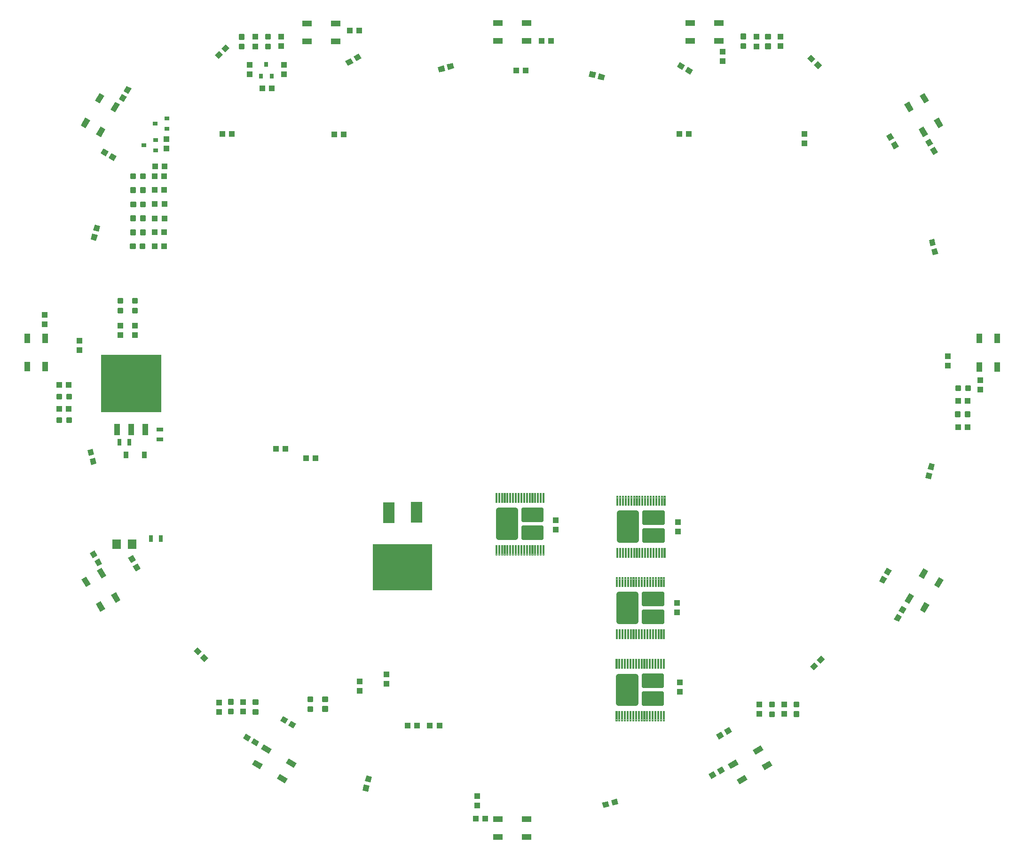
<source format=gtp>
G04 EAGLE Gerber X2 export*
G75*
%MOMM*%
%FSLAX34Y34*%
%LPD*%
%AMOC8*
5,1,8,0,0,1.08239X$1,22.5*%
G01*
%ADD10R,1.100000X1.000000*%
%ADD11R,10.660000X8.380000*%
%ADD12R,2.032000X3.810000*%
%ADD13R,10.800000X10.410000*%
%ADD14R,1.066800X2.159000*%
%ADD15R,0.800000X1.200000*%
%ADD16R,1.600000X1.800000*%
%ADD17R,1.200000X0.800000*%
%ADD18R,0.910000X1.220000*%
%ADD19C,0.300000*%
%ADD20R,1.000000X1.100000*%
%ADD21C,0.087500*%
%ADD22C,1.000000*%
%ADD23C,0.650000*%
%ADD24R,1.651000X1.000000*%
%ADD25R,1.000000X1.651000*%
%ADD26R,0.800000X0.900000*%
%ADD27R,0.900000X0.800000*%


D10*
X545460Y708910D03*
X528460Y708910D03*
X491020Y725780D03*
X474020Y725780D03*
D11*
X702050Y512560D03*
D12*
X677050Y611249D03*
X727050Y611610D03*
D13*
X213360Y843780D03*
D14*
X213360Y760468D03*
X187960Y760468D03*
X238760Y760468D03*
D15*
X266810Y564130D03*
X248810Y564130D03*
D16*
X186860Y554630D03*
X214860Y554630D03*
D17*
X265430Y761090D03*
X265430Y743090D03*
D15*
X210170Y737620D03*
X192170Y737620D03*
D18*
X236845Y715520D03*
X204095Y715520D03*
D19*
X197560Y989260D02*
X190560Y989260D01*
X190560Y996260D01*
X197560Y996260D01*
X197560Y989260D01*
X197560Y992259D02*
X190560Y992259D01*
X190560Y995258D02*
X197560Y995258D01*
X197560Y971720D02*
X190560Y971720D01*
X190560Y978720D01*
X197560Y978720D01*
X197560Y971720D01*
X197560Y974719D02*
X190560Y974719D01*
X190560Y977718D02*
X197560Y977718D01*
X216980Y989010D02*
X223980Y989010D01*
X216980Y989010D02*
X216980Y996010D01*
X223980Y996010D01*
X223980Y989010D01*
X223980Y992009D02*
X216980Y992009D01*
X216980Y995008D02*
X223980Y995008D01*
X223980Y971470D02*
X216980Y971470D01*
X216980Y978470D01*
X223980Y978470D01*
X223980Y971470D01*
X223980Y974469D02*
X216980Y974469D01*
X216980Y977468D02*
X223980Y977468D01*
D20*
X193810Y931300D03*
X193810Y948300D03*
X220470Y930790D03*
X220470Y947790D03*
X673600Y319910D03*
X673600Y302910D03*
D19*
X539690Y271200D02*
X532690Y271200D01*
X532690Y278200D01*
X539690Y278200D01*
X539690Y271200D01*
X539690Y274199D02*
X532690Y274199D01*
X532690Y277198D02*
X539690Y277198D01*
X539690Y253660D02*
X532690Y253660D01*
X532690Y260660D01*
X539690Y260660D01*
X539690Y253660D01*
X539690Y256659D02*
X532690Y256659D01*
X532690Y259658D02*
X539690Y259658D01*
D20*
X625090Y307200D03*
X625090Y290200D03*
D19*
X566110Y271470D02*
X559110Y271470D01*
X559110Y278470D01*
X566110Y278470D01*
X566110Y271470D01*
X566110Y274469D02*
X559110Y274469D01*
X559110Y277468D02*
X566110Y277468D01*
X566110Y253930D02*
X559110Y253930D01*
X559110Y260930D01*
X566110Y260930D01*
X566110Y253930D01*
X566110Y256929D02*
X559110Y256929D01*
X559110Y259928D02*
X566110Y259928D01*
D21*
X1172297Y624507D02*
X1172297Y641533D01*
X1174923Y641533D01*
X1174923Y624507D01*
X1172297Y624507D01*
X1172297Y625381D02*
X1174923Y625381D01*
X1174923Y626255D02*
X1172297Y626255D01*
X1172297Y627129D02*
X1174923Y627129D01*
X1174923Y628003D02*
X1172297Y628003D01*
X1172297Y628877D02*
X1174923Y628877D01*
X1174923Y629751D02*
X1172297Y629751D01*
X1172297Y630625D02*
X1174923Y630625D01*
X1174923Y631499D02*
X1172297Y631499D01*
X1172297Y632373D02*
X1174923Y632373D01*
X1174923Y633247D02*
X1172297Y633247D01*
X1172297Y634121D02*
X1174923Y634121D01*
X1174923Y634995D02*
X1172297Y634995D01*
X1172297Y635869D02*
X1174923Y635869D01*
X1174923Y636743D02*
X1172297Y636743D01*
X1172297Y637617D02*
X1174923Y637617D01*
X1174923Y638491D02*
X1172297Y638491D01*
X1172297Y639365D02*
X1174923Y639365D01*
X1174923Y640239D02*
X1172297Y640239D01*
X1172297Y641113D02*
X1174923Y641113D01*
X1167297Y641533D02*
X1167297Y624507D01*
X1167297Y641533D02*
X1169923Y641533D01*
X1169923Y624507D01*
X1167297Y624507D01*
X1167297Y625381D02*
X1169923Y625381D01*
X1169923Y626255D02*
X1167297Y626255D01*
X1167297Y627129D02*
X1169923Y627129D01*
X1169923Y628003D02*
X1167297Y628003D01*
X1167297Y628877D02*
X1169923Y628877D01*
X1169923Y629751D02*
X1167297Y629751D01*
X1167297Y630625D02*
X1169923Y630625D01*
X1169923Y631499D02*
X1167297Y631499D01*
X1167297Y632373D02*
X1169923Y632373D01*
X1169923Y633247D02*
X1167297Y633247D01*
X1167297Y634121D02*
X1169923Y634121D01*
X1169923Y634995D02*
X1167297Y634995D01*
X1167297Y635869D02*
X1169923Y635869D01*
X1169923Y636743D02*
X1167297Y636743D01*
X1167297Y637617D02*
X1169923Y637617D01*
X1169923Y638491D02*
X1167297Y638491D01*
X1167297Y639365D02*
X1169923Y639365D01*
X1169923Y640239D02*
X1167297Y640239D01*
X1167297Y641113D02*
X1169923Y641113D01*
X1162297Y641533D02*
X1162297Y624507D01*
X1162297Y641533D02*
X1164923Y641533D01*
X1164923Y624507D01*
X1162297Y624507D01*
X1162297Y625381D02*
X1164923Y625381D01*
X1164923Y626255D02*
X1162297Y626255D01*
X1162297Y627129D02*
X1164923Y627129D01*
X1164923Y628003D02*
X1162297Y628003D01*
X1162297Y628877D02*
X1164923Y628877D01*
X1164923Y629751D02*
X1162297Y629751D01*
X1162297Y630625D02*
X1164923Y630625D01*
X1164923Y631499D02*
X1162297Y631499D01*
X1162297Y632373D02*
X1164923Y632373D01*
X1164923Y633247D02*
X1162297Y633247D01*
X1162297Y634121D02*
X1164923Y634121D01*
X1164923Y634995D02*
X1162297Y634995D01*
X1162297Y635869D02*
X1164923Y635869D01*
X1164923Y636743D02*
X1162297Y636743D01*
X1162297Y637617D02*
X1164923Y637617D01*
X1164923Y638491D02*
X1162297Y638491D01*
X1162297Y639365D02*
X1164923Y639365D01*
X1164923Y640239D02*
X1162297Y640239D01*
X1162297Y641113D02*
X1164923Y641113D01*
X1157297Y641533D02*
X1157297Y624507D01*
X1157297Y641533D02*
X1159923Y641533D01*
X1159923Y624507D01*
X1157297Y624507D01*
X1157297Y625381D02*
X1159923Y625381D01*
X1159923Y626255D02*
X1157297Y626255D01*
X1157297Y627129D02*
X1159923Y627129D01*
X1159923Y628003D02*
X1157297Y628003D01*
X1157297Y628877D02*
X1159923Y628877D01*
X1159923Y629751D02*
X1157297Y629751D01*
X1157297Y630625D02*
X1159923Y630625D01*
X1159923Y631499D02*
X1157297Y631499D01*
X1157297Y632373D02*
X1159923Y632373D01*
X1159923Y633247D02*
X1157297Y633247D01*
X1157297Y634121D02*
X1159923Y634121D01*
X1159923Y634995D02*
X1157297Y634995D01*
X1157297Y635869D02*
X1159923Y635869D01*
X1159923Y636743D02*
X1157297Y636743D01*
X1157297Y637617D02*
X1159923Y637617D01*
X1159923Y638491D02*
X1157297Y638491D01*
X1157297Y639365D02*
X1159923Y639365D01*
X1159923Y640239D02*
X1157297Y640239D01*
X1157297Y641113D02*
X1159923Y641113D01*
X1152297Y641533D02*
X1152297Y624507D01*
X1152297Y641533D02*
X1154923Y641533D01*
X1154923Y624507D01*
X1152297Y624507D01*
X1152297Y625381D02*
X1154923Y625381D01*
X1154923Y626255D02*
X1152297Y626255D01*
X1152297Y627129D02*
X1154923Y627129D01*
X1154923Y628003D02*
X1152297Y628003D01*
X1152297Y628877D02*
X1154923Y628877D01*
X1154923Y629751D02*
X1152297Y629751D01*
X1152297Y630625D02*
X1154923Y630625D01*
X1154923Y631499D02*
X1152297Y631499D01*
X1152297Y632373D02*
X1154923Y632373D01*
X1154923Y633247D02*
X1152297Y633247D01*
X1152297Y634121D02*
X1154923Y634121D01*
X1154923Y634995D02*
X1152297Y634995D01*
X1152297Y635869D02*
X1154923Y635869D01*
X1154923Y636743D02*
X1152297Y636743D01*
X1152297Y637617D02*
X1154923Y637617D01*
X1154923Y638491D02*
X1152297Y638491D01*
X1152297Y639365D02*
X1154923Y639365D01*
X1154923Y640239D02*
X1152297Y640239D01*
X1152297Y641113D02*
X1154923Y641113D01*
X1147297Y641533D02*
X1147297Y624507D01*
X1147297Y641533D02*
X1149923Y641533D01*
X1149923Y624507D01*
X1147297Y624507D01*
X1147297Y625381D02*
X1149923Y625381D01*
X1149923Y626255D02*
X1147297Y626255D01*
X1147297Y627129D02*
X1149923Y627129D01*
X1149923Y628003D02*
X1147297Y628003D01*
X1147297Y628877D02*
X1149923Y628877D01*
X1149923Y629751D02*
X1147297Y629751D01*
X1147297Y630625D02*
X1149923Y630625D01*
X1149923Y631499D02*
X1147297Y631499D01*
X1147297Y632373D02*
X1149923Y632373D01*
X1149923Y633247D02*
X1147297Y633247D01*
X1147297Y634121D02*
X1149923Y634121D01*
X1149923Y634995D02*
X1147297Y634995D01*
X1147297Y635869D02*
X1149923Y635869D01*
X1149923Y636743D02*
X1147297Y636743D01*
X1147297Y637617D02*
X1149923Y637617D01*
X1149923Y638491D02*
X1147297Y638491D01*
X1147297Y639365D02*
X1149923Y639365D01*
X1149923Y640239D02*
X1147297Y640239D01*
X1147297Y641113D02*
X1149923Y641113D01*
X1142297Y641533D02*
X1142297Y624507D01*
X1142297Y641533D02*
X1144923Y641533D01*
X1144923Y624507D01*
X1142297Y624507D01*
X1142297Y625381D02*
X1144923Y625381D01*
X1144923Y626255D02*
X1142297Y626255D01*
X1142297Y627129D02*
X1144923Y627129D01*
X1144923Y628003D02*
X1142297Y628003D01*
X1142297Y628877D02*
X1144923Y628877D01*
X1144923Y629751D02*
X1142297Y629751D01*
X1142297Y630625D02*
X1144923Y630625D01*
X1144923Y631499D02*
X1142297Y631499D01*
X1142297Y632373D02*
X1144923Y632373D01*
X1144923Y633247D02*
X1142297Y633247D01*
X1142297Y634121D02*
X1144923Y634121D01*
X1144923Y634995D02*
X1142297Y634995D01*
X1142297Y635869D02*
X1144923Y635869D01*
X1144923Y636743D02*
X1142297Y636743D01*
X1142297Y637617D02*
X1144923Y637617D01*
X1144923Y638491D02*
X1142297Y638491D01*
X1142297Y639365D02*
X1144923Y639365D01*
X1144923Y640239D02*
X1142297Y640239D01*
X1142297Y641113D02*
X1144923Y641113D01*
X1137297Y641533D02*
X1137297Y624507D01*
X1137297Y641533D02*
X1139923Y641533D01*
X1139923Y624507D01*
X1137297Y624507D01*
X1137297Y625381D02*
X1139923Y625381D01*
X1139923Y626255D02*
X1137297Y626255D01*
X1137297Y627129D02*
X1139923Y627129D01*
X1139923Y628003D02*
X1137297Y628003D01*
X1137297Y628877D02*
X1139923Y628877D01*
X1139923Y629751D02*
X1137297Y629751D01*
X1137297Y630625D02*
X1139923Y630625D01*
X1139923Y631499D02*
X1137297Y631499D01*
X1137297Y632373D02*
X1139923Y632373D01*
X1139923Y633247D02*
X1137297Y633247D01*
X1137297Y634121D02*
X1139923Y634121D01*
X1139923Y634995D02*
X1137297Y634995D01*
X1137297Y635869D02*
X1139923Y635869D01*
X1139923Y636743D02*
X1137297Y636743D01*
X1137297Y637617D02*
X1139923Y637617D01*
X1139923Y638491D02*
X1137297Y638491D01*
X1137297Y639365D02*
X1139923Y639365D01*
X1139923Y640239D02*
X1137297Y640239D01*
X1137297Y641113D02*
X1139923Y641113D01*
X1132297Y641533D02*
X1132297Y624507D01*
X1132297Y641533D02*
X1134923Y641533D01*
X1134923Y624507D01*
X1132297Y624507D01*
X1132297Y625381D02*
X1134923Y625381D01*
X1134923Y626255D02*
X1132297Y626255D01*
X1132297Y627129D02*
X1134923Y627129D01*
X1134923Y628003D02*
X1132297Y628003D01*
X1132297Y628877D02*
X1134923Y628877D01*
X1134923Y629751D02*
X1132297Y629751D01*
X1132297Y630625D02*
X1134923Y630625D01*
X1134923Y631499D02*
X1132297Y631499D01*
X1132297Y632373D02*
X1134923Y632373D01*
X1134923Y633247D02*
X1132297Y633247D01*
X1132297Y634121D02*
X1134923Y634121D01*
X1134923Y634995D02*
X1132297Y634995D01*
X1132297Y635869D02*
X1134923Y635869D01*
X1134923Y636743D02*
X1132297Y636743D01*
X1132297Y637617D02*
X1134923Y637617D01*
X1134923Y638491D02*
X1132297Y638491D01*
X1132297Y639365D02*
X1134923Y639365D01*
X1134923Y640239D02*
X1132297Y640239D01*
X1132297Y641113D02*
X1134923Y641113D01*
X1127297Y641533D02*
X1127297Y624507D01*
X1127297Y641533D02*
X1129923Y641533D01*
X1129923Y624507D01*
X1127297Y624507D01*
X1127297Y625381D02*
X1129923Y625381D01*
X1129923Y626255D02*
X1127297Y626255D01*
X1127297Y627129D02*
X1129923Y627129D01*
X1129923Y628003D02*
X1127297Y628003D01*
X1127297Y628877D02*
X1129923Y628877D01*
X1129923Y629751D02*
X1127297Y629751D01*
X1127297Y630625D02*
X1129923Y630625D01*
X1129923Y631499D02*
X1127297Y631499D01*
X1127297Y632373D02*
X1129923Y632373D01*
X1129923Y633247D02*
X1127297Y633247D01*
X1127297Y634121D02*
X1129923Y634121D01*
X1129923Y634995D02*
X1127297Y634995D01*
X1127297Y635869D02*
X1129923Y635869D01*
X1129923Y636743D02*
X1127297Y636743D01*
X1127297Y637617D02*
X1129923Y637617D01*
X1129923Y638491D02*
X1127297Y638491D01*
X1127297Y639365D02*
X1129923Y639365D01*
X1129923Y640239D02*
X1127297Y640239D01*
X1127297Y641113D02*
X1129923Y641113D01*
X1122297Y641533D02*
X1122297Y624507D01*
X1122297Y641533D02*
X1124923Y641533D01*
X1124923Y624507D01*
X1122297Y624507D01*
X1122297Y625381D02*
X1124923Y625381D01*
X1124923Y626255D02*
X1122297Y626255D01*
X1122297Y627129D02*
X1124923Y627129D01*
X1124923Y628003D02*
X1122297Y628003D01*
X1122297Y628877D02*
X1124923Y628877D01*
X1124923Y629751D02*
X1122297Y629751D01*
X1122297Y630625D02*
X1124923Y630625D01*
X1124923Y631499D02*
X1122297Y631499D01*
X1122297Y632373D02*
X1124923Y632373D01*
X1124923Y633247D02*
X1122297Y633247D01*
X1122297Y634121D02*
X1124923Y634121D01*
X1124923Y634995D02*
X1122297Y634995D01*
X1122297Y635869D02*
X1124923Y635869D01*
X1124923Y636743D02*
X1122297Y636743D01*
X1122297Y637617D02*
X1124923Y637617D01*
X1124923Y638491D02*
X1122297Y638491D01*
X1122297Y639365D02*
X1124923Y639365D01*
X1124923Y640239D02*
X1122297Y640239D01*
X1122297Y641113D02*
X1124923Y641113D01*
X1117297Y641533D02*
X1117297Y624507D01*
X1117297Y641533D02*
X1119923Y641533D01*
X1119923Y624507D01*
X1117297Y624507D01*
X1117297Y625381D02*
X1119923Y625381D01*
X1119923Y626255D02*
X1117297Y626255D01*
X1117297Y627129D02*
X1119923Y627129D01*
X1119923Y628003D02*
X1117297Y628003D01*
X1117297Y628877D02*
X1119923Y628877D01*
X1119923Y629751D02*
X1117297Y629751D01*
X1117297Y630625D02*
X1119923Y630625D01*
X1119923Y631499D02*
X1117297Y631499D01*
X1117297Y632373D02*
X1119923Y632373D01*
X1119923Y633247D02*
X1117297Y633247D01*
X1117297Y634121D02*
X1119923Y634121D01*
X1119923Y634995D02*
X1117297Y634995D01*
X1117297Y635869D02*
X1119923Y635869D01*
X1119923Y636743D02*
X1117297Y636743D01*
X1117297Y637617D02*
X1119923Y637617D01*
X1119923Y638491D02*
X1117297Y638491D01*
X1117297Y639365D02*
X1119923Y639365D01*
X1119923Y640239D02*
X1117297Y640239D01*
X1117297Y641113D02*
X1119923Y641113D01*
X1112297Y641533D02*
X1112297Y624507D01*
X1112297Y641533D02*
X1114923Y641533D01*
X1114923Y624507D01*
X1112297Y624507D01*
X1112297Y625381D02*
X1114923Y625381D01*
X1114923Y626255D02*
X1112297Y626255D01*
X1112297Y627129D02*
X1114923Y627129D01*
X1114923Y628003D02*
X1112297Y628003D01*
X1112297Y628877D02*
X1114923Y628877D01*
X1114923Y629751D02*
X1112297Y629751D01*
X1112297Y630625D02*
X1114923Y630625D01*
X1114923Y631499D02*
X1112297Y631499D01*
X1112297Y632373D02*
X1114923Y632373D01*
X1114923Y633247D02*
X1112297Y633247D01*
X1112297Y634121D02*
X1114923Y634121D01*
X1114923Y634995D02*
X1112297Y634995D01*
X1112297Y635869D02*
X1114923Y635869D01*
X1114923Y636743D02*
X1112297Y636743D01*
X1112297Y637617D02*
X1114923Y637617D01*
X1114923Y638491D02*
X1112297Y638491D01*
X1112297Y639365D02*
X1114923Y639365D01*
X1114923Y640239D02*
X1112297Y640239D01*
X1112297Y641113D02*
X1114923Y641113D01*
X1107297Y641533D02*
X1107297Y624507D01*
X1107297Y641533D02*
X1109923Y641533D01*
X1109923Y624507D01*
X1107297Y624507D01*
X1107297Y625381D02*
X1109923Y625381D01*
X1109923Y626255D02*
X1107297Y626255D01*
X1107297Y627129D02*
X1109923Y627129D01*
X1109923Y628003D02*
X1107297Y628003D01*
X1107297Y628877D02*
X1109923Y628877D01*
X1109923Y629751D02*
X1107297Y629751D01*
X1107297Y630625D02*
X1109923Y630625D01*
X1109923Y631499D02*
X1107297Y631499D01*
X1107297Y632373D02*
X1109923Y632373D01*
X1109923Y633247D02*
X1107297Y633247D01*
X1107297Y634121D02*
X1109923Y634121D01*
X1109923Y634995D02*
X1107297Y634995D01*
X1107297Y635869D02*
X1109923Y635869D01*
X1109923Y636743D02*
X1107297Y636743D01*
X1107297Y637617D02*
X1109923Y637617D01*
X1109923Y638491D02*
X1107297Y638491D01*
X1107297Y639365D02*
X1109923Y639365D01*
X1109923Y640239D02*
X1107297Y640239D01*
X1107297Y641113D02*
X1109923Y641113D01*
X1102297Y641533D02*
X1102297Y624507D01*
X1102297Y641533D02*
X1104923Y641533D01*
X1104923Y624507D01*
X1102297Y624507D01*
X1102297Y625381D02*
X1104923Y625381D01*
X1104923Y626255D02*
X1102297Y626255D01*
X1102297Y627129D02*
X1104923Y627129D01*
X1104923Y628003D02*
X1102297Y628003D01*
X1102297Y628877D02*
X1104923Y628877D01*
X1104923Y629751D02*
X1102297Y629751D01*
X1102297Y630625D02*
X1104923Y630625D01*
X1104923Y631499D02*
X1102297Y631499D01*
X1102297Y632373D02*
X1104923Y632373D01*
X1104923Y633247D02*
X1102297Y633247D01*
X1102297Y634121D02*
X1104923Y634121D01*
X1104923Y634995D02*
X1102297Y634995D01*
X1102297Y635869D02*
X1104923Y635869D01*
X1104923Y636743D02*
X1102297Y636743D01*
X1102297Y637617D02*
X1104923Y637617D01*
X1104923Y638491D02*
X1102297Y638491D01*
X1102297Y639365D02*
X1104923Y639365D01*
X1104923Y640239D02*
X1102297Y640239D01*
X1102297Y641113D02*
X1104923Y641113D01*
X1097297Y641533D02*
X1097297Y624507D01*
X1097297Y641533D02*
X1099923Y641533D01*
X1099923Y624507D01*
X1097297Y624507D01*
X1097297Y625381D02*
X1099923Y625381D01*
X1099923Y626255D02*
X1097297Y626255D01*
X1097297Y627129D02*
X1099923Y627129D01*
X1099923Y628003D02*
X1097297Y628003D01*
X1097297Y628877D02*
X1099923Y628877D01*
X1099923Y629751D02*
X1097297Y629751D01*
X1097297Y630625D02*
X1099923Y630625D01*
X1099923Y631499D02*
X1097297Y631499D01*
X1097297Y632373D02*
X1099923Y632373D01*
X1099923Y633247D02*
X1097297Y633247D01*
X1097297Y634121D02*
X1099923Y634121D01*
X1099923Y634995D02*
X1097297Y634995D01*
X1097297Y635869D02*
X1099923Y635869D01*
X1099923Y636743D02*
X1097297Y636743D01*
X1097297Y637617D02*
X1099923Y637617D01*
X1099923Y638491D02*
X1097297Y638491D01*
X1097297Y639365D02*
X1099923Y639365D01*
X1099923Y640239D02*
X1097297Y640239D01*
X1097297Y641113D02*
X1099923Y641113D01*
X1092297Y641533D02*
X1092297Y624507D01*
X1092297Y641533D02*
X1094923Y641533D01*
X1094923Y624507D01*
X1092297Y624507D01*
X1092297Y625381D02*
X1094923Y625381D01*
X1094923Y626255D02*
X1092297Y626255D01*
X1092297Y627129D02*
X1094923Y627129D01*
X1094923Y628003D02*
X1092297Y628003D01*
X1092297Y628877D02*
X1094923Y628877D01*
X1094923Y629751D02*
X1092297Y629751D01*
X1092297Y630625D02*
X1094923Y630625D01*
X1094923Y631499D02*
X1092297Y631499D01*
X1092297Y632373D02*
X1094923Y632373D01*
X1094923Y633247D02*
X1092297Y633247D01*
X1092297Y634121D02*
X1094923Y634121D01*
X1094923Y634995D02*
X1092297Y634995D01*
X1092297Y635869D02*
X1094923Y635869D01*
X1094923Y636743D02*
X1092297Y636743D01*
X1092297Y637617D02*
X1094923Y637617D01*
X1094923Y638491D02*
X1092297Y638491D01*
X1092297Y639365D02*
X1094923Y639365D01*
X1094923Y640239D02*
X1092297Y640239D01*
X1092297Y641113D02*
X1094923Y641113D01*
X1087297Y641533D02*
X1087297Y624507D01*
X1087297Y641533D02*
X1089923Y641533D01*
X1089923Y624507D01*
X1087297Y624507D01*
X1087297Y625381D02*
X1089923Y625381D01*
X1089923Y626255D02*
X1087297Y626255D01*
X1087297Y627129D02*
X1089923Y627129D01*
X1089923Y628003D02*
X1087297Y628003D01*
X1087297Y628877D02*
X1089923Y628877D01*
X1089923Y629751D02*
X1087297Y629751D01*
X1087297Y630625D02*
X1089923Y630625D01*
X1089923Y631499D02*
X1087297Y631499D01*
X1087297Y632373D02*
X1089923Y632373D01*
X1089923Y633247D02*
X1087297Y633247D01*
X1087297Y634121D02*
X1089923Y634121D01*
X1089923Y634995D02*
X1087297Y634995D01*
X1087297Y635869D02*
X1089923Y635869D01*
X1089923Y636743D02*
X1087297Y636743D01*
X1087297Y637617D02*
X1089923Y637617D01*
X1089923Y638491D02*
X1087297Y638491D01*
X1087297Y639365D02*
X1089923Y639365D01*
X1089923Y640239D02*
X1087297Y640239D01*
X1087297Y641113D02*
X1089923Y641113D01*
X1087297Y547233D02*
X1087297Y530207D01*
X1087297Y547233D02*
X1089923Y547233D01*
X1089923Y530207D01*
X1087297Y530207D01*
X1087297Y531081D02*
X1089923Y531081D01*
X1089923Y531955D02*
X1087297Y531955D01*
X1087297Y532829D02*
X1089923Y532829D01*
X1089923Y533703D02*
X1087297Y533703D01*
X1087297Y534577D02*
X1089923Y534577D01*
X1089923Y535451D02*
X1087297Y535451D01*
X1087297Y536325D02*
X1089923Y536325D01*
X1089923Y537199D02*
X1087297Y537199D01*
X1087297Y538073D02*
X1089923Y538073D01*
X1089923Y538947D02*
X1087297Y538947D01*
X1087297Y539821D02*
X1089923Y539821D01*
X1089923Y540695D02*
X1087297Y540695D01*
X1087297Y541569D02*
X1089923Y541569D01*
X1089923Y542443D02*
X1087297Y542443D01*
X1087297Y543317D02*
X1089923Y543317D01*
X1089923Y544191D02*
X1087297Y544191D01*
X1087297Y545065D02*
X1089923Y545065D01*
X1089923Y545939D02*
X1087297Y545939D01*
X1087297Y546813D02*
X1089923Y546813D01*
X1092297Y547233D02*
X1092297Y530207D01*
X1092297Y547233D02*
X1094923Y547233D01*
X1094923Y530207D01*
X1092297Y530207D01*
X1092297Y531081D02*
X1094923Y531081D01*
X1094923Y531955D02*
X1092297Y531955D01*
X1092297Y532829D02*
X1094923Y532829D01*
X1094923Y533703D02*
X1092297Y533703D01*
X1092297Y534577D02*
X1094923Y534577D01*
X1094923Y535451D02*
X1092297Y535451D01*
X1092297Y536325D02*
X1094923Y536325D01*
X1094923Y537199D02*
X1092297Y537199D01*
X1092297Y538073D02*
X1094923Y538073D01*
X1094923Y538947D02*
X1092297Y538947D01*
X1092297Y539821D02*
X1094923Y539821D01*
X1094923Y540695D02*
X1092297Y540695D01*
X1092297Y541569D02*
X1094923Y541569D01*
X1094923Y542443D02*
X1092297Y542443D01*
X1092297Y543317D02*
X1094923Y543317D01*
X1094923Y544191D02*
X1092297Y544191D01*
X1092297Y545065D02*
X1094923Y545065D01*
X1094923Y545939D02*
X1092297Y545939D01*
X1092297Y546813D02*
X1094923Y546813D01*
X1097297Y547233D02*
X1097297Y530207D01*
X1097297Y547233D02*
X1099923Y547233D01*
X1099923Y530207D01*
X1097297Y530207D01*
X1097297Y531081D02*
X1099923Y531081D01*
X1099923Y531955D02*
X1097297Y531955D01*
X1097297Y532829D02*
X1099923Y532829D01*
X1099923Y533703D02*
X1097297Y533703D01*
X1097297Y534577D02*
X1099923Y534577D01*
X1099923Y535451D02*
X1097297Y535451D01*
X1097297Y536325D02*
X1099923Y536325D01*
X1099923Y537199D02*
X1097297Y537199D01*
X1097297Y538073D02*
X1099923Y538073D01*
X1099923Y538947D02*
X1097297Y538947D01*
X1097297Y539821D02*
X1099923Y539821D01*
X1099923Y540695D02*
X1097297Y540695D01*
X1097297Y541569D02*
X1099923Y541569D01*
X1099923Y542443D02*
X1097297Y542443D01*
X1097297Y543317D02*
X1099923Y543317D01*
X1099923Y544191D02*
X1097297Y544191D01*
X1097297Y545065D02*
X1099923Y545065D01*
X1099923Y545939D02*
X1097297Y545939D01*
X1097297Y546813D02*
X1099923Y546813D01*
X1102297Y547233D02*
X1102297Y530207D01*
X1102297Y547233D02*
X1104923Y547233D01*
X1104923Y530207D01*
X1102297Y530207D01*
X1102297Y531081D02*
X1104923Y531081D01*
X1104923Y531955D02*
X1102297Y531955D01*
X1102297Y532829D02*
X1104923Y532829D01*
X1104923Y533703D02*
X1102297Y533703D01*
X1102297Y534577D02*
X1104923Y534577D01*
X1104923Y535451D02*
X1102297Y535451D01*
X1102297Y536325D02*
X1104923Y536325D01*
X1104923Y537199D02*
X1102297Y537199D01*
X1102297Y538073D02*
X1104923Y538073D01*
X1104923Y538947D02*
X1102297Y538947D01*
X1102297Y539821D02*
X1104923Y539821D01*
X1104923Y540695D02*
X1102297Y540695D01*
X1102297Y541569D02*
X1104923Y541569D01*
X1104923Y542443D02*
X1102297Y542443D01*
X1102297Y543317D02*
X1104923Y543317D01*
X1104923Y544191D02*
X1102297Y544191D01*
X1102297Y545065D02*
X1104923Y545065D01*
X1104923Y545939D02*
X1102297Y545939D01*
X1102297Y546813D02*
X1104923Y546813D01*
X1107297Y547233D02*
X1107297Y530207D01*
X1107297Y547233D02*
X1109923Y547233D01*
X1109923Y530207D01*
X1107297Y530207D01*
X1107297Y531081D02*
X1109923Y531081D01*
X1109923Y531955D02*
X1107297Y531955D01*
X1107297Y532829D02*
X1109923Y532829D01*
X1109923Y533703D02*
X1107297Y533703D01*
X1107297Y534577D02*
X1109923Y534577D01*
X1109923Y535451D02*
X1107297Y535451D01*
X1107297Y536325D02*
X1109923Y536325D01*
X1109923Y537199D02*
X1107297Y537199D01*
X1107297Y538073D02*
X1109923Y538073D01*
X1109923Y538947D02*
X1107297Y538947D01*
X1107297Y539821D02*
X1109923Y539821D01*
X1109923Y540695D02*
X1107297Y540695D01*
X1107297Y541569D02*
X1109923Y541569D01*
X1109923Y542443D02*
X1107297Y542443D01*
X1107297Y543317D02*
X1109923Y543317D01*
X1109923Y544191D02*
X1107297Y544191D01*
X1107297Y545065D02*
X1109923Y545065D01*
X1109923Y545939D02*
X1107297Y545939D01*
X1107297Y546813D02*
X1109923Y546813D01*
X1112297Y547233D02*
X1112297Y530207D01*
X1112297Y547233D02*
X1114923Y547233D01*
X1114923Y530207D01*
X1112297Y530207D01*
X1112297Y531081D02*
X1114923Y531081D01*
X1114923Y531955D02*
X1112297Y531955D01*
X1112297Y532829D02*
X1114923Y532829D01*
X1114923Y533703D02*
X1112297Y533703D01*
X1112297Y534577D02*
X1114923Y534577D01*
X1114923Y535451D02*
X1112297Y535451D01*
X1112297Y536325D02*
X1114923Y536325D01*
X1114923Y537199D02*
X1112297Y537199D01*
X1112297Y538073D02*
X1114923Y538073D01*
X1114923Y538947D02*
X1112297Y538947D01*
X1112297Y539821D02*
X1114923Y539821D01*
X1114923Y540695D02*
X1112297Y540695D01*
X1112297Y541569D02*
X1114923Y541569D01*
X1114923Y542443D02*
X1112297Y542443D01*
X1112297Y543317D02*
X1114923Y543317D01*
X1114923Y544191D02*
X1112297Y544191D01*
X1112297Y545065D02*
X1114923Y545065D01*
X1114923Y545939D02*
X1112297Y545939D01*
X1112297Y546813D02*
X1114923Y546813D01*
X1117297Y547233D02*
X1117297Y530207D01*
X1117297Y547233D02*
X1119923Y547233D01*
X1119923Y530207D01*
X1117297Y530207D01*
X1117297Y531081D02*
X1119923Y531081D01*
X1119923Y531955D02*
X1117297Y531955D01*
X1117297Y532829D02*
X1119923Y532829D01*
X1119923Y533703D02*
X1117297Y533703D01*
X1117297Y534577D02*
X1119923Y534577D01*
X1119923Y535451D02*
X1117297Y535451D01*
X1117297Y536325D02*
X1119923Y536325D01*
X1119923Y537199D02*
X1117297Y537199D01*
X1117297Y538073D02*
X1119923Y538073D01*
X1119923Y538947D02*
X1117297Y538947D01*
X1117297Y539821D02*
X1119923Y539821D01*
X1119923Y540695D02*
X1117297Y540695D01*
X1117297Y541569D02*
X1119923Y541569D01*
X1119923Y542443D02*
X1117297Y542443D01*
X1117297Y543317D02*
X1119923Y543317D01*
X1119923Y544191D02*
X1117297Y544191D01*
X1117297Y545065D02*
X1119923Y545065D01*
X1119923Y545939D02*
X1117297Y545939D01*
X1117297Y546813D02*
X1119923Y546813D01*
X1122297Y547233D02*
X1122297Y530207D01*
X1122297Y547233D02*
X1124923Y547233D01*
X1124923Y530207D01*
X1122297Y530207D01*
X1122297Y531081D02*
X1124923Y531081D01*
X1124923Y531955D02*
X1122297Y531955D01*
X1122297Y532829D02*
X1124923Y532829D01*
X1124923Y533703D02*
X1122297Y533703D01*
X1122297Y534577D02*
X1124923Y534577D01*
X1124923Y535451D02*
X1122297Y535451D01*
X1122297Y536325D02*
X1124923Y536325D01*
X1124923Y537199D02*
X1122297Y537199D01*
X1122297Y538073D02*
X1124923Y538073D01*
X1124923Y538947D02*
X1122297Y538947D01*
X1122297Y539821D02*
X1124923Y539821D01*
X1124923Y540695D02*
X1122297Y540695D01*
X1122297Y541569D02*
X1124923Y541569D01*
X1124923Y542443D02*
X1122297Y542443D01*
X1122297Y543317D02*
X1124923Y543317D01*
X1124923Y544191D02*
X1122297Y544191D01*
X1122297Y545065D02*
X1124923Y545065D01*
X1124923Y545939D02*
X1122297Y545939D01*
X1122297Y546813D02*
X1124923Y546813D01*
X1127297Y547233D02*
X1127297Y530207D01*
X1127297Y547233D02*
X1129923Y547233D01*
X1129923Y530207D01*
X1127297Y530207D01*
X1127297Y531081D02*
X1129923Y531081D01*
X1129923Y531955D02*
X1127297Y531955D01*
X1127297Y532829D02*
X1129923Y532829D01*
X1129923Y533703D02*
X1127297Y533703D01*
X1127297Y534577D02*
X1129923Y534577D01*
X1129923Y535451D02*
X1127297Y535451D01*
X1127297Y536325D02*
X1129923Y536325D01*
X1129923Y537199D02*
X1127297Y537199D01*
X1127297Y538073D02*
X1129923Y538073D01*
X1129923Y538947D02*
X1127297Y538947D01*
X1127297Y539821D02*
X1129923Y539821D01*
X1129923Y540695D02*
X1127297Y540695D01*
X1127297Y541569D02*
X1129923Y541569D01*
X1129923Y542443D02*
X1127297Y542443D01*
X1127297Y543317D02*
X1129923Y543317D01*
X1129923Y544191D02*
X1127297Y544191D01*
X1127297Y545065D02*
X1129923Y545065D01*
X1129923Y545939D02*
X1127297Y545939D01*
X1127297Y546813D02*
X1129923Y546813D01*
X1132297Y547233D02*
X1132297Y530207D01*
X1132297Y547233D02*
X1134923Y547233D01*
X1134923Y530207D01*
X1132297Y530207D01*
X1132297Y531081D02*
X1134923Y531081D01*
X1134923Y531955D02*
X1132297Y531955D01*
X1132297Y532829D02*
X1134923Y532829D01*
X1134923Y533703D02*
X1132297Y533703D01*
X1132297Y534577D02*
X1134923Y534577D01*
X1134923Y535451D02*
X1132297Y535451D01*
X1132297Y536325D02*
X1134923Y536325D01*
X1134923Y537199D02*
X1132297Y537199D01*
X1132297Y538073D02*
X1134923Y538073D01*
X1134923Y538947D02*
X1132297Y538947D01*
X1132297Y539821D02*
X1134923Y539821D01*
X1134923Y540695D02*
X1132297Y540695D01*
X1132297Y541569D02*
X1134923Y541569D01*
X1134923Y542443D02*
X1132297Y542443D01*
X1132297Y543317D02*
X1134923Y543317D01*
X1134923Y544191D02*
X1132297Y544191D01*
X1132297Y545065D02*
X1134923Y545065D01*
X1134923Y545939D02*
X1132297Y545939D01*
X1132297Y546813D02*
X1134923Y546813D01*
X1137297Y547233D02*
X1137297Y530207D01*
X1137297Y547233D02*
X1139923Y547233D01*
X1139923Y530207D01*
X1137297Y530207D01*
X1137297Y531081D02*
X1139923Y531081D01*
X1139923Y531955D02*
X1137297Y531955D01*
X1137297Y532829D02*
X1139923Y532829D01*
X1139923Y533703D02*
X1137297Y533703D01*
X1137297Y534577D02*
X1139923Y534577D01*
X1139923Y535451D02*
X1137297Y535451D01*
X1137297Y536325D02*
X1139923Y536325D01*
X1139923Y537199D02*
X1137297Y537199D01*
X1137297Y538073D02*
X1139923Y538073D01*
X1139923Y538947D02*
X1137297Y538947D01*
X1137297Y539821D02*
X1139923Y539821D01*
X1139923Y540695D02*
X1137297Y540695D01*
X1137297Y541569D02*
X1139923Y541569D01*
X1139923Y542443D02*
X1137297Y542443D01*
X1137297Y543317D02*
X1139923Y543317D01*
X1139923Y544191D02*
X1137297Y544191D01*
X1137297Y545065D02*
X1139923Y545065D01*
X1139923Y545939D02*
X1137297Y545939D01*
X1137297Y546813D02*
X1139923Y546813D01*
X1142297Y547233D02*
X1142297Y530207D01*
X1142297Y547233D02*
X1144923Y547233D01*
X1144923Y530207D01*
X1142297Y530207D01*
X1142297Y531081D02*
X1144923Y531081D01*
X1144923Y531955D02*
X1142297Y531955D01*
X1142297Y532829D02*
X1144923Y532829D01*
X1144923Y533703D02*
X1142297Y533703D01*
X1142297Y534577D02*
X1144923Y534577D01*
X1144923Y535451D02*
X1142297Y535451D01*
X1142297Y536325D02*
X1144923Y536325D01*
X1144923Y537199D02*
X1142297Y537199D01*
X1142297Y538073D02*
X1144923Y538073D01*
X1144923Y538947D02*
X1142297Y538947D01*
X1142297Y539821D02*
X1144923Y539821D01*
X1144923Y540695D02*
X1142297Y540695D01*
X1142297Y541569D02*
X1144923Y541569D01*
X1144923Y542443D02*
X1142297Y542443D01*
X1142297Y543317D02*
X1144923Y543317D01*
X1144923Y544191D02*
X1142297Y544191D01*
X1142297Y545065D02*
X1144923Y545065D01*
X1144923Y545939D02*
X1142297Y545939D01*
X1142297Y546813D02*
X1144923Y546813D01*
X1147297Y547233D02*
X1147297Y530207D01*
X1147297Y547233D02*
X1149923Y547233D01*
X1149923Y530207D01*
X1147297Y530207D01*
X1147297Y531081D02*
X1149923Y531081D01*
X1149923Y531955D02*
X1147297Y531955D01*
X1147297Y532829D02*
X1149923Y532829D01*
X1149923Y533703D02*
X1147297Y533703D01*
X1147297Y534577D02*
X1149923Y534577D01*
X1149923Y535451D02*
X1147297Y535451D01*
X1147297Y536325D02*
X1149923Y536325D01*
X1149923Y537199D02*
X1147297Y537199D01*
X1147297Y538073D02*
X1149923Y538073D01*
X1149923Y538947D02*
X1147297Y538947D01*
X1147297Y539821D02*
X1149923Y539821D01*
X1149923Y540695D02*
X1147297Y540695D01*
X1147297Y541569D02*
X1149923Y541569D01*
X1149923Y542443D02*
X1147297Y542443D01*
X1147297Y543317D02*
X1149923Y543317D01*
X1149923Y544191D02*
X1147297Y544191D01*
X1147297Y545065D02*
X1149923Y545065D01*
X1149923Y545939D02*
X1147297Y545939D01*
X1147297Y546813D02*
X1149923Y546813D01*
X1152297Y547233D02*
X1152297Y530207D01*
X1152297Y547233D02*
X1154923Y547233D01*
X1154923Y530207D01*
X1152297Y530207D01*
X1152297Y531081D02*
X1154923Y531081D01*
X1154923Y531955D02*
X1152297Y531955D01*
X1152297Y532829D02*
X1154923Y532829D01*
X1154923Y533703D02*
X1152297Y533703D01*
X1152297Y534577D02*
X1154923Y534577D01*
X1154923Y535451D02*
X1152297Y535451D01*
X1152297Y536325D02*
X1154923Y536325D01*
X1154923Y537199D02*
X1152297Y537199D01*
X1152297Y538073D02*
X1154923Y538073D01*
X1154923Y538947D02*
X1152297Y538947D01*
X1152297Y539821D02*
X1154923Y539821D01*
X1154923Y540695D02*
X1152297Y540695D01*
X1152297Y541569D02*
X1154923Y541569D01*
X1154923Y542443D02*
X1152297Y542443D01*
X1152297Y543317D02*
X1154923Y543317D01*
X1154923Y544191D02*
X1152297Y544191D01*
X1152297Y545065D02*
X1154923Y545065D01*
X1154923Y545939D02*
X1152297Y545939D01*
X1152297Y546813D02*
X1154923Y546813D01*
X1157297Y547233D02*
X1157297Y530207D01*
X1157297Y547233D02*
X1159923Y547233D01*
X1159923Y530207D01*
X1157297Y530207D01*
X1157297Y531081D02*
X1159923Y531081D01*
X1159923Y531955D02*
X1157297Y531955D01*
X1157297Y532829D02*
X1159923Y532829D01*
X1159923Y533703D02*
X1157297Y533703D01*
X1157297Y534577D02*
X1159923Y534577D01*
X1159923Y535451D02*
X1157297Y535451D01*
X1157297Y536325D02*
X1159923Y536325D01*
X1159923Y537199D02*
X1157297Y537199D01*
X1157297Y538073D02*
X1159923Y538073D01*
X1159923Y538947D02*
X1157297Y538947D01*
X1157297Y539821D02*
X1159923Y539821D01*
X1159923Y540695D02*
X1157297Y540695D01*
X1157297Y541569D02*
X1159923Y541569D01*
X1159923Y542443D02*
X1157297Y542443D01*
X1157297Y543317D02*
X1159923Y543317D01*
X1159923Y544191D02*
X1157297Y544191D01*
X1157297Y545065D02*
X1159923Y545065D01*
X1159923Y545939D02*
X1157297Y545939D01*
X1157297Y546813D02*
X1159923Y546813D01*
X1162297Y547233D02*
X1162297Y530207D01*
X1162297Y547233D02*
X1164923Y547233D01*
X1164923Y530207D01*
X1162297Y530207D01*
X1162297Y531081D02*
X1164923Y531081D01*
X1164923Y531955D02*
X1162297Y531955D01*
X1162297Y532829D02*
X1164923Y532829D01*
X1164923Y533703D02*
X1162297Y533703D01*
X1162297Y534577D02*
X1164923Y534577D01*
X1164923Y535451D02*
X1162297Y535451D01*
X1162297Y536325D02*
X1164923Y536325D01*
X1164923Y537199D02*
X1162297Y537199D01*
X1162297Y538073D02*
X1164923Y538073D01*
X1164923Y538947D02*
X1162297Y538947D01*
X1162297Y539821D02*
X1164923Y539821D01*
X1164923Y540695D02*
X1162297Y540695D01*
X1162297Y541569D02*
X1164923Y541569D01*
X1164923Y542443D02*
X1162297Y542443D01*
X1162297Y543317D02*
X1164923Y543317D01*
X1164923Y544191D02*
X1162297Y544191D01*
X1162297Y545065D02*
X1164923Y545065D01*
X1164923Y545939D02*
X1162297Y545939D01*
X1162297Y546813D02*
X1164923Y546813D01*
X1167297Y547233D02*
X1167297Y530207D01*
X1167297Y547233D02*
X1169923Y547233D01*
X1169923Y530207D01*
X1167297Y530207D01*
X1167297Y531081D02*
X1169923Y531081D01*
X1169923Y531955D02*
X1167297Y531955D01*
X1167297Y532829D02*
X1169923Y532829D01*
X1169923Y533703D02*
X1167297Y533703D01*
X1167297Y534577D02*
X1169923Y534577D01*
X1169923Y535451D02*
X1167297Y535451D01*
X1167297Y536325D02*
X1169923Y536325D01*
X1169923Y537199D02*
X1167297Y537199D01*
X1167297Y538073D02*
X1169923Y538073D01*
X1169923Y538947D02*
X1167297Y538947D01*
X1167297Y539821D02*
X1169923Y539821D01*
X1169923Y540695D02*
X1167297Y540695D01*
X1167297Y541569D02*
X1169923Y541569D01*
X1169923Y542443D02*
X1167297Y542443D01*
X1167297Y543317D02*
X1169923Y543317D01*
X1169923Y544191D02*
X1167297Y544191D01*
X1167297Y545065D02*
X1169923Y545065D01*
X1169923Y545939D02*
X1167297Y545939D01*
X1167297Y546813D02*
X1169923Y546813D01*
X1172297Y547233D02*
X1172297Y530207D01*
X1172297Y547233D02*
X1174923Y547233D01*
X1174923Y530207D01*
X1172297Y530207D01*
X1172297Y531081D02*
X1174923Y531081D01*
X1174923Y531955D02*
X1172297Y531955D01*
X1172297Y532829D02*
X1174923Y532829D01*
X1174923Y533703D02*
X1172297Y533703D01*
X1172297Y534577D02*
X1174923Y534577D01*
X1174923Y535451D02*
X1172297Y535451D01*
X1172297Y536325D02*
X1174923Y536325D01*
X1174923Y537199D02*
X1172297Y537199D01*
X1172297Y538073D02*
X1174923Y538073D01*
X1174923Y538947D02*
X1172297Y538947D01*
X1172297Y539821D02*
X1174923Y539821D01*
X1174923Y540695D02*
X1172297Y540695D01*
X1172297Y541569D02*
X1174923Y541569D01*
X1174923Y542443D02*
X1172297Y542443D01*
X1172297Y543317D02*
X1174923Y543317D01*
X1174923Y544191D02*
X1172297Y544191D01*
X1172297Y545065D02*
X1174923Y545065D01*
X1174923Y545939D02*
X1172297Y545939D01*
X1172297Y546813D02*
X1174923Y546813D01*
D22*
X1123110Y561870D02*
X1123110Y609870D01*
X1123110Y561870D02*
X1093110Y561870D01*
X1093110Y609870D01*
X1123110Y609870D01*
X1123110Y571869D02*
X1093110Y571869D01*
X1093110Y581868D02*
X1123110Y581868D01*
X1123110Y591867D02*
X1093110Y591867D01*
X1093110Y601866D02*
X1123110Y601866D01*
D23*
X1170860Y592120D02*
X1170860Y611620D01*
X1170860Y592120D02*
X1137360Y592120D01*
X1137360Y611620D01*
X1170860Y611620D01*
X1170860Y598619D02*
X1137360Y598619D01*
X1137360Y605118D02*
X1170860Y605118D01*
X1170860Y611617D02*
X1137360Y611617D01*
X1170860Y579620D02*
X1170860Y560120D01*
X1137360Y560120D01*
X1137360Y579620D01*
X1170860Y579620D01*
X1170860Y566619D02*
X1137360Y566619D01*
X1137360Y573118D02*
X1170860Y573118D01*
X1170860Y579617D02*
X1137360Y579617D01*
D21*
X954387Y629437D02*
X954387Y646463D01*
X957013Y646463D01*
X957013Y629437D01*
X954387Y629437D01*
X954387Y630311D02*
X957013Y630311D01*
X957013Y631185D02*
X954387Y631185D01*
X954387Y632059D02*
X957013Y632059D01*
X957013Y632933D02*
X954387Y632933D01*
X954387Y633807D02*
X957013Y633807D01*
X957013Y634681D02*
X954387Y634681D01*
X954387Y635555D02*
X957013Y635555D01*
X957013Y636429D02*
X954387Y636429D01*
X954387Y637303D02*
X957013Y637303D01*
X957013Y638177D02*
X954387Y638177D01*
X954387Y639051D02*
X957013Y639051D01*
X957013Y639925D02*
X954387Y639925D01*
X954387Y640799D02*
X957013Y640799D01*
X957013Y641673D02*
X954387Y641673D01*
X954387Y642547D02*
X957013Y642547D01*
X957013Y643421D02*
X954387Y643421D01*
X954387Y644295D02*
X957013Y644295D01*
X957013Y645169D02*
X954387Y645169D01*
X954387Y646043D02*
X957013Y646043D01*
X949387Y646463D02*
X949387Y629437D01*
X949387Y646463D02*
X952013Y646463D01*
X952013Y629437D01*
X949387Y629437D01*
X949387Y630311D02*
X952013Y630311D01*
X952013Y631185D02*
X949387Y631185D01*
X949387Y632059D02*
X952013Y632059D01*
X952013Y632933D02*
X949387Y632933D01*
X949387Y633807D02*
X952013Y633807D01*
X952013Y634681D02*
X949387Y634681D01*
X949387Y635555D02*
X952013Y635555D01*
X952013Y636429D02*
X949387Y636429D01*
X949387Y637303D02*
X952013Y637303D01*
X952013Y638177D02*
X949387Y638177D01*
X949387Y639051D02*
X952013Y639051D01*
X952013Y639925D02*
X949387Y639925D01*
X949387Y640799D02*
X952013Y640799D01*
X952013Y641673D02*
X949387Y641673D01*
X949387Y642547D02*
X952013Y642547D01*
X952013Y643421D02*
X949387Y643421D01*
X949387Y644295D02*
X952013Y644295D01*
X952013Y645169D02*
X949387Y645169D01*
X949387Y646043D02*
X952013Y646043D01*
X944387Y646463D02*
X944387Y629437D01*
X944387Y646463D02*
X947013Y646463D01*
X947013Y629437D01*
X944387Y629437D01*
X944387Y630311D02*
X947013Y630311D01*
X947013Y631185D02*
X944387Y631185D01*
X944387Y632059D02*
X947013Y632059D01*
X947013Y632933D02*
X944387Y632933D01*
X944387Y633807D02*
X947013Y633807D01*
X947013Y634681D02*
X944387Y634681D01*
X944387Y635555D02*
X947013Y635555D01*
X947013Y636429D02*
X944387Y636429D01*
X944387Y637303D02*
X947013Y637303D01*
X947013Y638177D02*
X944387Y638177D01*
X944387Y639051D02*
X947013Y639051D01*
X947013Y639925D02*
X944387Y639925D01*
X944387Y640799D02*
X947013Y640799D01*
X947013Y641673D02*
X944387Y641673D01*
X944387Y642547D02*
X947013Y642547D01*
X947013Y643421D02*
X944387Y643421D01*
X944387Y644295D02*
X947013Y644295D01*
X947013Y645169D02*
X944387Y645169D01*
X944387Y646043D02*
X947013Y646043D01*
X939387Y646463D02*
X939387Y629437D01*
X939387Y646463D02*
X942013Y646463D01*
X942013Y629437D01*
X939387Y629437D01*
X939387Y630311D02*
X942013Y630311D01*
X942013Y631185D02*
X939387Y631185D01*
X939387Y632059D02*
X942013Y632059D01*
X942013Y632933D02*
X939387Y632933D01*
X939387Y633807D02*
X942013Y633807D01*
X942013Y634681D02*
X939387Y634681D01*
X939387Y635555D02*
X942013Y635555D01*
X942013Y636429D02*
X939387Y636429D01*
X939387Y637303D02*
X942013Y637303D01*
X942013Y638177D02*
X939387Y638177D01*
X939387Y639051D02*
X942013Y639051D01*
X942013Y639925D02*
X939387Y639925D01*
X939387Y640799D02*
X942013Y640799D01*
X942013Y641673D02*
X939387Y641673D01*
X939387Y642547D02*
X942013Y642547D01*
X942013Y643421D02*
X939387Y643421D01*
X939387Y644295D02*
X942013Y644295D01*
X942013Y645169D02*
X939387Y645169D01*
X939387Y646043D02*
X942013Y646043D01*
X934387Y646463D02*
X934387Y629437D01*
X934387Y646463D02*
X937013Y646463D01*
X937013Y629437D01*
X934387Y629437D01*
X934387Y630311D02*
X937013Y630311D01*
X937013Y631185D02*
X934387Y631185D01*
X934387Y632059D02*
X937013Y632059D01*
X937013Y632933D02*
X934387Y632933D01*
X934387Y633807D02*
X937013Y633807D01*
X937013Y634681D02*
X934387Y634681D01*
X934387Y635555D02*
X937013Y635555D01*
X937013Y636429D02*
X934387Y636429D01*
X934387Y637303D02*
X937013Y637303D01*
X937013Y638177D02*
X934387Y638177D01*
X934387Y639051D02*
X937013Y639051D01*
X937013Y639925D02*
X934387Y639925D01*
X934387Y640799D02*
X937013Y640799D01*
X937013Y641673D02*
X934387Y641673D01*
X934387Y642547D02*
X937013Y642547D01*
X937013Y643421D02*
X934387Y643421D01*
X934387Y644295D02*
X937013Y644295D01*
X937013Y645169D02*
X934387Y645169D01*
X934387Y646043D02*
X937013Y646043D01*
X929387Y646463D02*
X929387Y629437D01*
X929387Y646463D02*
X932013Y646463D01*
X932013Y629437D01*
X929387Y629437D01*
X929387Y630311D02*
X932013Y630311D01*
X932013Y631185D02*
X929387Y631185D01*
X929387Y632059D02*
X932013Y632059D01*
X932013Y632933D02*
X929387Y632933D01*
X929387Y633807D02*
X932013Y633807D01*
X932013Y634681D02*
X929387Y634681D01*
X929387Y635555D02*
X932013Y635555D01*
X932013Y636429D02*
X929387Y636429D01*
X929387Y637303D02*
X932013Y637303D01*
X932013Y638177D02*
X929387Y638177D01*
X929387Y639051D02*
X932013Y639051D01*
X932013Y639925D02*
X929387Y639925D01*
X929387Y640799D02*
X932013Y640799D01*
X932013Y641673D02*
X929387Y641673D01*
X929387Y642547D02*
X932013Y642547D01*
X932013Y643421D02*
X929387Y643421D01*
X929387Y644295D02*
X932013Y644295D01*
X932013Y645169D02*
X929387Y645169D01*
X929387Y646043D02*
X932013Y646043D01*
X924387Y646463D02*
X924387Y629437D01*
X924387Y646463D02*
X927013Y646463D01*
X927013Y629437D01*
X924387Y629437D01*
X924387Y630311D02*
X927013Y630311D01*
X927013Y631185D02*
X924387Y631185D01*
X924387Y632059D02*
X927013Y632059D01*
X927013Y632933D02*
X924387Y632933D01*
X924387Y633807D02*
X927013Y633807D01*
X927013Y634681D02*
X924387Y634681D01*
X924387Y635555D02*
X927013Y635555D01*
X927013Y636429D02*
X924387Y636429D01*
X924387Y637303D02*
X927013Y637303D01*
X927013Y638177D02*
X924387Y638177D01*
X924387Y639051D02*
X927013Y639051D01*
X927013Y639925D02*
X924387Y639925D01*
X924387Y640799D02*
X927013Y640799D01*
X927013Y641673D02*
X924387Y641673D01*
X924387Y642547D02*
X927013Y642547D01*
X927013Y643421D02*
X924387Y643421D01*
X924387Y644295D02*
X927013Y644295D01*
X927013Y645169D02*
X924387Y645169D01*
X924387Y646043D02*
X927013Y646043D01*
X919387Y646463D02*
X919387Y629437D01*
X919387Y646463D02*
X922013Y646463D01*
X922013Y629437D01*
X919387Y629437D01*
X919387Y630311D02*
X922013Y630311D01*
X922013Y631185D02*
X919387Y631185D01*
X919387Y632059D02*
X922013Y632059D01*
X922013Y632933D02*
X919387Y632933D01*
X919387Y633807D02*
X922013Y633807D01*
X922013Y634681D02*
X919387Y634681D01*
X919387Y635555D02*
X922013Y635555D01*
X922013Y636429D02*
X919387Y636429D01*
X919387Y637303D02*
X922013Y637303D01*
X922013Y638177D02*
X919387Y638177D01*
X919387Y639051D02*
X922013Y639051D01*
X922013Y639925D02*
X919387Y639925D01*
X919387Y640799D02*
X922013Y640799D01*
X922013Y641673D02*
X919387Y641673D01*
X919387Y642547D02*
X922013Y642547D01*
X922013Y643421D02*
X919387Y643421D01*
X919387Y644295D02*
X922013Y644295D01*
X922013Y645169D02*
X919387Y645169D01*
X919387Y646043D02*
X922013Y646043D01*
X914387Y646463D02*
X914387Y629437D01*
X914387Y646463D02*
X917013Y646463D01*
X917013Y629437D01*
X914387Y629437D01*
X914387Y630311D02*
X917013Y630311D01*
X917013Y631185D02*
X914387Y631185D01*
X914387Y632059D02*
X917013Y632059D01*
X917013Y632933D02*
X914387Y632933D01*
X914387Y633807D02*
X917013Y633807D01*
X917013Y634681D02*
X914387Y634681D01*
X914387Y635555D02*
X917013Y635555D01*
X917013Y636429D02*
X914387Y636429D01*
X914387Y637303D02*
X917013Y637303D01*
X917013Y638177D02*
X914387Y638177D01*
X914387Y639051D02*
X917013Y639051D01*
X917013Y639925D02*
X914387Y639925D01*
X914387Y640799D02*
X917013Y640799D01*
X917013Y641673D02*
X914387Y641673D01*
X914387Y642547D02*
X917013Y642547D01*
X917013Y643421D02*
X914387Y643421D01*
X914387Y644295D02*
X917013Y644295D01*
X917013Y645169D02*
X914387Y645169D01*
X914387Y646043D02*
X917013Y646043D01*
X909387Y646463D02*
X909387Y629437D01*
X909387Y646463D02*
X912013Y646463D01*
X912013Y629437D01*
X909387Y629437D01*
X909387Y630311D02*
X912013Y630311D01*
X912013Y631185D02*
X909387Y631185D01*
X909387Y632059D02*
X912013Y632059D01*
X912013Y632933D02*
X909387Y632933D01*
X909387Y633807D02*
X912013Y633807D01*
X912013Y634681D02*
X909387Y634681D01*
X909387Y635555D02*
X912013Y635555D01*
X912013Y636429D02*
X909387Y636429D01*
X909387Y637303D02*
X912013Y637303D01*
X912013Y638177D02*
X909387Y638177D01*
X909387Y639051D02*
X912013Y639051D01*
X912013Y639925D02*
X909387Y639925D01*
X909387Y640799D02*
X912013Y640799D01*
X912013Y641673D02*
X909387Y641673D01*
X909387Y642547D02*
X912013Y642547D01*
X912013Y643421D02*
X909387Y643421D01*
X909387Y644295D02*
X912013Y644295D01*
X912013Y645169D02*
X909387Y645169D01*
X909387Y646043D02*
X912013Y646043D01*
X904387Y646463D02*
X904387Y629437D01*
X904387Y646463D02*
X907013Y646463D01*
X907013Y629437D01*
X904387Y629437D01*
X904387Y630311D02*
X907013Y630311D01*
X907013Y631185D02*
X904387Y631185D01*
X904387Y632059D02*
X907013Y632059D01*
X907013Y632933D02*
X904387Y632933D01*
X904387Y633807D02*
X907013Y633807D01*
X907013Y634681D02*
X904387Y634681D01*
X904387Y635555D02*
X907013Y635555D01*
X907013Y636429D02*
X904387Y636429D01*
X904387Y637303D02*
X907013Y637303D01*
X907013Y638177D02*
X904387Y638177D01*
X904387Y639051D02*
X907013Y639051D01*
X907013Y639925D02*
X904387Y639925D01*
X904387Y640799D02*
X907013Y640799D01*
X907013Y641673D02*
X904387Y641673D01*
X904387Y642547D02*
X907013Y642547D01*
X907013Y643421D02*
X904387Y643421D01*
X904387Y644295D02*
X907013Y644295D01*
X907013Y645169D02*
X904387Y645169D01*
X904387Y646043D02*
X907013Y646043D01*
X899387Y646463D02*
X899387Y629437D01*
X899387Y646463D02*
X902013Y646463D01*
X902013Y629437D01*
X899387Y629437D01*
X899387Y630311D02*
X902013Y630311D01*
X902013Y631185D02*
X899387Y631185D01*
X899387Y632059D02*
X902013Y632059D01*
X902013Y632933D02*
X899387Y632933D01*
X899387Y633807D02*
X902013Y633807D01*
X902013Y634681D02*
X899387Y634681D01*
X899387Y635555D02*
X902013Y635555D01*
X902013Y636429D02*
X899387Y636429D01*
X899387Y637303D02*
X902013Y637303D01*
X902013Y638177D02*
X899387Y638177D01*
X899387Y639051D02*
X902013Y639051D01*
X902013Y639925D02*
X899387Y639925D01*
X899387Y640799D02*
X902013Y640799D01*
X902013Y641673D02*
X899387Y641673D01*
X899387Y642547D02*
X902013Y642547D01*
X902013Y643421D02*
X899387Y643421D01*
X899387Y644295D02*
X902013Y644295D01*
X902013Y645169D02*
X899387Y645169D01*
X899387Y646043D02*
X902013Y646043D01*
X894387Y646463D02*
X894387Y629437D01*
X894387Y646463D02*
X897013Y646463D01*
X897013Y629437D01*
X894387Y629437D01*
X894387Y630311D02*
X897013Y630311D01*
X897013Y631185D02*
X894387Y631185D01*
X894387Y632059D02*
X897013Y632059D01*
X897013Y632933D02*
X894387Y632933D01*
X894387Y633807D02*
X897013Y633807D01*
X897013Y634681D02*
X894387Y634681D01*
X894387Y635555D02*
X897013Y635555D01*
X897013Y636429D02*
X894387Y636429D01*
X894387Y637303D02*
X897013Y637303D01*
X897013Y638177D02*
X894387Y638177D01*
X894387Y639051D02*
X897013Y639051D01*
X897013Y639925D02*
X894387Y639925D01*
X894387Y640799D02*
X897013Y640799D01*
X897013Y641673D02*
X894387Y641673D01*
X894387Y642547D02*
X897013Y642547D01*
X897013Y643421D02*
X894387Y643421D01*
X894387Y644295D02*
X897013Y644295D01*
X897013Y645169D02*
X894387Y645169D01*
X894387Y646043D02*
X897013Y646043D01*
X889387Y646463D02*
X889387Y629437D01*
X889387Y646463D02*
X892013Y646463D01*
X892013Y629437D01*
X889387Y629437D01*
X889387Y630311D02*
X892013Y630311D01*
X892013Y631185D02*
X889387Y631185D01*
X889387Y632059D02*
X892013Y632059D01*
X892013Y632933D02*
X889387Y632933D01*
X889387Y633807D02*
X892013Y633807D01*
X892013Y634681D02*
X889387Y634681D01*
X889387Y635555D02*
X892013Y635555D01*
X892013Y636429D02*
X889387Y636429D01*
X889387Y637303D02*
X892013Y637303D01*
X892013Y638177D02*
X889387Y638177D01*
X889387Y639051D02*
X892013Y639051D01*
X892013Y639925D02*
X889387Y639925D01*
X889387Y640799D02*
X892013Y640799D01*
X892013Y641673D02*
X889387Y641673D01*
X889387Y642547D02*
X892013Y642547D01*
X892013Y643421D02*
X889387Y643421D01*
X889387Y644295D02*
X892013Y644295D01*
X892013Y645169D02*
X889387Y645169D01*
X889387Y646043D02*
X892013Y646043D01*
X884387Y646463D02*
X884387Y629437D01*
X884387Y646463D02*
X887013Y646463D01*
X887013Y629437D01*
X884387Y629437D01*
X884387Y630311D02*
X887013Y630311D01*
X887013Y631185D02*
X884387Y631185D01*
X884387Y632059D02*
X887013Y632059D01*
X887013Y632933D02*
X884387Y632933D01*
X884387Y633807D02*
X887013Y633807D01*
X887013Y634681D02*
X884387Y634681D01*
X884387Y635555D02*
X887013Y635555D01*
X887013Y636429D02*
X884387Y636429D01*
X884387Y637303D02*
X887013Y637303D01*
X887013Y638177D02*
X884387Y638177D01*
X884387Y639051D02*
X887013Y639051D01*
X887013Y639925D02*
X884387Y639925D01*
X884387Y640799D02*
X887013Y640799D01*
X887013Y641673D02*
X884387Y641673D01*
X884387Y642547D02*
X887013Y642547D01*
X887013Y643421D02*
X884387Y643421D01*
X884387Y644295D02*
X887013Y644295D01*
X887013Y645169D02*
X884387Y645169D01*
X884387Y646043D02*
X887013Y646043D01*
X879387Y646463D02*
X879387Y629437D01*
X879387Y646463D02*
X882013Y646463D01*
X882013Y629437D01*
X879387Y629437D01*
X879387Y630311D02*
X882013Y630311D01*
X882013Y631185D02*
X879387Y631185D01*
X879387Y632059D02*
X882013Y632059D01*
X882013Y632933D02*
X879387Y632933D01*
X879387Y633807D02*
X882013Y633807D01*
X882013Y634681D02*
X879387Y634681D01*
X879387Y635555D02*
X882013Y635555D01*
X882013Y636429D02*
X879387Y636429D01*
X879387Y637303D02*
X882013Y637303D01*
X882013Y638177D02*
X879387Y638177D01*
X879387Y639051D02*
X882013Y639051D01*
X882013Y639925D02*
X879387Y639925D01*
X879387Y640799D02*
X882013Y640799D01*
X882013Y641673D02*
X879387Y641673D01*
X879387Y642547D02*
X882013Y642547D01*
X882013Y643421D02*
X879387Y643421D01*
X879387Y644295D02*
X882013Y644295D01*
X882013Y645169D02*
X879387Y645169D01*
X879387Y646043D02*
X882013Y646043D01*
X874387Y646463D02*
X874387Y629437D01*
X874387Y646463D02*
X877013Y646463D01*
X877013Y629437D01*
X874387Y629437D01*
X874387Y630311D02*
X877013Y630311D01*
X877013Y631185D02*
X874387Y631185D01*
X874387Y632059D02*
X877013Y632059D01*
X877013Y632933D02*
X874387Y632933D01*
X874387Y633807D02*
X877013Y633807D01*
X877013Y634681D02*
X874387Y634681D01*
X874387Y635555D02*
X877013Y635555D01*
X877013Y636429D02*
X874387Y636429D01*
X874387Y637303D02*
X877013Y637303D01*
X877013Y638177D02*
X874387Y638177D01*
X874387Y639051D02*
X877013Y639051D01*
X877013Y639925D02*
X874387Y639925D01*
X874387Y640799D02*
X877013Y640799D01*
X877013Y641673D02*
X874387Y641673D01*
X874387Y642547D02*
X877013Y642547D01*
X877013Y643421D02*
X874387Y643421D01*
X874387Y644295D02*
X877013Y644295D01*
X877013Y645169D02*
X874387Y645169D01*
X874387Y646043D02*
X877013Y646043D01*
X869387Y646463D02*
X869387Y629437D01*
X869387Y646463D02*
X872013Y646463D01*
X872013Y629437D01*
X869387Y629437D01*
X869387Y630311D02*
X872013Y630311D01*
X872013Y631185D02*
X869387Y631185D01*
X869387Y632059D02*
X872013Y632059D01*
X872013Y632933D02*
X869387Y632933D01*
X869387Y633807D02*
X872013Y633807D01*
X872013Y634681D02*
X869387Y634681D01*
X869387Y635555D02*
X872013Y635555D01*
X872013Y636429D02*
X869387Y636429D01*
X869387Y637303D02*
X872013Y637303D01*
X872013Y638177D02*
X869387Y638177D01*
X869387Y639051D02*
X872013Y639051D01*
X872013Y639925D02*
X869387Y639925D01*
X869387Y640799D02*
X872013Y640799D01*
X872013Y641673D02*
X869387Y641673D01*
X869387Y642547D02*
X872013Y642547D01*
X872013Y643421D02*
X869387Y643421D01*
X869387Y644295D02*
X872013Y644295D01*
X872013Y645169D02*
X869387Y645169D01*
X869387Y646043D02*
X872013Y646043D01*
X869387Y552163D02*
X869387Y535137D01*
X869387Y552163D02*
X872013Y552163D01*
X872013Y535137D01*
X869387Y535137D01*
X869387Y536011D02*
X872013Y536011D01*
X872013Y536885D02*
X869387Y536885D01*
X869387Y537759D02*
X872013Y537759D01*
X872013Y538633D02*
X869387Y538633D01*
X869387Y539507D02*
X872013Y539507D01*
X872013Y540381D02*
X869387Y540381D01*
X869387Y541255D02*
X872013Y541255D01*
X872013Y542129D02*
X869387Y542129D01*
X869387Y543003D02*
X872013Y543003D01*
X872013Y543877D02*
X869387Y543877D01*
X869387Y544751D02*
X872013Y544751D01*
X872013Y545625D02*
X869387Y545625D01*
X869387Y546499D02*
X872013Y546499D01*
X872013Y547373D02*
X869387Y547373D01*
X869387Y548247D02*
X872013Y548247D01*
X872013Y549121D02*
X869387Y549121D01*
X869387Y549995D02*
X872013Y549995D01*
X872013Y550869D02*
X869387Y550869D01*
X869387Y551743D02*
X872013Y551743D01*
X874387Y552163D02*
X874387Y535137D01*
X874387Y552163D02*
X877013Y552163D01*
X877013Y535137D01*
X874387Y535137D01*
X874387Y536011D02*
X877013Y536011D01*
X877013Y536885D02*
X874387Y536885D01*
X874387Y537759D02*
X877013Y537759D01*
X877013Y538633D02*
X874387Y538633D01*
X874387Y539507D02*
X877013Y539507D01*
X877013Y540381D02*
X874387Y540381D01*
X874387Y541255D02*
X877013Y541255D01*
X877013Y542129D02*
X874387Y542129D01*
X874387Y543003D02*
X877013Y543003D01*
X877013Y543877D02*
X874387Y543877D01*
X874387Y544751D02*
X877013Y544751D01*
X877013Y545625D02*
X874387Y545625D01*
X874387Y546499D02*
X877013Y546499D01*
X877013Y547373D02*
X874387Y547373D01*
X874387Y548247D02*
X877013Y548247D01*
X877013Y549121D02*
X874387Y549121D01*
X874387Y549995D02*
X877013Y549995D01*
X877013Y550869D02*
X874387Y550869D01*
X874387Y551743D02*
X877013Y551743D01*
X879387Y552163D02*
X879387Y535137D01*
X879387Y552163D02*
X882013Y552163D01*
X882013Y535137D01*
X879387Y535137D01*
X879387Y536011D02*
X882013Y536011D01*
X882013Y536885D02*
X879387Y536885D01*
X879387Y537759D02*
X882013Y537759D01*
X882013Y538633D02*
X879387Y538633D01*
X879387Y539507D02*
X882013Y539507D01*
X882013Y540381D02*
X879387Y540381D01*
X879387Y541255D02*
X882013Y541255D01*
X882013Y542129D02*
X879387Y542129D01*
X879387Y543003D02*
X882013Y543003D01*
X882013Y543877D02*
X879387Y543877D01*
X879387Y544751D02*
X882013Y544751D01*
X882013Y545625D02*
X879387Y545625D01*
X879387Y546499D02*
X882013Y546499D01*
X882013Y547373D02*
X879387Y547373D01*
X879387Y548247D02*
X882013Y548247D01*
X882013Y549121D02*
X879387Y549121D01*
X879387Y549995D02*
X882013Y549995D01*
X882013Y550869D02*
X879387Y550869D01*
X879387Y551743D02*
X882013Y551743D01*
X884387Y552163D02*
X884387Y535137D01*
X884387Y552163D02*
X887013Y552163D01*
X887013Y535137D01*
X884387Y535137D01*
X884387Y536011D02*
X887013Y536011D01*
X887013Y536885D02*
X884387Y536885D01*
X884387Y537759D02*
X887013Y537759D01*
X887013Y538633D02*
X884387Y538633D01*
X884387Y539507D02*
X887013Y539507D01*
X887013Y540381D02*
X884387Y540381D01*
X884387Y541255D02*
X887013Y541255D01*
X887013Y542129D02*
X884387Y542129D01*
X884387Y543003D02*
X887013Y543003D01*
X887013Y543877D02*
X884387Y543877D01*
X884387Y544751D02*
X887013Y544751D01*
X887013Y545625D02*
X884387Y545625D01*
X884387Y546499D02*
X887013Y546499D01*
X887013Y547373D02*
X884387Y547373D01*
X884387Y548247D02*
X887013Y548247D01*
X887013Y549121D02*
X884387Y549121D01*
X884387Y549995D02*
X887013Y549995D01*
X887013Y550869D02*
X884387Y550869D01*
X884387Y551743D02*
X887013Y551743D01*
X889387Y552163D02*
X889387Y535137D01*
X889387Y552163D02*
X892013Y552163D01*
X892013Y535137D01*
X889387Y535137D01*
X889387Y536011D02*
X892013Y536011D01*
X892013Y536885D02*
X889387Y536885D01*
X889387Y537759D02*
X892013Y537759D01*
X892013Y538633D02*
X889387Y538633D01*
X889387Y539507D02*
X892013Y539507D01*
X892013Y540381D02*
X889387Y540381D01*
X889387Y541255D02*
X892013Y541255D01*
X892013Y542129D02*
X889387Y542129D01*
X889387Y543003D02*
X892013Y543003D01*
X892013Y543877D02*
X889387Y543877D01*
X889387Y544751D02*
X892013Y544751D01*
X892013Y545625D02*
X889387Y545625D01*
X889387Y546499D02*
X892013Y546499D01*
X892013Y547373D02*
X889387Y547373D01*
X889387Y548247D02*
X892013Y548247D01*
X892013Y549121D02*
X889387Y549121D01*
X889387Y549995D02*
X892013Y549995D01*
X892013Y550869D02*
X889387Y550869D01*
X889387Y551743D02*
X892013Y551743D01*
X894387Y552163D02*
X894387Y535137D01*
X894387Y552163D02*
X897013Y552163D01*
X897013Y535137D01*
X894387Y535137D01*
X894387Y536011D02*
X897013Y536011D01*
X897013Y536885D02*
X894387Y536885D01*
X894387Y537759D02*
X897013Y537759D01*
X897013Y538633D02*
X894387Y538633D01*
X894387Y539507D02*
X897013Y539507D01*
X897013Y540381D02*
X894387Y540381D01*
X894387Y541255D02*
X897013Y541255D01*
X897013Y542129D02*
X894387Y542129D01*
X894387Y543003D02*
X897013Y543003D01*
X897013Y543877D02*
X894387Y543877D01*
X894387Y544751D02*
X897013Y544751D01*
X897013Y545625D02*
X894387Y545625D01*
X894387Y546499D02*
X897013Y546499D01*
X897013Y547373D02*
X894387Y547373D01*
X894387Y548247D02*
X897013Y548247D01*
X897013Y549121D02*
X894387Y549121D01*
X894387Y549995D02*
X897013Y549995D01*
X897013Y550869D02*
X894387Y550869D01*
X894387Y551743D02*
X897013Y551743D01*
X899387Y552163D02*
X899387Y535137D01*
X899387Y552163D02*
X902013Y552163D01*
X902013Y535137D01*
X899387Y535137D01*
X899387Y536011D02*
X902013Y536011D01*
X902013Y536885D02*
X899387Y536885D01*
X899387Y537759D02*
X902013Y537759D01*
X902013Y538633D02*
X899387Y538633D01*
X899387Y539507D02*
X902013Y539507D01*
X902013Y540381D02*
X899387Y540381D01*
X899387Y541255D02*
X902013Y541255D01*
X902013Y542129D02*
X899387Y542129D01*
X899387Y543003D02*
X902013Y543003D01*
X902013Y543877D02*
X899387Y543877D01*
X899387Y544751D02*
X902013Y544751D01*
X902013Y545625D02*
X899387Y545625D01*
X899387Y546499D02*
X902013Y546499D01*
X902013Y547373D02*
X899387Y547373D01*
X899387Y548247D02*
X902013Y548247D01*
X902013Y549121D02*
X899387Y549121D01*
X899387Y549995D02*
X902013Y549995D01*
X902013Y550869D02*
X899387Y550869D01*
X899387Y551743D02*
X902013Y551743D01*
X904387Y552163D02*
X904387Y535137D01*
X904387Y552163D02*
X907013Y552163D01*
X907013Y535137D01*
X904387Y535137D01*
X904387Y536011D02*
X907013Y536011D01*
X907013Y536885D02*
X904387Y536885D01*
X904387Y537759D02*
X907013Y537759D01*
X907013Y538633D02*
X904387Y538633D01*
X904387Y539507D02*
X907013Y539507D01*
X907013Y540381D02*
X904387Y540381D01*
X904387Y541255D02*
X907013Y541255D01*
X907013Y542129D02*
X904387Y542129D01*
X904387Y543003D02*
X907013Y543003D01*
X907013Y543877D02*
X904387Y543877D01*
X904387Y544751D02*
X907013Y544751D01*
X907013Y545625D02*
X904387Y545625D01*
X904387Y546499D02*
X907013Y546499D01*
X907013Y547373D02*
X904387Y547373D01*
X904387Y548247D02*
X907013Y548247D01*
X907013Y549121D02*
X904387Y549121D01*
X904387Y549995D02*
X907013Y549995D01*
X907013Y550869D02*
X904387Y550869D01*
X904387Y551743D02*
X907013Y551743D01*
X909387Y552163D02*
X909387Y535137D01*
X909387Y552163D02*
X912013Y552163D01*
X912013Y535137D01*
X909387Y535137D01*
X909387Y536011D02*
X912013Y536011D01*
X912013Y536885D02*
X909387Y536885D01*
X909387Y537759D02*
X912013Y537759D01*
X912013Y538633D02*
X909387Y538633D01*
X909387Y539507D02*
X912013Y539507D01*
X912013Y540381D02*
X909387Y540381D01*
X909387Y541255D02*
X912013Y541255D01*
X912013Y542129D02*
X909387Y542129D01*
X909387Y543003D02*
X912013Y543003D01*
X912013Y543877D02*
X909387Y543877D01*
X909387Y544751D02*
X912013Y544751D01*
X912013Y545625D02*
X909387Y545625D01*
X909387Y546499D02*
X912013Y546499D01*
X912013Y547373D02*
X909387Y547373D01*
X909387Y548247D02*
X912013Y548247D01*
X912013Y549121D02*
X909387Y549121D01*
X909387Y549995D02*
X912013Y549995D01*
X912013Y550869D02*
X909387Y550869D01*
X909387Y551743D02*
X912013Y551743D01*
X914387Y552163D02*
X914387Y535137D01*
X914387Y552163D02*
X917013Y552163D01*
X917013Y535137D01*
X914387Y535137D01*
X914387Y536011D02*
X917013Y536011D01*
X917013Y536885D02*
X914387Y536885D01*
X914387Y537759D02*
X917013Y537759D01*
X917013Y538633D02*
X914387Y538633D01*
X914387Y539507D02*
X917013Y539507D01*
X917013Y540381D02*
X914387Y540381D01*
X914387Y541255D02*
X917013Y541255D01*
X917013Y542129D02*
X914387Y542129D01*
X914387Y543003D02*
X917013Y543003D01*
X917013Y543877D02*
X914387Y543877D01*
X914387Y544751D02*
X917013Y544751D01*
X917013Y545625D02*
X914387Y545625D01*
X914387Y546499D02*
X917013Y546499D01*
X917013Y547373D02*
X914387Y547373D01*
X914387Y548247D02*
X917013Y548247D01*
X917013Y549121D02*
X914387Y549121D01*
X914387Y549995D02*
X917013Y549995D01*
X917013Y550869D02*
X914387Y550869D01*
X914387Y551743D02*
X917013Y551743D01*
X919387Y552163D02*
X919387Y535137D01*
X919387Y552163D02*
X922013Y552163D01*
X922013Y535137D01*
X919387Y535137D01*
X919387Y536011D02*
X922013Y536011D01*
X922013Y536885D02*
X919387Y536885D01*
X919387Y537759D02*
X922013Y537759D01*
X922013Y538633D02*
X919387Y538633D01*
X919387Y539507D02*
X922013Y539507D01*
X922013Y540381D02*
X919387Y540381D01*
X919387Y541255D02*
X922013Y541255D01*
X922013Y542129D02*
X919387Y542129D01*
X919387Y543003D02*
X922013Y543003D01*
X922013Y543877D02*
X919387Y543877D01*
X919387Y544751D02*
X922013Y544751D01*
X922013Y545625D02*
X919387Y545625D01*
X919387Y546499D02*
X922013Y546499D01*
X922013Y547373D02*
X919387Y547373D01*
X919387Y548247D02*
X922013Y548247D01*
X922013Y549121D02*
X919387Y549121D01*
X919387Y549995D02*
X922013Y549995D01*
X922013Y550869D02*
X919387Y550869D01*
X919387Y551743D02*
X922013Y551743D01*
X924387Y552163D02*
X924387Y535137D01*
X924387Y552163D02*
X927013Y552163D01*
X927013Y535137D01*
X924387Y535137D01*
X924387Y536011D02*
X927013Y536011D01*
X927013Y536885D02*
X924387Y536885D01*
X924387Y537759D02*
X927013Y537759D01*
X927013Y538633D02*
X924387Y538633D01*
X924387Y539507D02*
X927013Y539507D01*
X927013Y540381D02*
X924387Y540381D01*
X924387Y541255D02*
X927013Y541255D01*
X927013Y542129D02*
X924387Y542129D01*
X924387Y543003D02*
X927013Y543003D01*
X927013Y543877D02*
X924387Y543877D01*
X924387Y544751D02*
X927013Y544751D01*
X927013Y545625D02*
X924387Y545625D01*
X924387Y546499D02*
X927013Y546499D01*
X927013Y547373D02*
X924387Y547373D01*
X924387Y548247D02*
X927013Y548247D01*
X927013Y549121D02*
X924387Y549121D01*
X924387Y549995D02*
X927013Y549995D01*
X927013Y550869D02*
X924387Y550869D01*
X924387Y551743D02*
X927013Y551743D01*
X929387Y552163D02*
X929387Y535137D01*
X929387Y552163D02*
X932013Y552163D01*
X932013Y535137D01*
X929387Y535137D01*
X929387Y536011D02*
X932013Y536011D01*
X932013Y536885D02*
X929387Y536885D01*
X929387Y537759D02*
X932013Y537759D01*
X932013Y538633D02*
X929387Y538633D01*
X929387Y539507D02*
X932013Y539507D01*
X932013Y540381D02*
X929387Y540381D01*
X929387Y541255D02*
X932013Y541255D01*
X932013Y542129D02*
X929387Y542129D01*
X929387Y543003D02*
X932013Y543003D01*
X932013Y543877D02*
X929387Y543877D01*
X929387Y544751D02*
X932013Y544751D01*
X932013Y545625D02*
X929387Y545625D01*
X929387Y546499D02*
X932013Y546499D01*
X932013Y547373D02*
X929387Y547373D01*
X929387Y548247D02*
X932013Y548247D01*
X932013Y549121D02*
X929387Y549121D01*
X929387Y549995D02*
X932013Y549995D01*
X932013Y550869D02*
X929387Y550869D01*
X929387Y551743D02*
X932013Y551743D01*
X934387Y552163D02*
X934387Y535137D01*
X934387Y552163D02*
X937013Y552163D01*
X937013Y535137D01*
X934387Y535137D01*
X934387Y536011D02*
X937013Y536011D01*
X937013Y536885D02*
X934387Y536885D01*
X934387Y537759D02*
X937013Y537759D01*
X937013Y538633D02*
X934387Y538633D01*
X934387Y539507D02*
X937013Y539507D01*
X937013Y540381D02*
X934387Y540381D01*
X934387Y541255D02*
X937013Y541255D01*
X937013Y542129D02*
X934387Y542129D01*
X934387Y543003D02*
X937013Y543003D01*
X937013Y543877D02*
X934387Y543877D01*
X934387Y544751D02*
X937013Y544751D01*
X937013Y545625D02*
X934387Y545625D01*
X934387Y546499D02*
X937013Y546499D01*
X937013Y547373D02*
X934387Y547373D01*
X934387Y548247D02*
X937013Y548247D01*
X937013Y549121D02*
X934387Y549121D01*
X934387Y549995D02*
X937013Y549995D01*
X937013Y550869D02*
X934387Y550869D01*
X934387Y551743D02*
X937013Y551743D01*
X939387Y552163D02*
X939387Y535137D01*
X939387Y552163D02*
X942013Y552163D01*
X942013Y535137D01*
X939387Y535137D01*
X939387Y536011D02*
X942013Y536011D01*
X942013Y536885D02*
X939387Y536885D01*
X939387Y537759D02*
X942013Y537759D01*
X942013Y538633D02*
X939387Y538633D01*
X939387Y539507D02*
X942013Y539507D01*
X942013Y540381D02*
X939387Y540381D01*
X939387Y541255D02*
X942013Y541255D01*
X942013Y542129D02*
X939387Y542129D01*
X939387Y543003D02*
X942013Y543003D01*
X942013Y543877D02*
X939387Y543877D01*
X939387Y544751D02*
X942013Y544751D01*
X942013Y545625D02*
X939387Y545625D01*
X939387Y546499D02*
X942013Y546499D01*
X942013Y547373D02*
X939387Y547373D01*
X939387Y548247D02*
X942013Y548247D01*
X942013Y549121D02*
X939387Y549121D01*
X939387Y549995D02*
X942013Y549995D01*
X942013Y550869D02*
X939387Y550869D01*
X939387Y551743D02*
X942013Y551743D01*
X944387Y552163D02*
X944387Y535137D01*
X944387Y552163D02*
X947013Y552163D01*
X947013Y535137D01*
X944387Y535137D01*
X944387Y536011D02*
X947013Y536011D01*
X947013Y536885D02*
X944387Y536885D01*
X944387Y537759D02*
X947013Y537759D01*
X947013Y538633D02*
X944387Y538633D01*
X944387Y539507D02*
X947013Y539507D01*
X947013Y540381D02*
X944387Y540381D01*
X944387Y541255D02*
X947013Y541255D01*
X947013Y542129D02*
X944387Y542129D01*
X944387Y543003D02*
X947013Y543003D01*
X947013Y543877D02*
X944387Y543877D01*
X944387Y544751D02*
X947013Y544751D01*
X947013Y545625D02*
X944387Y545625D01*
X944387Y546499D02*
X947013Y546499D01*
X947013Y547373D02*
X944387Y547373D01*
X944387Y548247D02*
X947013Y548247D01*
X947013Y549121D02*
X944387Y549121D01*
X944387Y549995D02*
X947013Y549995D01*
X947013Y550869D02*
X944387Y550869D01*
X944387Y551743D02*
X947013Y551743D01*
X949387Y552163D02*
X949387Y535137D01*
X949387Y552163D02*
X952013Y552163D01*
X952013Y535137D01*
X949387Y535137D01*
X949387Y536011D02*
X952013Y536011D01*
X952013Y536885D02*
X949387Y536885D01*
X949387Y537759D02*
X952013Y537759D01*
X952013Y538633D02*
X949387Y538633D01*
X949387Y539507D02*
X952013Y539507D01*
X952013Y540381D02*
X949387Y540381D01*
X949387Y541255D02*
X952013Y541255D01*
X952013Y542129D02*
X949387Y542129D01*
X949387Y543003D02*
X952013Y543003D01*
X952013Y543877D02*
X949387Y543877D01*
X949387Y544751D02*
X952013Y544751D01*
X952013Y545625D02*
X949387Y545625D01*
X949387Y546499D02*
X952013Y546499D01*
X952013Y547373D02*
X949387Y547373D01*
X949387Y548247D02*
X952013Y548247D01*
X952013Y549121D02*
X949387Y549121D01*
X949387Y549995D02*
X952013Y549995D01*
X952013Y550869D02*
X949387Y550869D01*
X949387Y551743D02*
X952013Y551743D01*
X954387Y552163D02*
X954387Y535137D01*
X954387Y552163D02*
X957013Y552163D01*
X957013Y535137D01*
X954387Y535137D01*
X954387Y536011D02*
X957013Y536011D01*
X957013Y536885D02*
X954387Y536885D01*
X954387Y537759D02*
X957013Y537759D01*
X957013Y538633D02*
X954387Y538633D01*
X954387Y539507D02*
X957013Y539507D01*
X957013Y540381D02*
X954387Y540381D01*
X954387Y541255D02*
X957013Y541255D01*
X957013Y542129D02*
X954387Y542129D01*
X954387Y543003D02*
X957013Y543003D01*
X957013Y543877D02*
X954387Y543877D01*
X954387Y544751D02*
X957013Y544751D01*
X957013Y545625D02*
X954387Y545625D01*
X954387Y546499D02*
X957013Y546499D01*
X957013Y547373D02*
X954387Y547373D01*
X954387Y548247D02*
X957013Y548247D01*
X957013Y549121D02*
X954387Y549121D01*
X954387Y549995D02*
X957013Y549995D01*
X957013Y550869D02*
X954387Y550869D01*
X954387Y551743D02*
X957013Y551743D01*
D22*
X905200Y566800D02*
X905200Y614800D01*
X905200Y566800D02*
X875200Y566800D01*
X875200Y614800D01*
X905200Y614800D01*
X905200Y576799D02*
X875200Y576799D01*
X875200Y586798D02*
X905200Y586798D01*
X905200Y596797D02*
X875200Y596797D01*
X875200Y606796D02*
X905200Y606796D01*
D23*
X952950Y597050D02*
X952950Y616550D01*
X952950Y597050D02*
X919450Y597050D01*
X919450Y616550D01*
X952950Y616550D01*
X952950Y603549D02*
X919450Y603549D01*
X919450Y610048D02*
X952950Y610048D01*
X952950Y616547D02*
X919450Y616547D01*
X952950Y584550D02*
X952950Y565050D01*
X919450Y565050D01*
X919450Y584550D01*
X952950Y584550D01*
X952950Y571549D02*
X919450Y571549D01*
X919450Y578048D02*
X952950Y578048D01*
X952950Y584547D02*
X919450Y584547D01*
D21*
X1170887Y347563D02*
X1170887Y330537D01*
X1170887Y347563D02*
X1173513Y347563D01*
X1173513Y330537D01*
X1170887Y330537D01*
X1170887Y331411D02*
X1173513Y331411D01*
X1173513Y332285D02*
X1170887Y332285D01*
X1170887Y333159D02*
X1173513Y333159D01*
X1173513Y334033D02*
X1170887Y334033D01*
X1170887Y334907D02*
X1173513Y334907D01*
X1173513Y335781D02*
X1170887Y335781D01*
X1170887Y336655D02*
X1173513Y336655D01*
X1173513Y337529D02*
X1170887Y337529D01*
X1170887Y338403D02*
X1173513Y338403D01*
X1173513Y339277D02*
X1170887Y339277D01*
X1170887Y340151D02*
X1173513Y340151D01*
X1173513Y341025D02*
X1170887Y341025D01*
X1170887Y341899D02*
X1173513Y341899D01*
X1173513Y342773D02*
X1170887Y342773D01*
X1170887Y343647D02*
X1173513Y343647D01*
X1173513Y344521D02*
X1170887Y344521D01*
X1170887Y345395D02*
X1173513Y345395D01*
X1173513Y346269D02*
X1170887Y346269D01*
X1170887Y347143D02*
X1173513Y347143D01*
X1165887Y347563D02*
X1165887Y330537D01*
X1165887Y347563D02*
X1168513Y347563D01*
X1168513Y330537D01*
X1165887Y330537D01*
X1165887Y331411D02*
X1168513Y331411D01*
X1168513Y332285D02*
X1165887Y332285D01*
X1165887Y333159D02*
X1168513Y333159D01*
X1168513Y334033D02*
X1165887Y334033D01*
X1165887Y334907D02*
X1168513Y334907D01*
X1168513Y335781D02*
X1165887Y335781D01*
X1165887Y336655D02*
X1168513Y336655D01*
X1168513Y337529D02*
X1165887Y337529D01*
X1165887Y338403D02*
X1168513Y338403D01*
X1168513Y339277D02*
X1165887Y339277D01*
X1165887Y340151D02*
X1168513Y340151D01*
X1168513Y341025D02*
X1165887Y341025D01*
X1165887Y341899D02*
X1168513Y341899D01*
X1168513Y342773D02*
X1165887Y342773D01*
X1165887Y343647D02*
X1168513Y343647D01*
X1168513Y344521D02*
X1165887Y344521D01*
X1165887Y345395D02*
X1168513Y345395D01*
X1168513Y346269D02*
X1165887Y346269D01*
X1165887Y347143D02*
X1168513Y347143D01*
X1160887Y347563D02*
X1160887Y330537D01*
X1160887Y347563D02*
X1163513Y347563D01*
X1163513Y330537D01*
X1160887Y330537D01*
X1160887Y331411D02*
X1163513Y331411D01*
X1163513Y332285D02*
X1160887Y332285D01*
X1160887Y333159D02*
X1163513Y333159D01*
X1163513Y334033D02*
X1160887Y334033D01*
X1160887Y334907D02*
X1163513Y334907D01*
X1163513Y335781D02*
X1160887Y335781D01*
X1160887Y336655D02*
X1163513Y336655D01*
X1163513Y337529D02*
X1160887Y337529D01*
X1160887Y338403D02*
X1163513Y338403D01*
X1163513Y339277D02*
X1160887Y339277D01*
X1160887Y340151D02*
X1163513Y340151D01*
X1163513Y341025D02*
X1160887Y341025D01*
X1160887Y341899D02*
X1163513Y341899D01*
X1163513Y342773D02*
X1160887Y342773D01*
X1160887Y343647D02*
X1163513Y343647D01*
X1163513Y344521D02*
X1160887Y344521D01*
X1160887Y345395D02*
X1163513Y345395D01*
X1163513Y346269D02*
X1160887Y346269D01*
X1160887Y347143D02*
X1163513Y347143D01*
X1155887Y347563D02*
X1155887Y330537D01*
X1155887Y347563D02*
X1158513Y347563D01*
X1158513Y330537D01*
X1155887Y330537D01*
X1155887Y331411D02*
X1158513Y331411D01*
X1158513Y332285D02*
X1155887Y332285D01*
X1155887Y333159D02*
X1158513Y333159D01*
X1158513Y334033D02*
X1155887Y334033D01*
X1155887Y334907D02*
X1158513Y334907D01*
X1158513Y335781D02*
X1155887Y335781D01*
X1155887Y336655D02*
X1158513Y336655D01*
X1158513Y337529D02*
X1155887Y337529D01*
X1155887Y338403D02*
X1158513Y338403D01*
X1158513Y339277D02*
X1155887Y339277D01*
X1155887Y340151D02*
X1158513Y340151D01*
X1158513Y341025D02*
X1155887Y341025D01*
X1155887Y341899D02*
X1158513Y341899D01*
X1158513Y342773D02*
X1155887Y342773D01*
X1155887Y343647D02*
X1158513Y343647D01*
X1158513Y344521D02*
X1155887Y344521D01*
X1155887Y345395D02*
X1158513Y345395D01*
X1158513Y346269D02*
X1155887Y346269D01*
X1155887Y347143D02*
X1158513Y347143D01*
X1150887Y347563D02*
X1150887Y330537D01*
X1150887Y347563D02*
X1153513Y347563D01*
X1153513Y330537D01*
X1150887Y330537D01*
X1150887Y331411D02*
X1153513Y331411D01*
X1153513Y332285D02*
X1150887Y332285D01*
X1150887Y333159D02*
X1153513Y333159D01*
X1153513Y334033D02*
X1150887Y334033D01*
X1150887Y334907D02*
X1153513Y334907D01*
X1153513Y335781D02*
X1150887Y335781D01*
X1150887Y336655D02*
X1153513Y336655D01*
X1153513Y337529D02*
X1150887Y337529D01*
X1150887Y338403D02*
X1153513Y338403D01*
X1153513Y339277D02*
X1150887Y339277D01*
X1150887Y340151D02*
X1153513Y340151D01*
X1153513Y341025D02*
X1150887Y341025D01*
X1150887Y341899D02*
X1153513Y341899D01*
X1153513Y342773D02*
X1150887Y342773D01*
X1150887Y343647D02*
X1153513Y343647D01*
X1153513Y344521D02*
X1150887Y344521D01*
X1150887Y345395D02*
X1153513Y345395D01*
X1153513Y346269D02*
X1150887Y346269D01*
X1150887Y347143D02*
X1153513Y347143D01*
X1145887Y347563D02*
X1145887Y330537D01*
X1145887Y347563D02*
X1148513Y347563D01*
X1148513Y330537D01*
X1145887Y330537D01*
X1145887Y331411D02*
X1148513Y331411D01*
X1148513Y332285D02*
X1145887Y332285D01*
X1145887Y333159D02*
X1148513Y333159D01*
X1148513Y334033D02*
X1145887Y334033D01*
X1145887Y334907D02*
X1148513Y334907D01*
X1148513Y335781D02*
X1145887Y335781D01*
X1145887Y336655D02*
X1148513Y336655D01*
X1148513Y337529D02*
X1145887Y337529D01*
X1145887Y338403D02*
X1148513Y338403D01*
X1148513Y339277D02*
X1145887Y339277D01*
X1145887Y340151D02*
X1148513Y340151D01*
X1148513Y341025D02*
X1145887Y341025D01*
X1145887Y341899D02*
X1148513Y341899D01*
X1148513Y342773D02*
X1145887Y342773D01*
X1145887Y343647D02*
X1148513Y343647D01*
X1148513Y344521D02*
X1145887Y344521D01*
X1145887Y345395D02*
X1148513Y345395D01*
X1148513Y346269D02*
X1145887Y346269D01*
X1145887Y347143D02*
X1148513Y347143D01*
X1140887Y347563D02*
X1140887Y330537D01*
X1140887Y347563D02*
X1143513Y347563D01*
X1143513Y330537D01*
X1140887Y330537D01*
X1140887Y331411D02*
X1143513Y331411D01*
X1143513Y332285D02*
X1140887Y332285D01*
X1140887Y333159D02*
X1143513Y333159D01*
X1143513Y334033D02*
X1140887Y334033D01*
X1140887Y334907D02*
X1143513Y334907D01*
X1143513Y335781D02*
X1140887Y335781D01*
X1140887Y336655D02*
X1143513Y336655D01*
X1143513Y337529D02*
X1140887Y337529D01*
X1140887Y338403D02*
X1143513Y338403D01*
X1143513Y339277D02*
X1140887Y339277D01*
X1140887Y340151D02*
X1143513Y340151D01*
X1143513Y341025D02*
X1140887Y341025D01*
X1140887Y341899D02*
X1143513Y341899D01*
X1143513Y342773D02*
X1140887Y342773D01*
X1140887Y343647D02*
X1143513Y343647D01*
X1143513Y344521D02*
X1140887Y344521D01*
X1140887Y345395D02*
X1143513Y345395D01*
X1143513Y346269D02*
X1140887Y346269D01*
X1140887Y347143D02*
X1143513Y347143D01*
X1135887Y347563D02*
X1135887Y330537D01*
X1135887Y347563D02*
X1138513Y347563D01*
X1138513Y330537D01*
X1135887Y330537D01*
X1135887Y331411D02*
X1138513Y331411D01*
X1138513Y332285D02*
X1135887Y332285D01*
X1135887Y333159D02*
X1138513Y333159D01*
X1138513Y334033D02*
X1135887Y334033D01*
X1135887Y334907D02*
X1138513Y334907D01*
X1138513Y335781D02*
X1135887Y335781D01*
X1135887Y336655D02*
X1138513Y336655D01*
X1138513Y337529D02*
X1135887Y337529D01*
X1135887Y338403D02*
X1138513Y338403D01*
X1138513Y339277D02*
X1135887Y339277D01*
X1135887Y340151D02*
X1138513Y340151D01*
X1138513Y341025D02*
X1135887Y341025D01*
X1135887Y341899D02*
X1138513Y341899D01*
X1138513Y342773D02*
X1135887Y342773D01*
X1135887Y343647D02*
X1138513Y343647D01*
X1138513Y344521D02*
X1135887Y344521D01*
X1135887Y345395D02*
X1138513Y345395D01*
X1138513Y346269D02*
X1135887Y346269D01*
X1135887Y347143D02*
X1138513Y347143D01*
X1130887Y347563D02*
X1130887Y330537D01*
X1130887Y347563D02*
X1133513Y347563D01*
X1133513Y330537D01*
X1130887Y330537D01*
X1130887Y331411D02*
X1133513Y331411D01*
X1133513Y332285D02*
X1130887Y332285D01*
X1130887Y333159D02*
X1133513Y333159D01*
X1133513Y334033D02*
X1130887Y334033D01*
X1130887Y334907D02*
X1133513Y334907D01*
X1133513Y335781D02*
X1130887Y335781D01*
X1130887Y336655D02*
X1133513Y336655D01*
X1133513Y337529D02*
X1130887Y337529D01*
X1130887Y338403D02*
X1133513Y338403D01*
X1133513Y339277D02*
X1130887Y339277D01*
X1130887Y340151D02*
X1133513Y340151D01*
X1133513Y341025D02*
X1130887Y341025D01*
X1130887Y341899D02*
X1133513Y341899D01*
X1133513Y342773D02*
X1130887Y342773D01*
X1130887Y343647D02*
X1133513Y343647D01*
X1133513Y344521D02*
X1130887Y344521D01*
X1130887Y345395D02*
X1133513Y345395D01*
X1133513Y346269D02*
X1130887Y346269D01*
X1130887Y347143D02*
X1133513Y347143D01*
X1125887Y347563D02*
X1125887Y330537D01*
X1125887Y347563D02*
X1128513Y347563D01*
X1128513Y330537D01*
X1125887Y330537D01*
X1125887Y331411D02*
X1128513Y331411D01*
X1128513Y332285D02*
X1125887Y332285D01*
X1125887Y333159D02*
X1128513Y333159D01*
X1128513Y334033D02*
X1125887Y334033D01*
X1125887Y334907D02*
X1128513Y334907D01*
X1128513Y335781D02*
X1125887Y335781D01*
X1125887Y336655D02*
X1128513Y336655D01*
X1128513Y337529D02*
X1125887Y337529D01*
X1125887Y338403D02*
X1128513Y338403D01*
X1128513Y339277D02*
X1125887Y339277D01*
X1125887Y340151D02*
X1128513Y340151D01*
X1128513Y341025D02*
X1125887Y341025D01*
X1125887Y341899D02*
X1128513Y341899D01*
X1128513Y342773D02*
X1125887Y342773D01*
X1125887Y343647D02*
X1128513Y343647D01*
X1128513Y344521D02*
X1125887Y344521D01*
X1125887Y345395D02*
X1128513Y345395D01*
X1128513Y346269D02*
X1125887Y346269D01*
X1125887Y347143D02*
X1128513Y347143D01*
X1120887Y347563D02*
X1120887Y330537D01*
X1120887Y347563D02*
X1123513Y347563D01*
X1123513Y330537D01*
X1120887Y330537D01*
X1120887Y331411D02*
X1123513Y331411D01*
X1123513Y332285D02*
X1120887Y332285D01*
X1120887Y333159D02*
X1123513Y333159D01*
X1123513Y334033D02*
X1120887Y334033D01*
X1120887Y334907D02*
X1123513Y334907D01*
X1123513Y335781D02*
X1120887Y335781D01*
X1120887Y336655D02*
X1123513Y336655D01*
X1123513Y337529D02*
X1120887Y337529D01*
X1120887Y338403D02*
X1123513Y338403D01*
X1123513Y339277D02*
X1120887Y339277D01*
X1120887Y340151D02*
X1123513Y340151D01*
X1123513Y341025D02*
X1120887Y341025D01*
X1120887Y341899D02*
X1123513Y341899D01*
X1123513Y342773D02*
X1120887Y342773D01*
X1120887Y343647D02*
X1123513Y343647D01*
X1123513Y344521D02*
X1120887Y344521D01*
X1120887Y345395D02*
X1123513Y345395D01*
X1123513Y346269D02*
X1120887Y346269D01*
X1120887Y347143D02*
X1123513Y347143D01*
X1115887Y347563D02*
X1115887Y330537D01*
X1115887Y347563D02*
X1118513Y347563D01*
X1118513Y330537D01*
X1115887Y330537D01*
X1115887Y331411D02*
X1118513Y331411D01*
X1118513Y332285D02*
X1115887Y332285D01*
X1115887Y333159D02*
X1118513Y333159D01*
X1118513Y334033D02*
X1115887Y334033D01*
X1115887Y334907D02*
X1118513Y334907D01*
X1118513Y335781D02*
X1115887Y335781D01*
X1115887Y336655D02*
X1118513Y336655D01*
X1118513Y337529D02*
X1115887Y337529D01*
X1115887Y338403D02*
X1118513Y338403D01*
X1118513Y339277D02*
X1115887Y339277D01*
X1115887Y340151D02*
X1118513Y340151D01*
X1118513Y341025D02*
X1115887Y341025D01*
X1115887Y341899D02*
X1118513Y341899D01*
X1118513Y342773D02*
X1115887Y342773D01*
X1115887Y343647D02*
X1118513Y343647D01*
X1118513Y344521D02*
X1115887Y344521D01*
X1115887Y345395D02*
X1118513Y345395D01*
X1118513Y346269D02*
X1115887Y346269D01*
X1115887Y347143D02*
X1118513Y347143D01*
X1110887Y347563D02*
X1110887Y330537D01*
X1110887Y347563D02*
X1113513Y347563D01*
X1113513Y330537D01*
X1110887Y330537D01*
X1110887Y331411D02*
X1113513Y331411D01*
X1113513Y332285D02*
X1110887Y332285D01*
X1110887Y333159D02*
X1113513Y333159D01*
X1113513Y334033D02*
X1110887Y334033D01*
X1110887Y334907D02*
X1113513Y334907D01*
X1113513Y335781D02*
X1110887Y335781D01*
X1110887Y336655D02*
X1113513Y336655D01*
X1113513Y337529D02*
X1110887Y337529D01*
X1110887Y338403D02*
X1113513Y338403D01*
X1113513Y339277D02*
X1110887Y339277D01*
X1110887Y340151D02*
X1113513Y340151D01*
X1113513Y341025D02*
X1110887Y341025D01*
X1110887Y341899D02*
X1113513Y341899D01*
X1113513Y342773D02*
X1110887Y342773D01*
X1110887Y343647D02*
X1113513Y343647D01*
X1113513Y344521D02*
X1110887Y344521D01*
X1110887Y345395D02*
X1113513Y345395D01*
X1113513Y346269D02*
X1110887Y346269D01*
X1110887Y347143D02*
X1113513Y347143D01*
X1105887Y347563D02*
X1105887Y330537D01*
X1105887Y347563D02*
X1108513Y347563D01*
X1108513Y330537D01*
X1105887Y330537D01*
X1105887Y331411D02*
X1108513Y331411D01*
X1108513Y332285D02*
X1105887Y332285D01*
X1105887Y333159D02*
X1108513Y333159D01*
X1108513Y334033D02*
X1105887Y334033D01*
X1105887Y334907D02*
X1108513Y334907D01*
X1108513Y335781D02*
X1105887Y335781D01*
X1105887Y336655D02*
X1108513Y336655D01*
X1108513Y337529D02*
X1105887Y337529D01*
X1105887Y338403D02*
X1108513Y338403D01*
X1108513Y339277D02*
X1105887Y339277D01*
X1105887Y340151D02*
X1108513Y340151D01*
X1108513Y341025D02*
X1105887Y341025D01*
X1105887Y341899D02*
X1108513Y341899D01*
X1108513Y342773D02*
X1105887Y342773D01*
X1105887Y343647D02*
X1108513Y343647D01*
X1108513Y344521D02*
X1105887Y344521D01*
X1105887Y345395D02*
X1108513Y345395D01*
X1108513Y346269D02*
X1105887Y346269D01*
X1105887Y347143D02*
X1108513Y347143D01*
X1100887Y347563D02*
X1100887Y330537D01*
X1100887Y347563D02*
X1103513Y347563D01*
X1103513Y330537D01*
X1100887Y330537D01*
X1100887Y331411D02*
X1103513Y331411D01*
X1103513Y332285D02*
X1100887Y332285D01*
X1100887Y333159D02*
X1103513Y333159D01*
X1103513Y334033D02*
X1100887Y334033D01*
X1100887Y334907D02*
X1103513Y334907D01*
X1103513Y335781D02*
X1100887Y335781D01*
X1100887Y336655D02*
X1103513Y336655D01*
X1103513Y337529D02*
X1100887Y337529D01*
X1100887Y338403D02*
X1103513Y338403D01*
X1103513Y339277D02*
X1100887Y339277D01*
X1100887Y340151D02*
X1103513Y340151D01*
X1103513Y341025D02*
X1100887Y341025D01*
X1100887Y341899D02*
X1103513Y341899D01*
X1103513Y342773D02*
X1100887Y342773D01*
X1100887Y343647D02*
X1103513Y343647D01*
X1103513Y344521D02*
X1100887Y344521D01*
X1100887Y345395D02*
X1103513Y345395D01*
X1103513Y346269D02*
X1100887Y346269D01*
X1100887Y347143D02*
X1103513Y347143D01*
X1095887Y347563D02*
X1095887Y330537D01*
X1095887Y347563D02*
X1098513Y347563D01*
X1098513Y330537D01*
X1095887Y330537D01*
X1095887Y331411D02*
X1098513Y331411D01*
X1098513Y332285D02*
X1095887Y332285D01*
X1095887Y333159D02*
X1098513Y333159D01*
X1098513Y334033D02*
X1095887Y334033D01*
X1095887Y334907D02*
X1098513Y334907D01*
X1098513Y335781D02*
X1095887Y335781D01*
X1095887Y336655D02*
X1098513Y336655D01*
X1098513Y337529D02*
X1095887Y337529D01*
X1095887Y338403D02*
X1098513Y338403D01*
X1098513Y339277D02*
X1095887Y339277D01*
X1095887Y340151D02*
X1098513Y340151D01*
X1098513Y341025D02*
X1095887Y341025D01*
X1095887Y341899D02*
X1098513Y341899D01*
X1098513Y342773D02*
X1095887Y342773D01*
X1095887Y343647D02*
X1098513Y343647D01*
X1098513Y344521D02*
X1095887Y344521D01*
X1095887Y345395D02*
X1098513Y345395D01*
X1098513Y346269D02*
X1095887Y346269D01*
X1095887Y347143D02*
X1098513Y347143D01*
X1090887Y347563D02*
X1090887Y330537D01*
X1090887Y347563D02*
X1093513Y347563D01*
X1093513Y330537D01*
X1090887Y330537D01*
X1090887Y331411D02*
X1093513Y331411D01*
X1093513Y332285D02*
X1090887Y332285D01*
X1090887Y333159D02*
X1093513Y333159D01*
X1093513Y334033D02*
X1090887Y334033D01*
X1090887Y334907D02*
X1093513Y334907D01*
X1093513Y335781D02*
X1090887Y335781D01*
X1090887Y336655D02*
X1093513Y336655D01*
X1093513Y337529D02*
X1090887Y337529D01*
X1090887Y338403D02*
X1093513Y338403D01*
X1093513Y339277D02*
X1090887Y339277D01*
X1090887Y340151D02*
X1093513Y340151D01*
X1093513Y341025D02*
X1090887Y341025D01*
X1090887Y341899D02*
X1093513Y341899D01*
X1093513Y342773D02*
X1090887Y342773D01*
X1090887Y343647D02*
X1093513Y343647D01*
X1093513Y344521D02*
X1090887Y344521D01*
X1090887Y345395D02*
X1093513Y345395D01*
X1093513Y346269D02*
X1090887Y346269D01*
X1090887Y347143D02*
X1093513Y347143D01*
X1085887Y347563D02*
X1085887Y330537D01*
X1085887Y347563D02*
X1088513Y347563D01*
X1088513Y330537D01*
X1085887Y330537D01*
X1085887Y331411D02*
X1088513Y331411D01*
X1088513Y332285D02*
X1085887Y332285D01*
X1085887Y333159D02*
X1088513Y333159D01*
X1088513Y334033D02*
X1085887Y334033D01*
X1085887Y334907D02*
X1088513Y334907D01*
X1088513Y335781D02*
X1085887Y335781D01*
X1085887Y336655D02*
X1088513Y336655D01*
X1088513Y337529D02*
X1085887Y337529D01*
X1085887Y338403D02*
X1088513Y338403D01*
X1088513Y339277D02*
X1085887Y339277D01*
X1085887Y340151D02*
X1088513Y340151D01*
X1088513Y341025D02*
X1085887Y341025D01*
X1085887Y341899D02*
X1088513Y341899D01*
X1088513Y342773D02*
X1085887Y342773D01*
X1085887Y343647D02*
X1088513Y343647D01*
X1088513Y344521D02*
X1085887Y344521D01*
X1085887Y345395D02*
X1088513Y345395D01*
X1088513Y346269D02*
X1085887Y346269D01*
X1085887Y347143D02*
X1088513Y347143D01*
X1085887Y253263D02*
X1085887Y236237D01*
X1085887Y253263D02*
X1088513Y253263D01*
X1088513Y236237D01*
X1085887Y236237D01*
X1085887Y237111D02*
X1088513Y237111D01*
X1088513Y237985D02*
X1085887Y237985D01*
X1085887Y238859D02*
X1088513Y238859D01*
X1088513Y239733D02*
X1085887Y239733D01*
X1085887Y240607D02*
X1088513Y240607D01*
X1088513Y241481D02*
X1085887Y241481D01*
X1085887Y242355D02*
X1088513Y242355D01*
X1088513Y243229D02*
X1085887Y243229D01*
X1085887Y244103D02*
X1088513Y244103D01*
X1088513Y244977D02*
X1085887Y244977D01*
X1085887Y245851D02*
X1088513Y245851D01*
X1088513Y246725D02*
X1085887Y246725D01*
X1085887Y247599D02*
X1088513Y247599D01*
X1088513Y248473D02*
X1085887Y248473D01*
X1085887Y249347D02*
X1088513Y249347D01*
X1088513Y250221D02*
X1085887Y250221D01*
X1085887Y251095D02*
X1088513Y251095D01*
X1088513Y251969D02*
X1085887Y251969D01*
X1085887Y252843D02*
X1088513Y252843D01*
X1090887Y253263D02*
X1090887Y236237D01*
X1090887Y253263D02*
X1093513Y253263D01*
X1093513Y236237D01*
X1090887Y236237D01*
X1090887Y237111D02*
X1093513Y237111D01*
X1093513Y237985D02*
X1090887Y237985D01*
X1090887Y238859D02*
X1093513Y238859D01*
X1093513Y239733D02*
X1090887Y239733D01*
X1090887Y240607D02*
X1093513Y240607D01*
X1093513Y241481D02*
X1090887Y241481D01*
X1090887Y242355D02*
X1093513Y242355D01*
X1093513Y243229D02*
X1090887Y243229D01*
X1090887Y244103D02*
X1093513Y244103D01*
X1093513Y244977D02*
X1090887Y244977D01*
X1090887Y245851D02*
X1093513Y245851D01*
X1093513Y246725D02*
X1090887Y246725D01*
X1090887Y247599D02*
X1093513Y247599D01*
X1093513Y248473D02*
X1090887Y248473D01*
X1090887Y249347D02*
X1093513Y249347D01*
X1093513Y250221D02*
X1090887Y250221D01*
X1090887Y251095D02*
X1093513Y251095D01*
X1093513Y251969D02*
X1090887Y251969D01*
X1090887Y252843D02*
X1093513Y252843D01*
X1095887Y253263D02*
X1095887Y236237D01*
X1095887Y253263D02*
X1098513Y253263D01*
X1098513Y236237D01*
X1095887Y236237D01*
X1095887Y237111D02*
X1098513Y237111D01*
X1098513Y237985D02*
X1095887Y237985D01*
X1095887Y238859D02*
X1098513Y238859D01*
X1098513Y239733D02*
X1095887Y239733D01*
X1095887Y240607D02*
X1098513Y240607D01*
X1098513Y241481D02*
X1095887Y241481D01*
X1095887Y242355D02*
X1098513Y242355D01*
X1098513Y243229D02*
X1095887Y243229D01*
X1095887Y244103D02*
X1098513Y244103D01*
X1098513Y244977D02*
X1095887Y244977D01*
X1095887Y245851D02*
X1098513Y245851D01*
X1098513Y246725D02*
X1095887Y246725D01*
X1095887Y247599D02*
X1098513Y247599D01*
X1098513Y248473D02*
X1095887Y248473D01*
X1095887Y249347D02*
X1098513Y249347D01*
X1098513Y250221D02*
X1095887Y250221D01*
X1095887Y251095D02*
X1098513Y251095D01*
X1098513Y251969D02*
X1095887Y251969D01*
X1095887Y252843D02*
X1098513Y252843D01*
X1100887Y253263D02*
X1100887Y236237D01*
X1100887Y253263D02*
X1103513Y253263D01*
X1103513Y236237D01*
X1100887Y236237D01*
X1100887Y237111D02*
X1103513Y237111D01*
X1103513Y237985D02*
X1100887Y237985D01*
X1100887Y238859D02*
X1103513Y238859D01*
X1103513Y239733D02*
X1100887Y239733D01*
X1100887Y240607D02*
X1103513Y240607D01*
X1103513Y241481D02*
X1100887Y241481D01*
X1100887Y242355D02*
X1103513Y242355D01*
X1103513Y243229D02*
X1100887Y243229D01*
X1100887Y244103D02*
X1103513Y244103D01*
X1103513Y244977D02*
X1100887Y244977D01*
X1100887Y245851D02*
X1103513Y245851D01*
X1103513Y246725D02*
X1100887Y246725D01*
X1100887Y247599D02*
X1103513Y247599D01*
X1103513Y248473D02*
X1100887Y248473D01*
X1100887Y249347D02*
X1103513Y249347D01*
X1103513Y250221D02*
X1100887Y250221D01*
X1100887Y251095D02*
X1103513Y251095D01*
X1103513Y251969D02*
X1100887Y251969D01*
X1100887Y252843D02*
X1103513Y252843D01*
X1105887Y253263D02*
X1105887Y236237D01*
X1105887Y253263D02*
X1108513Y253263D01*
X1108513Y236237D01*
X1105887Y236237D01*
X1105887Y237111D02*
X1108513Y237111D01*
X1108513Y237985D02*
X1105887Y237985D01*
X1105887Y238859D02*
X1108513Y238859D01*
X1108513Y239733D02*
X1105887Y239733D01*
X1105887Y240607D02*
X1108513Y240607D01*
X1108513Y241481D02*
X1105887Y241481D01*
X1105887Y242355D02*
X1108513Y242355D01*
X1108513Y243229D02*
X1105887Y243229D01*
X1105887Y244103D02*
X1108513Y244103D01*
X1108513Y244977D02*
X1105887Y244977D01*
X1105887Y245851D02*
X1108513Y245851D01*
X1108513Y246725D02*
X1105887Y246725D01*
X1105887Y247599D02*
X1108513Y247599D01*
X1108513Y248473D02*
X1105887Y248473D01*
X1105887Y249347D02*
X1108513Y249347D01*
X1108513Y250221D02*
X1105887Y250221D01*
X1105887Y251095D02*
X1108513Y251095D01*
X1108513Y251969D02*
X1105887Y251969D01*
X1105887Y252843D02*
X1108513Y252843D01*
X1110887Y253263D02*
X1110887Y236237D01*
X1110887Y253263D02*
X1113513Y253263D01*
X1113513Y236237D01*
X1110887Y236237D01*
X1110887Y237111D02*
X1113513Y237111D01*
X1113513Y237985D02*
X1110887Y237985D01*
X1110887Y238859D02*
X1113513Y238859D01*
X1113513Y239733D02*
X1110887Y239733D01*
X1110887Y240607D02*
X1113513Y240607D01*
X1113513Y241481D02*
X1110887Y241481D01*
X1110887Y242355D02*
X1113513Y242355D01*
X1113513Y243229D02*
X1110887Y243229D01*
X1110887Y244103D02*
X1113513Y244103D01*
X1113513Y244977D02*
X1110887Y244977D01*
X1110887Y245851D02*
X1113513Y245851D01*
X1113513Y246725D02*
X1110887Y246725D01*
X1110887Y247599D02*
X1113513Y247599D01*
X1113513Y248473D02*
X1110887Y248473D01*
X1110887Y249347D02*
X1113513Y249347D01*
X1113513Y250221D02*
X1110887Y250221D01*
X1110887Y251095D02*
X1113513Y251095D01*
X1113513Y251969D02*
X1110887Y251969D01*
X1110887Y252843D02*
X1113513Y252843D01*
X1115887Y253263D02*
X1115887Y236237D01*
X1115887Y253263D02*
X1118513Y253263D01*
X1118513Y236237D01*
X1115887Y236237D01*
X1115887Y237111D02*
X1118513Y237111D01*
X1118513Y237985D02*
X1115887Y237985D01*
X1115887Y238859D02*
X1118513Y238859D01*
X1118513Y239733D02*
X1115887Y239733D01*
X1115887Y240607D02*
X1118513Y240607D01*
X1118513Y241481D02*
X1115887Y241481D01*
X1115887Y242355D02*
X1118513Y242355D01*
X1118513Y243229D02*
X1115887Y243229D01*
X1115887Y244103D02*
X1118513Y244103D01*
X1118513Y244977D02*
X1115887Y244977D01*
X1115887Y245851D02*
X1118513Y245851D01*
X1118513Y246725D02*
X1115887Y246725D01*
X1115887Y247599D02*
X1118513Y247599D01*
X1118513Y248473D02*
X1115887Y248473D01*
X1115887Y249347D02*
X1118513Y249347D01*
X1118513Y250221D02*
X1115887Y250221D01*
X1115887Y251095D02*
X1118513Y251095D01*
X1118513Y251969D02*
X1115887Y251969D01*
X1115887Y252843D02*
X1118513Y252843D01*
X1120887Y253263D02*
X1120887Y236237D01*
X1120887Y253263D02*
X1123513Y253263D01*
X1123513Y236237D01*
X1120887Y236237D01*
X1120887Y237111D02*
X1123513Y237111D01*
X1123513Y237985D02*
X1120887Y237985D01*
X1120887Y238859D02*
X1123513Y238859D01*
X1123513Y239733D02*
X1120887Y239733D01*
X1120887Y240607D02*
X1123513Y240607D01*
X1123513Y241481D02*
X1120887Y241481D01*
X1120887Y242355D02*
X1123513Y242355D01*
X1123513Y243229D02*
X1120887Y243229D01*
X1120887Y244103D02*
X1123513Y244103D01*
X1123513Y244977D02*
X1120887Y244977D01*
X1120887Y245851D02*
X1123513Y245851D01*
X1123513Y246725D02*
X1120887Y246725D01*
X1120887Y247599D02*
X1123513Y247599D01*
X1123513Y248473D02*
X1120887Y248473D01*
X1120887Y249347D02*
X1123513Y249347D01*
X1123513Y250221D02*
X1120887Y250221D01*
X1120887Y251095D02*
X1123513Y251095D01*
X1123513Y251969D02*
X1120887Y251969D01*
X1120887Y252843D02*
X1123513Y252843D01*
X1125887Y253263D02*
X1125887Y236237D01*
X1125887Y253263D02*
X1128513Y253263D01*
X1128513Y236237D01*
X1125887Y236237D01*
X1125887Y237111D02*
X1128513Y237111D01*
X1128513Y237985D02*
X1125887Y237985D01*
X1125887Y238859D02*
X1128513Y238859D01*
X1128513Y239733D02*
X1125887Y239733D01*
X1125887Y240607D02*
X1128513Y240607D01*
X1128513Y241481D02*
X1125887Y241481D01*
X1125887Y242355D02*
X1128513Y242355D01*
X1128513Y243229D02*
X1125887Y243229D01*
X1125887Y244103D02*
X1128513Y244103D01*
X1128513Y244977D02*
X1125887Y244977D01*
X1125887Y245851D02*
X1128513Y245851D01*
X1128513Y246725D02*
X1125887Y246725D01*
X1125887Y247599D02*
X1128513Y247599D01*
X1128513Y248473D02*
X1125887Y248473D01*
X1125887Y249347D02*
X1128513Y249347D01*
X1128513Y250221D02*
X1125887Y250221D01*
X1125887Y251095D02*
X1128513Y251095D01*
X1128513Y251969D02*
X1125887Y251969D01*
X1125887Y252843D02*
X1128513Y252843D01*
X1130887Y253263D02*
X1130887Y236237D01*
X1130887Y253263D02*
X1133513Y253263D01*
X1133513Y236237D01*
X1130887Y236237D01*
X1130887Y237111D02*
X1133513Y237111D01*
X1133513Y237985D02*
X1130887Y237985D01*
X1130887Y238859D02*
X1133513Y238859D01*
X1133513Y239733D02*
X1130887Y239733D01*
X1130887Y240607D02*
X1133513Y240607D01*
X1133513Y241481D02*
X1130887Y241481D01*
X1130887Y242355D02*
X1133513Y242355D01*
X1133513Y243229D02*
X1130887Y243229D01*
X1130887Y244103D02*
X1133513Y244103D01*
X1133513Y244977D02*
X1130887Y244977D01*
X1130887Y245851D02*
X1133513Y245851D01*
X1133513Y246725D02*
X1130887Y246725D01*
X1130887Y247599D02*
X1133513Y247599D01*
X1133513Y248473D02*
X1130887Y248473D01*
X1130887Y249347D02*
X1133513Y249347D01*
X1133513Y250221D02*
X1130887Y250221D01*
X1130887Y251095D02*
X1133513Y251095D01*
X1133513Y251969D02*
X1130887Y251969D01*
X1130887Y252843D02*
X1133513Y252843D01*
X1135887Y253263D02*
X1135887Y236237D01*
X1135887Y253263D02*
X1138513Y253263D01*
X1138513Y236237D01*
X1135887Y236237D01*
X1135887Y237111D02*
X1138513Y237111D01*
X1138513Y237985D02*
X1135887Y237985D01*
X1135887Y238859D02*
X1138513Y238859D01*
X1138513Y239733D02*
X1135887Y239733D01*
X1135887Y240607D02*
X1138513Y240607D01*
X1138513Y241481D02*
X1135887Y241481D01*
X1135887Y242355D02*
X1138513Y242355D01*
X1138513Y243229D02*
X1135887Y243229D01*
X1135887Y244103D02*
X1138513Y244103D01*
X1138513Y244977D02*
X1135887Y244977D01*
X1135887Y245851D02*
X1138513Y245851D01*
X1138513Y246725D02*
X1135887Y246725D01*
X1135887Y247599D02*
X1138513Y247599D01*
X1138513Y248473D02*
X1135887Y248473D01*
X1135887Y249347D02*
X1138513Y249347D01*
X1138513Y250221D02*
X1135887Y250221D01*
X1135887Y251095D02*
X1138513Y251095D01*
X1138513Y251969D02*
X1135887Y251969D01*
X1135887Y252843D02*
X1138513Y252843D01*
X1140887Y253263D02*
X1140887Y236237D01*
X1140887Y253263D02*
X1143513Y253263D01*
X1143513Y236237D01*
X1140887Y236237D01*
X1140887Y237111D02*
X1143513Y237111D01*
X1143513Y237985D02*
X1140887Y237985D01*
X1140887Y238859D02*
X1143513Y238859D01*
X1143513Y239733D02*
X1140887Y239733D01*
X1140887Y240607D02*
X1143513Y240607D01*
X1143513Y241481D02*
X1140887Y241481D01*
X1140887Y242355D02*
X1143513Y242355D01*
X1143513Y243229D02*
X1140887Y243229D01*
X1140887Y244103D02*
X1143513Y244103D01*
X1143513Y244977D02*
X1140887Y244977D01*
X1140887Y245851D02*
X1143513Y245851D01*
X1143513Y246725D02*
X1140887Y246725D01*
X1140887Y247599D02*
X1143513Y247599D01*
X1143513Y248473D02*
X1140887Y248473D01*
X1140887Y249347D02*
X1143513Y249347D01*
X1143513Y250221D02*
X1140887Y250221D01*
X1140887Y251095D02*
X1143513Y251095D01*
X1143513Y251969D02*
X1140887Y251969D01*
X1140887Y252843D02*
X1143513Y252843D01*
X1145887Y253263D02*
X1145887Y236237D01*
X1145887Y253263D02*
X1148513Y253263D01*
X1148513Y236237D01*
X1145887Y236237D01*
X1145887Y237111D02*
X1148513Y237111D01*
X1148513Y237985D02*
X1145887Y237985D01*
X1145887Y238859D02*
X1148513Y238859D01*
X1148513Y239733D02*
X1145887Y239733D01*
X1145887Y240607D02*
X1148513Y240607D01*
X1148513Y241481D02*
X1145887Y241481D01*
X1145887Y242355D02*
X1148513Y242355D01*
X1148513Y243229D02*
X1145887Y243229D01*
X1145887Y244103D02*
X1148513Y244103D01*
X1148513Y244977D02*
X1145887Y244977D01*
X1145887Y245851D02*
X1148513Y245851D01*
X1148513Y246725D02*
X1145887Y246725D01*
X1145887Y247599D02*
X1148513Y247599D01*
X1148513Y248473D02*
X1145887Y248473D01*
X1145887Y249347D02*
X1148513Y249347D01*
X1148513Y250221D02*
X1145887Y250221D01*
X1145887Y251095D02*
X1148513Y251095D01*
X1148513Y251969D02*
X1145887Y251969D01*
X1145887Y252843D02*
X1148513Y252843D01*
X1150887Y253263D02*
X1150887Y236237D01*
X1150887Y253263D02*
X1153513Y253263D01*
X1153513Y236237D01*
X1150887Y236237D01*
X1150887Y237111D02*
X1153513Y237111D01*
X1153513Y237985D02*
X1150887Y237985D01*
X1150887Y238859D02*
X1153513Y238859D01*
X1153513Y239733D02*
X1150887Y239733D01*
X1150887Y240607D02*
X1153513Y240607D01*
X1153513Y241481D02*
X1150887Y241481D01*
X1150887Y242355D02*
X1153513Y242355D01*
X1153513Y243229D02*
X1150887Y243229D01*
X1150887Y244103D02*
X1153513Y244103D01*
X1153513Y244977D02*
X1150887Y244977D01*
X1150887Y245851D02*
X1153513Y245851D01*
X1153513Y246725D02*
X1150887Y246725D01*
X1150887Y247599D02*
X1153513Y247599D01*
X1153513Y248473D02*
X1150887Y248473D01*
X1150887Y249347D02*
X1153513Y249347D01*
X1153513Y250221D02*
X1150887Y250221D01*
X1150887Y251095D02*
X1153513Y251095D01*
X1153513Y251969D02*
X1150887Y251969D01*
X1150887Y252843D02*
X1153513Y252843D01*
X1155887Y253263D02*
X1155887Y236237D01*
X1155887Y253263D02*
X1158513Y253263D01*
X1158513Y236237D01*
X1155887Y236237D01*
X1155887Y237111D02*
X1158513Y237111D01*
X1158513Y237985D02*
X1155887Y237985D01*
X1155887Y238859D02*
X1158513Y238859D01*
X1158513Y239733D02*
X1155887Y239733D01*
X1155887Y240607D02*
X1158513Y240607D01*
X1158513Y241481D02*
X1155887Y241481D01*
X1155887Y242355D02*
X1158513Y242355D01*
X1158513Y243229D02*
X1155887Y243229D01*
X1155887Y244103D02*
X1158513Y244103D01*
X1158513Y244977D02*
X1155887Y244977D01*
X1155887Y245851D02*
X1158513Y245851D01*
X1158513Y246725D02*
X1155887Y246725D01*
X1155887Y247599D02*
X1158513Y247599D01*
X1158513Y248473D02*
X1155887Y248473D01*
X1155887Y249347D02*
X1158513Y249347D01*
X1158513Y250221D02*
X1155887Y250221D01*
X1155887Y251095D02*
X1158513Y251095D01*
X1158513Y251969D02*
X1155887Y251969D01*
X1155887Y252843D02*
X1158513Y252843D01*
X1160887Y253263D02*
X1160887Y236237D01*
X1160887Y253263D02*
X1163513Y253263D01*
X1163513Y236237D01*
X1160887Y236237D01*
X1160887Y237111D02*
X1163513Y237111D01*
X1163513Y237985D02*
X1160887Y237985D01*
X1160887Y238859D02*
X1163513Y238859D01*
X1163513Y239733D02*
X1160887Y239733D01*
X1160887Y240607D02*
X1163513Y240607D01*
X1163513Y241481D02*
X1160887Y241481D01*
X1160887Y242355D02*
X1163513Y242355D01*
X1163513Y243229D02*
X1160887Y243229D01*
X1160887Y244103D02*
X1163513Y244103D01*
X1163513Y244977D02*
X1160887Y244977D01*
X1160887Y245851D02*
X1163513Y245851D01*
X1163513Y246725D02*
X1160887Y246725D01*
X1160887Y247599D02*
X1163513Y247599D01*
X1163513Y248473D02*
X1160887Y248473D01*
X1160887Y249347D02*
X1163513Y249347D01*
X1163513Y250221D02*
X1160887Y250221D01*
X1160887Y251095D02*
X1163513Y251095D01*
X1163513Y251969D02*
X1160887Y251969D01*
X1160887Y252843D02*
X1163513Y252843D01*
X1165887Y253263D02*
X1165887Y236237D01*
X1165887Y253263D02*
X1168513Y253263D01*
X1168513Y236237D01*
X1165887Y236237D01*
X1165887Y237111D02*
X1168513Y237111D01*
X1168513Y237985D02*
X1165887Y237985D01*
X1165887Y238859D02*
X1168513Y238859D01*
X1168513Y239733D02*
X1165887Y239733D01*
X1165887Y240607D02*
X1168513Y240607D01*
X1168513Y241481D02*
X1165887Y241481D01*
X1165887Y242355D02*
X1168513Y242355D01*
X1168513Y243229D02*
X1165887Y243229D01*
X1165887Y244103D02*
X1168513Y244103D01*
X1168513Y244977D02*
X1165887Y244977D01*
X1165887Y245851D02*
X1168513Y245851D01*
X1168513Y246725D02*
X1165887Y246725D01*
X1165887Y247599D02*
X1168513Y247599D01*
X1168513Y248473D02*
X1165887Y248473D01*
X1165887Y249347D02*
X1168513Y249347D01*
X1168513Y250221D02*
X1165887Y250221D01*
X1165887Y251095D02*
X1168513Y251095D01*
X1168513Y251969D02*
X1165887Y251969D01*
X1165887Y252843D02*
X1168513Y252843D01*
X1170887Y253263D02*
X1170887Y236237D01*
X1170887Y253263D02*
X1173513Y253263D01*
X1173513Y236237D01*
X1170887Y236237D01*
X1170887Y237111D02*
X1173513Y237111D01*
X1173513Y237985D02*
X1170887Y237985D01*
X1170887Y238859D02*
X1173513Y238859D01*
X1173513Y239733D02*
X1170887Y239733D01*
X1170887Y240607D02*
X1173513Y240607D01*
X1173513Y241481D02*
X1170887Y241481D01*
X1170887Y242355D02*
X1173513Y242355D01*
X1173513Y243229D02*
X1170887Y243229D01*
X1170887Y244103D02*
X1173513Y244103D01*
X1173513Y244977D02*
X1170887Y244977D01*
X1170887Y245851D02*
X1173513Y245851D01*
X1173513Y246725D02*
X1170887Y246725D01*
X1170887Y247599D02*
X1173513Y247599D01*
X1173513Y248473D02*
X1170887Y248473D01*
X1170887Y249347D02*
X1173513Y249347D01*
X1173513Y250221D02*
X1170887Y250221D01*
X1170887Y251095D02*
X1173513Y251095D01*
X1173513Y251969D02*
X1170887Y251969D01*
X1170887Y252843D02*
X1173513Y252843D01*
D22*
X1121700Y267900D02*
X1121700Y315900D01*
X1121700Y267900D02*
X1091700Y267900D01*
X1091700Y315900D01*
X1121700Y315900D01*
X1121700Y277899D02*
X1091700Y277899D01*
X1091700Y287898D02*
X1121700Y287898D01*
X1121700Y297897D02*
X1091700Y297897D01*
X1091700Y307896D02*
X1121700Y307896D01*
D23*
X1169450Y298150D02*
X1169450Y317650D01*
X1169450Y298150D02*
X1135950Y298150D01*
X1135950Y317650D01*
X1169450Y317650D01*
X1169450Y304649D02*
X1135950Y304649D01*
X1135950Y311148D02*
X1169450Y311148D01*
X1169450Y317647D02*
X1135950Y317647D01*
X1169450Y285650D02*
X1169450Y266150D01*
X1135950Y266150D01*
X1135950Y285650D01*
X1169450Y285650D01*
X1169450Y272649D02*
X1135950Y272649D01*
X1135950Y279148D02*
X1169450Y279148D01*
X1169450Y285647D02*
X1135950Y285647D01*
D21*
X1171357Y478047D02*
X1171357Y495073D01*
X1173983Y495073D01*
X1173983Y478047D01*
X1171357Y478047D01*
X1171357Y478921D02*
X1173983Y478921D01*
X1173983Y479795D02*
X1171357Y479795D01*
X1171357Y480669D02*
X1173983Y480669D01*
X1173983Y481543D02*
X1171357Y481543D01*
X1171357Y482417D02*
X1173983Y482417D01*
X1173983Y483291D02*
X1171357Y483291D01*
X1171357Y484165D02*
X1173983Y484165D01*
X1173983Y485039D02*
X1171357Y485039D01*
X1171357Y485913D02*
X1173983Y485913D01*
X1173983Y486787D02*
X1171357Y486787D01*
X1171357Y487661D02*
X1173983Y487661D01*
X1173983Y488535D02*
X1171357Y488535D01*
X1171357Y489409D02*
X1173983Y489409D01*
X1173983Y490283D02*
X1171357Y490283D01*
X1171357Y491157D02*
X1173983Y491157D01*
X1173983Y492031D02*
X1171357Y492031D01*
X1171357Y492905D02*
X1173983Y492905D01*
X1173983Y493779D02*
X1171357Y493779D01*
X1171357Y494653D02*
X1173983Y494653D01*
X1166357Y495073D02*
X1166357Y478047D01*
X1166357Y495073D02*
X1168983Y495073D01*
X1168983Y478047D01*
X1166357Y478047D01*
X1166357Y478921D02*
X1168983Y478921D01*
X1168983Y479795D02*
X1166357Y479795D01*
X1166357Y480669D02*
X1168983Y480669D01*
X1168983Y481543D02*
X1166357Y481543D01*
X1166357Y482417D02*
X1168983Y482417D01*
X1168983Y483291D02*
X1166357Y483291D01*
X1166357Y484165D02*
X1168983Y484165D01*
X1168983Y485039D02*
X1166357Y485039D01*
X1166357Y485913D02*
X1168983Y485913D01*
X1168983Y486787D02*
X1166357Y486787D01*
X1166357Y487661D02*
X1168983Y487661D01*
X1168983Y488535D02*
X1166357Y488535D01*
X1166357Y489409D02*
X1168983Y489409D01*
X1168983Y490283D02*
X1166357Y490283D01*
X1166357Y491157D02*
X1168983Y491157D01*
X1168983Y492031D02*
X1166357Y492031D01*
X1166357Y492905D02*
X1168983Y492905D01*
X1168983Y493779D02*
X1166357Y493779D01*
X1166357Y494653D02*
X1168983Y494653D01*
X1161357Y495073D02*
X1161357Y478047D01*
X1161357Y495073D02*
X1163983Y495073D01*
X1163983Y478047D01*
X1161357Y478047D01*
X1161357Y478921D02*
X1163983Y478921D01*
X1163983Y479795D02*
X1161357Y479795D01*
X1161357Y480669D02*
X1163983Y480669D01*
X1163983Y481543D02*
X1161357Y481543D01*
X1161357Y482417D02*
X1163983Y482417D01*
X1163983Y483291D02*
X1161357Y483291D01*
X1161357Y484165D02*
X1163983Y484165D01*
X1163983Y485039D02*
X1161357Y485039D01*
X1161357Y485913D02*
X1163983Y485913D01*
X1163983Y486787D02*
X1161357Y486787D01*
X1161357Y487661D02*
X1163983Y487661D01*
X1163983Y488535D02*
X1161357Y488535D01*
X1161357Y489409D02*
X1163983Y489409D01*
X1163983Y490283D02*
X1161357Y490283D01*
X1161357Y491157D02*
X1163983Y491157D01*
X1163983Y492031D02*
X1161357Y492031D01*
X1161357Y492905D02*
X1163983Y492905D01*
X1163983Y493779D02*
X1161357Y493779D01*
X1161357Y494653D02*
X1163983Y494653D01*
X1156357Y495073D02*
X1156357Y478047D01*
X1156357Y495073D02*
X1158983Y495073D01*
X1158983Y478047D01*
X1156357Y478047D01*
X1156357Y478921D02*
X1158983Y478921D01*
X1158983Y479795D02*
X1156357Y479795D01*
X1156357Y480669D02*
X1158983Y480669D01*
X1158983Y481543D02*
X1156357Y481543D01*
X1156357Y482417D02*
X1158983Y482417D01*
X1158983Y483291D02*
X1156357Y483291D01*
X1156357Y484165D02*
X1158983Y484165D01*
X1158983Y485039D02*
X1156357Y485039D01*
X1156357Y485913D02*
X1158983Y485913D01*
X1158983Y486787D02*
X1156357Y486787D01*
X1156357Y487661D02*
X1158983Y487661D01*
X1158983Y488535D02*
X1156357Y488535D01*
X1156357Y489409D02*
X1158983Y489409D01*
X1158983Y490283D02*
X1156357Y490283D01*
X1156357Y491157D02*
X1158983Y491157D01*
X1158983Y492031D02*
X1156357Y492031D01*
X1156357Y492905D02*
X1158983Y492905D01*
X1158983Y493779D02*
X1156357Y493779D01*
X1156357Y494653D02*
X1158983Y494653D01*
X1151357Y495073D02*
X1151357Y478047D01*
X1151357Y495073D02*
X1153983Y495073D01*
X1153983Y478047D01*
X1151357Y478047D01*
X1151357Y478921D02*
X1153983Y478921D01*
X1153983Y479795D02*
X1151357Y479795D01*
X1151357Y480669D02*
X1153983Y480669D01*
X1153983Y481543D02*
X1151357Y481543D01*
X1151357Y482417D02*
X1153983Y482417D01*
X1153983Y483291D02*
X1151357Y483291D01*
X1151357Y484165D02*
X1153983Y484165D01*
X1153983Y485039D02*
X1151357Y485039D01*
X1151357Y485913D02*
X1153983Y485913D01*
X1153983Y486787D02*
X1151357Y486787D01*
X1151357Y487661D02*
X1153983Y487661D01*
X1153983Y488535D02*
X1151357Y488535D01*
X1151357Y489409D02*
X1153983Y489409D01*
X1153983Y490283D02*
X1151357Y490283D01*
X1151357Y491157D02*
X1153983Y491157D01*
X1153983Y492031D02*
X1151357Y492031D01*
X1151357Y492905D02*
X1153983Y492905D01*
X1153983Y493779D02*
X1151357Y493779D01*
X1151357Y494653D02*
X1153983Y494653D01*
X1146357Y495073D02*
X1146357Y478047D01*
X1146357Y495073D02*
X1148983Y495073D01*
X1148983Y478047D01*
X1146357Y478047D01*
X1146357Y478921D02*
X1148983Y478921D01*
X1148983Y479795D02*
X1146357Y479795D01*
X1146357Y480669D02*
X1148983Y480669D01*
X1148983Y481543D02*
X1146357Y481543D01*
X1146357Y482417D02*
X1148983Y482417D01*
X1148983Y483291D02*
X1146357Y483291D01*
X1146357Y484165D02*
X1148983Y484165D01*
X1148983Y485039D02*
X1146357Y485039D01*
X1146357Y485913D02*
X1148983Y485913D01*
X1148983Y486787D02*
X1146357Y486787D01*
X1146357Y487661D02*
X1148983Y487661D01*
X1148983Y488535D02*
X1146357Y488535D01*
X1146357Y489409D02*
X1148983Y489409D01*
X1148983Y490283D02*
X1146357Y490283D01*
X1146357Y491157D02*
X1148983Y491157D01*
X1148983Y492031D02*
X1146357Y492031D01*
X1146357Y492905D02*
X1148983Y492905D01*
X1148983Y493779D02*
X1146357Y493779D01*
X1146357Y494653D02*
X1148983Y494653D01*
X1141357Y495073D02*
X1141357Y478047D01*
X1141357Y495073D02*
X1143983Y495073D01*
X1143983Y478047D01*
X1141357Y478047D01*
X1141357Y478921D02*
X1143983Y478921D01*
X1143983Y479795D02*
X1141357Y479795D01*
X1141357Y480669D02*
X1143983Y480669D01*
X1143983Y481543D02*
X1141357Y481543D01*
X1141357Y482417D02*
X1143983Y482417D01*
X1143983Y483291D02*
X1141357Y483291D01*
X1141357Y484165D02*
X1143983Y484165D01*
X1143983Y485039D02*
X1141357Y485039D01*
X1141357Y485913D02*
X1143983Y485913D01*
X1143983Y486787D02*
X1141357Y486787D01*
X1141357Y487661D02*
X1143983Y487661D01*
X1143983Y488535D02*
X1141357Y488535D01*
X1141357Y489409D02*
X1143983Y489409D01*
X1143983Y490283D02*
X1141357Y490283D01*
X1141357Y491157D02*
X1143983Y491157D01*
X1143983Y492031D02*
X1141357Y492031D01*
X1141357Y492905D02*
X1143983Y492905D01*
X1143983Y493779D02*
X1141357Y493779D01*
X1141357Y494653D02*
X1143983Y494653D01*
X1136357Y495073D02*
X1136357Y478047D01*
X1136357Y495073D02*
X1138983Y495073D01*
X1138983Y478047D01*
X1136357Y478047D01*
X1136357Y478921D02*
X1138983Y478921D01*
X1138983Y479795D02*
X1136357Y479795D01*
X1136357Y480669D02*
X1138983Y480669D01*
X1138983Y481543D02*
X1136357Y481543D01*
X1136357Y482417D02*
X1138983Y482417D01*
X1138983Y483291D02*
X1136357Y483291D01*
X1136357Y484165D02*
X1138983Y484165D01*
X1138983Y485039D02*
X1136357Y485039D01*
X1136357Y485913D02*
X1138983Y485913D01*
X1138983Y486787D02*
X1136357Y486787D01*
X1136357Y487661D02*
X1138983Y487661D01*
X1138983Y488535D02*
X1136357Y488535D01*
X1136357Y489409D02*
X1138983Y489409D01*
X1138983Y490283D02*
X1136357Y490283D01*
X1136357Y491157D02*
X1138983Y491157D01*
X1138983Y492031D02*
X1136357Y492031D01*
X1136357Y492905D02*
X1138983Y492905D01*
X1138983Y493779D02*
X1136357Y493779D01*
X1136357Y494653D02*
X1138983Y494653D01*
X1131357Y495073D02*
X1131357Y478047D01*
X1131357Y495073D02*
X1133983Y495073D01*
X1133983Y478047D01*
X1131357Y478047D01*
X1131357Y478921D02*
X1133983Y478921D01*
X1133983Y479795D02*
X1131357Y479795D01*
X1131357Y480669D02*
X1133983Y480669D01*
X1133983Y481543D02*
X1131357Y481543D01*
X1131357Y482417D02*
X1133983Y482417D01*
X1133983Y483291D02*
X1131357Y483291D01*
X1131357Y484165D02*
X1133983Y484165D01*
X1133983Y485039D02*
X1131357Y485039D01*
X1131357Y485913D02*
X1133983Y485913D01*
X1133983Y486787D02*
X1131357Y486787D01*
X1131357Y487661D02*
X1133983Y487661D01*
X1133983Y488535D02*
X1131357Y488535D01*
X1131357Y489409D02*
X1133983Y489409D01*
X1133983Y490283D02*
X1131357Y490283D01*
X1131357Y491157D02*
X1133983Y491157D01*
X1133983Y492031D02*
X1131357Y492031D01*
X1131357Y492905D02*
X1133983Y492905D01*
X1133983Y493779D02*
X1131357Y493779D01*
X1131357Y494653D02*
X1133983Y494653D01*
X1126357Y495073D02*
X1126357Y478047D01*
X1126357Y495073D02*
X1128983Y495073D01*
X1128983Y478047D01*
X1126357Y478047D01*
X1126357Y478921D02*
X1128983Y478921D01*
X1128983Y479795D02*
X1126357Y479795D01*
X1126357Y480669D02*
X1128983Y480669D01*
X1128983Y481543D02*
X1126357Y481543D01*
X1126357Y482417D02*
X1128983Y482417D01*
X1128983Y483291D02*
X1126357Y483291D01*
X1126357Y484165D02*
X1128983Y484165D01*
X1128983Y485039D02*
X1126357Y485039D01*
X1126357Y485913D02*
X1128983Y485913D01*
X1128983Y486787D02*
X1126357Y486787D01*
X1126357Y487661D02*
X1128983Y487661D01*
X1128983Y488535D02*
X1126357Y488535D01*
X1126357Y489409D02*
X1128983Y489409D01*
X1128983Y490283D02*
X1126357Y490283D01*
X1126357Y491157D02*
X1128983Y491157D01*
X1128983Y492031D02*
X1126357Y492031D01*
X1126357Y492905D02*
X1128983Y492905D01*
X1128983Y493779D02*
X1126357Y493779D01*
X1126357Y494653D02*
X1128983Y494653D01*
X1121357Y495073D02*
X1121357Y478047D01*
X1121357Y495073D02*
X1123983Y495073D01*
X1123983Y478047D01*
X1121357Y478047D01*
X1121357Y478921D02*
X1123983Y478921D01*
X1123983Y479795D02*
X1121357Y479795D01*
X1121357Y480669D02*
X1123983Y480669D01*
X1123983Y481543D02*
X1121357Y481543D01*
X1121357Y482417D02*
X1123983Y482417D01*
X1123983Y483291D02*
X1121357Y483291D01*
X1121357Y484165D02*
X1123983Y484165D01*
X1123983Y485039D02*
X1121357Y485039D01*
X1121357Y485913D02*
X1123983Y485913D01*
X1123983Y486787D02*
X1121357Y486787D01*
X1121357Y487661D02*
X1123983Y487661D01*
X1123983Y488535D02*
X1121357Y488535D01*
X1121357Y489409D02*
X1123983Y489409D01*
X1123983Y490283D02*
X1121357Y490283D01*
X1121357Y491157D02*
X1123983Y491157D01*
X1123983Y492031D02*
X1121357Y492031D01*
X1121357Y492905D02*
X1123983Y492905D01*
X1123983Y493779D02*
X1121357Y493779D01*
X1121357Y494653D02*
X1123983Y494653D01*
X1116357Y495073D02*
X1116357Y478047D01*
X1116357Y495073D02*
X1118983Y495073D01*
X1118983Y478047D01*
X1116357Y478047D01*
X1116357Y478921D02*
X1118983Y478921D01*
X1118983Y479795D02*
X1116357Y479795D01*
X1116357Y480669D02*
X1118983Y480669D01*
X1118983Y481543D02*
X1116357Y481543D01*
X1116357Y482417D02*
X1118983Y482417D01*
X1118983Y483291D02*
X1116357Y483291D01*
X1116357Y484165D02*
X1118983Y484165D01*
X1118983Y485039D02*
X1116357Y485039D01*
X1116357Y485913D02*
X1118983Y485913D01*
X1118983Y486787D02*
X1116357Y486787D01*
X1116357Y487661D02*
X1118983Y487661D01*
X1118983Y488535D02*
X1116357Y488535D01*
X1116357Y489409D02*
X1118983Y489409D01*
X1118983Y490283D02*
X1116357Y490283D01*
X1116357Y491157D02*
X1118983Y491157D01*
X1118983Y492031D02*
X1116357Y492031D01*
X1116357Y492905D02*
X1118983Y492905D01*
X1118983Y493779D02*
X1116357Y493779D01*
X1116357Y494653D02*
X1118983Y494653D01*
X1111357Y495073D02*
X1111357Y478047D01*
X1111357Y495073D02*
X1113983Y495073D01*
X1113983Y478047D01*
X1111357Y478047D01*
X1111357Y478921D02*
X1113983Y478921D01*
X1113983Y479795D02*
X1111357Y479795D01*
X1111357Y480669D02*
X1113983Y480669D01*
X1113983Y481543D02*
X1111357Y481543D01*
X1111357Y482417D02*
X1113983Y482417D01*
X1113983Y483291D02*
X1111357Y483291D01*
X1111357Y484165D02*
X1113983Y484165D01*
X1113983Y485039D02*
X1111357Y485039D01*
X1111357Y485913D02*
X1113983Y485913D01*
X1113983Y486787D02*
X1111357Y486787D01*
X1111357Y487661D02*
X1113983Y487661D01*
X1113983Y488535D02*
X1111357Y488535D01*
X1111357Y489409D02*
X1113983Y489409D01*
X1113983Y490283D02*
X1111357Y490283D01*
X1111357Y491157D02*
X1113983Y491157D01*
X1113983Y492031D02*
X1111357Y492031D01*
X1111357Y492905D02*
X1113983Y492905D01*
X1113983Y493779D02*
X1111357Y493779D01*
X1111357Y494653D02*
X1113983Y494653D01*
X1106357Y495073D02*
X1106357Y478047D01*
X1106357Y495073D02*
X1108983Y495073D01*
X1108983Y478047D01*
X1106357Y478047D01*
X1106357Y478921D02*
X1108983Y478921D01*
X1108983Y479795D02*
X1106357Y479795D01*
X1106357Y480669D02*
X1108983Y480669D01*
X1108983Y481543D02*
X1106357Y481543D01*
X1106357Y482417D02*
X1108983Y482417D01*
X1108983Y483291D02*
X1106357Y483291D01*
X1106357Y484165D02*
X1108983Y484165D01*
X1108983Y485039D02*
X1106357Y485039D01*
X1106357Y485913D02*
X1108983Y485913D01*
X1108983Y486787D02*
X1106357Y486787D01*
X1106357Y487661D02*
X1108983Y487661D01*
X1108983Y488535D02*
X1106357Y488535D01*
X1106357Y489409D02*
X1108983Y489409D01*
X1108983Y490283D02*
X1106357Y490283D01*
X1106357Y491157D02*
X1108983Y491157D01*
X1108983Y492031D02*
X1106357Y492031D01*
X1106357Y492905D02*
X1108983Y492905D01*
X1108983Y493779D02*
X1106357Y493779D01*
X1106357Y494653D02*
X1108983Y494653D01*
X1101357Y495073D02*
X1101357Y478047D01*
X1101357Y495073D02*
X1103983Y495073D01*
X1103983Y478047D01*
X1101357Y478047D01*
X1101357Y478921D02*
X1103983Y478921D01*
X1103983Y479795D02*
X1101357Y479795D01*
X1101357Y480669D02*
X1103983Y480669D01*
X1103983Y481543D02*
X1101357Y481543D01*
X1101357Y482417D02*
X1103983Y482417D01*
X1103983Y483291D02*
X1101357Y483291D01*
X1101357Y484165D02*
X1103983Y484165D01*
X1103983Y485039D02*
X1101357Y485039D01*
X1101357Y485913D02*
X1103983Y485913D01*
X1103983Y486787D02*
X1101357Y486787D01*
X1101357Y487661D02*
X1103983Y487661D01*
X1103983Y488535D02*
X1101357Y488535D01*
X1101357Y489409D02*
X1103983Y489409D01*
X1103983Y490283D02*
X1101357Y490283D01*
X1101357Y491157D02*
X1103983Y491157D01*
X1103983Y492031D02*
X1101357Y492031D01*
X1101357Y492905D02*
X1103983Y492905D01*
X1103983Y493779D02*
X1101357Y493779D01*
X1101357Y494653D02*
X1103983Y494653D01*
X1096357Y495073D02*
X1096357Y478047D01*
X1096357Y495073D02*
X1098983Y495073D01*
X1098983Y478047D01*
X1096357Y478047D01*
X1096357Y478921D02*
X1098983Y478921D01*
X1098983Y479795D02*
X1096357Y479795D01*
X1096357Y480669D02*
X1098983Y480669D01*
X1098983Y481543D02*
X1096357Y481543D01*
X1096357Y482417D02*
X1098983Y482417D01*
X1098983Y483291D02*
X1096357Y483291D01*
X1096357Y484165D02*
X1098983Y484165D01*
X1098983Y485039D02*
X1096357Y485039D01*
X1096357Y485913D02*
X1098983Y485913D01*
X1098983Y486787D02*
X1096357Y486787D01*
X1096357Y487661D02*
X1098983Y487661D01*
X1098983Y488535D02*
X1096357Y488535D01*
X1096357Y489409D02*
X1098983Y489409D01*
X1098983Y490283D02*
X1096357Y490283D01*
X1096357Y491157D02*
X1098983Y491157D01*
X1098983Y492031D02*
X1096357Y492031D01*
X1096357Y492905D02*
X1098983Y492905D01*
X1098983Y493779D02*
X1096357Y493779D01*
X1096357Y494653D02*
X1098983Y494653D01*
X1091357Y495073D02*
X1091357Y478047D01*
X1091357Y495073D02*
X1093983Y495073D01*
X1093983Y478047D01*
X1091357Y478047D01*
X1091357Y478921D02*
X1093983Y478921D01*
X1093983Y479795D02*
X1091357Y479795D01*
X1091357Y480669D02*
X1093983Y480669D01*
X1093983Y481543D02*
X1091357Y481543D01*
X1091357Y482417D02*
X1093983Y482417D01*
X1093983Y483291D02*
X1091357Y483291D01*
X1091357Y484165D02*
X1093983Y484165D01*
X1093983Y485039D02*
X1091357Y485039D01*
X1091357Y485913D02*
X1093983Y485913D01*
X1093983Y486787D02*
X1091357Y486787D01*
X1091357Y487661D02*
X1093983Y487661D01*
X1093983Y488535D02*
X1091357Y488535D01*
X1091357Y489409D02*
X1093983Y489409D01*
X1093983Y490283D02*
X1091357Y490283D01*
X1091357Y491157D02*
X1093983Y491157D01*
X1093983Y492031D02*
X1091357Y492031D01*
X1091357Y492905D02*
X1093983Y492905D01*
X1093983Y493779D02*
X1091357Y493779D01*
X1091357Y494653D02*
X1093983Y494653D01*
X1086357Y495073D02*
X1086357Y478047D01*
X1086357Y495073D02*
X1088983Y495073D01*
X1088983Y478047D01*
X1086357Y478047D01*
X1086357Y478921D02*
X1088983Y478921D01*
X1088983Y479795D02*
X1086357Y479795D01*
X1086357Y480669D02*
X1088983Y480669D01*
X1088983Y481543D02*
X1086357Y481543D01*
X1086357Y482417D02*
X1088983Y482417D01*
X1088983Y483291D02*
X1086357Y483291D01*
X1086357Y484165D02*
X1088983Y484165D01*
X1088983Y485039D02*
X1086357Y485039D01*
X1086357Y485913D02*
X1088983Y485913D01*
X1088983Y486787D02*
X1086357Y486787D01*
X1086357Y487661D02*
X1088983Y487661D01*
X1088983Y488535D02*
X1086357Y488535D01*
X1086357Y489409D02*
X1088983Y489409D01*
X1088983Y490283D02*
X1086357Y490283D01*
X1086357Y491157D02*
X1088983Y491157D01*
X1088983Y492031D02*
X1086357Y492031D01*
X1086357Y492905D02*
X1088983Y492905D01*
X1088983Y493779D02*
X1086357Y493779D01*
X1086357Y494653D02*
X1088983Y494653D01*
X1086357Y400773D02*
X1086357Y383747D01*
X1086357Y400773D02*
X1088983Y400773D01*
X1088983Y383747D01*
X1086357Y383747D01*
X1086357Y384621D02*
X1088983Y384621D01*
X1088983Y385495D02*
X1086357Y385495D01*
X1086357Y386369D02*
X1088983Y386369D01*
X1088983Y387243D02*
X1086357Y387243D01*
X1086357Y388117D02*
X1088983Y388117D01*
X1088983Y388991D02*
X1086357Y388991D01*
X1086357Y389865D02*
X1088983Y389865D01*
X1088983Y390739D02*
X1086357Y390739D01*
X1086357Y391613D02*
X1088983Y391613D01*
X1088983Y392487D02*
X1086357Y392487D01*
X1086357Y393361D02*
X1088983Y393361D01*
X1088983Y394235D02*
X1086357Y394235D01*
X1086357Y395109D02*
X1088983Y395109D01*
X1088983Y395983D02*
X1086357Y395983D01*
X1086357Y396857D02*
X1088983Y396857D01*
X1088983Y397731D02*
X1086357Y397731D01*
X1086357Y398605D02*
X1088983Y398605D01*
X1088983Y399479D02*
X1086357Y399479D01*
X1086357Y400353D02*
X1088983Y400353D01*
X1091357Y400773D02*
X1091357Y383747D01*
X1091357Y400773D02*
X1093983Y400773D01*
X1093983Y383747D01*
X1091357Y383747D01*
X1091357Y384621D02*
X1093983Y384621D01*
X1093983Y385495D02*
X1091357Y385495D01*
X1091357Y386369D02*
X1093983Y386369D01*
X1093983Y387243D02*
X1091357Y387243D01*
X1091357Y388117D02*
X1093983Y388117D01*
X1093983Y388991D02*
X1091357Y388991D01*
X1091357Y389865D02*
X1093983Y389865D01*
X1093983Y390739D02*
X1091357Y390739D01*
X1091357Y391613D02*
X1093983Y391613D01*
X1093983Y392487D02*
X1091357Y392487D01*
X1091357Y393361D02*
X1093983Y393361D01*
X1093983Y394235D02*
X1091357Y394235D01*
X1091357Y395109D02*
X1093983Y395109D01*
X1093983Y395983D02*
X1091357Y395983D01*
X1091357Y396857D02*
X1093983Y396857D01*
X1093983Y397731D02*
X1091357Y397731D01*
X1091357Y398605D02*
X1093983Y398605D01*
X1093983Y399479D02*
X1091357Y399479D01*
X1091357Y400353D02*
X1093983Y400353D01*
X1096357Y400773D02*
X1096357Y383747D01*
X1096357Y400773D02*
X1098983Y400773D01*
X1098983Y383747D01*
X1096357Y383747D01*
X1096357Y384621D02*
X1098983Y384621D01*
X1098983Y385495D02*
X1096357Y385495D01*
X1096357Y386369D02*
X1098983Y386369D01*
X1098983Y387243D02*
X1096357Y387243D01*
X1096357Y388117D02*
X1098983Y388117D01*
X1098983Y388991D02*
X1096357Y388991D01*
X1096357Y389865D02*
X1098983Y389865D01*
X1098983Y390739D02*
X1096357Y390739D01*
X1096357Y391613D02*
X1098983Y391613D01*
X1098983Y392487D02*
X1096357Y392487D01*
X1096357Y393361D02*
X1098983Y393361D01*
X1098983Y394235D02*
X1096357Y394235D01*
X1096357Y395109D02*
X1098983Y395109D01*
X1098983Y395983D02*
X1096357Y395983D01*
X1096357Y396857D02*
X1098983Y396857D01*
X1098983Y397731D02*
X1096357Y397731D01*
X1096357Y398605D02*
X1098983Y398605D01*
X1098983Y399479D02*
X1096357Y399479D01*
X1096357Y400353D02*
X1098983Y400353D01*
X1101357Y400773D02*
X1101357Y383747D01*
X1101357Y400773D02*
X1103983Y400773D01*
X1103983Y383747D01*
X1101357Y383747D01*
X1101357Y384621D02*
X1103983Y384621D01*
X1103983Y385495D02*
X1101357Y385495D01*
X1101357Y386369D02*
X1103983Y386369D01*
X1103983Y387243D02*
X1101357Y387243D01*
X1101357Y388117D02*
X1103983Y388117D01*
X1103983Y388991D02*
X1101357Y388991D01*
X1101357Y389865D02*
X1103983Y389865D01*
X1103983Y390739D02*
X1101357Y390739D01*
X1101357Y391613D02*
X1103983Y391613D01*
X1103983Y392487D02*
X1101357Y392487D01*
X1101357Y393361D02*
X1103983Y393361D01*
X1103983Y394235D02*
X1101357Y394235D01*
X1101357Y395109D02*
X1103983Y395109D01*
X1103983Y395983D02*
X1101357Y395983D01*
X1101357Y396857D02*
X1103983Y396857D01*
X1103983Y397731D02*
X1101357Y397731D01*
X1101357Y398605D02*
X1103983Y398605D01*
X1103983Y399479D02*
X1101357Y399479D01*
X1101357Y400353D02*
X1103983Y400353D01*
X1106357Y400773D02*
X1106357Y383747D01*
X1106357Y400773D02*
X1108983Y400773D01*
X1108983Y383747D01*
X1106357Y383747D01*
X1106357Y384621D02*
X1108983Y384621D01*
X1108983Y385495D02*
X1106357Y385495D01*
X1106357Y386369D02*
X1108983Y386369D01*
X1108983Y387243D02*
X1106357Y387243D01*
X1106357Y388117D02*
X1108983Y388117D01*
X1108983Y388991D02*
X1106357Y388991D01*
X1106357Y389865D02*
X1108983Y389865D01*
X1108983Y390739D02*
X1106357Y390739D01*
X1106357Y391613D02*
X1108983Y391613D01*
X1108983Y392487D02*
X1106357Y392487D01*
X1106357Y393361D02*
X1108983Y393361D01*
X1108983Y394235D02*
X1106357Y394235D01*
X1106357Y395109D02*
X1108983Y395109D01*
X1108983Y395983D02*
X1106357Y395983D01*
X1106357Y396857D02*
X1108983Y396857D01*
X1108983Y397731D02*
X1106357Y397731D01*
X1106357Y398605D02*
X1108983Y398605D01*
X1108983Y399479D02*
X1106357Y399479D01*
X1106357Y400353D02*
X1108983Y400353D01*
X1111357Y400773D02*
X1111357Y383747D01*
X1111357Y400773D02*
X1113983Y400773D01*
X1113983Y383747D01*
X1111357Y383747D01*
X1111357Y384621D02*
X1113983Y384621D01*
X1113983Y385495D02*
X1111357Y385495D01*
X1111357Y386369D02*
X1113983Y386369D01*
X1113983Y387243D02*
X1111357Y387243D01*
X1111357Y388117D02*
X1113983Y388117D01*
X1113983Y388991D02*
X1111357Y388991D01*
X1111357Y389865D02*
X1113983Y389865D01*
X1113983Y390739D02*
X1111357Y390739D01*
X1111357Y391613D02*
X1113983Y391613D01*
X1113983Y392487D02*
X1111357Y392487D01*
X1111357Y393361D02*
X1113983Y393361D01*
X1113983Y394235D02*
X1111357Y394235D01*
X1111357Y395109D02*
X1113983Y395109D01*
X1113983Y395983D02*
X1111357Y395983D01*
X1111357Y396857D02*
X1113983Y396857D01*
X1113983Y397731D02*
X1111357Y397731D01*
X1111357Y398605D02*
X1113983Y398605D01*
X1113983Y399479D02*
X1111357Y399479D01*
X1111357Y400353D02*
X1113983Y400353D01*
X1116357Y400773D02*
X1116357Y383747D01*
X1116357Y400773D02*
X1118983Y400773D01*
X1118983Y383747D01*
X1116357Y383747D01*
X1116357Y384621D02*
X1118983Y384621D01*
X1118983Y385495D02*
X1116357Y385495D01*
X1116357Y386369D02*
X1118983Y386369D01*
X1118983Y387243D02*
X1116357Y387243D01*
X1116357Y388117D02*
X1118983Y388117D01*
X1118983Y388991D02*
X1116357Y388991D01*
X1116357Y389865D02*
X1118983Y389865D01*
X1118983Y390739D02*
X1116357Y390739D01*
X1116357Y391613D02*
X1118983Y391613D01*
X1118983Y392487D02*
X1116357Y392487D01*
X1116357Y393361D02*
X1118983Y393361D01*
X1118983Y394235D02*
X1116357Y394235D01*
X1116357Y395109D02*
X1118983Y395109D01*
X1118983Y395983D02*
X1116357Y395983D01*
X1116357Y396857D02*
X1118983Y396857D01*
X1118983Y397731D02*
X1116357Y397731D01*
X1116357Y398605D02*
X1118983Y398605D01*
X1118983Y399479D02*
X1116357Y399479D01*
X1116357Y400353D02*
X1118983Y400353D01*
X1121357Y400773D02*
X1121357Y383747D01*
X1121357Y400773D02*
X1123983Y400773D01*
X1123983Y383747D01*
X1121357Y383747D01*
X1121357Y384621D02*
X1123983Y384621D01*
X1123983Y385495D02*
X1121357Y385495D01*
X1121357Y386369D02*
X1123983Y386369D01*
X1123983Y387243D02*
X1121357Y387243D01*
X1121357Y388117D02*
X1123983Y388117D01*
X1123983Y388991D02*
X1121357Y388991D01*
X1121357Y389865D02*
X1123983Y389865D01*
X1123983Y390739D02*
X1121357Y390739D01*
X1121357Y391613D02*
X1123983Y391613D01*
X1123983Y392487D02*
X1121357Y392487D01*
X1121357Y393361D02*
X1123983Y393361D01*
X1123983Y394235D02*
X1121357Y394235D01*
X1121357Y395109D02*
X1123983Y395109D01*
X1123983Y395983D02*
X1121357Y395983D01*
X1121357Y396857D02*
X1123983Y396857D01*
X1123983Y397731D02*
X1121357Y397731D01*
X1121357Y398605D02*
X1123983Y398605D01*
X1123983Y399479D02*
X1121357Y399479D01*
X1121357Y400353D02*
X1123983Y400353D01*
X1126357Y400773D02*
X1126357Y383747D01*
X1126357Y400773D02*
X1128983Y400773D01*
X1128983Y383747D01*
X1126357Y383747D01*
X1126357Y384621D02*
X1128983Y384621D01*
X1128983Y385495D02*
X1126357Y385495D01*
X1126357Y386369D02*
X1128983Y386369D01*
X1128983Y387243D02*
X1126357Y387243D01*
X1126357Y388117D02*
X1128983Y388117D01*
X1128983Y388991D02*
X1126357Y388991D01*
X1126357Y389865D02*
X1128983Y389865D01*
X1128983Y390739D02*
X1126357Y390739D01*
X1126357Y391613D02*
X1128983Y391613D01*
X1128983Y392487D02*
X1126357Y392487D01*
X1126357Y393361D02*
X1128983Y393361D01*
X1128983Y394235D02*
X1126357Y394235D01*
X1126357Y395109D02*
X1128983Y395109D01*
X1128983Y395983D02*
X1126357Y395983D01*
X1126357Y396857D02*
X1128983Y396857D01*
X1128983Y397731D02*
X1126357Y397731D01*
X1126357Y398605D02*
X1128983Y398605D01*
X1128983Y399479D02*
X1126357Y399479D01*
X1126357Y400353D02*
X1128983Y400353D01*
X1131357Y400773D02*
X1131357Y383747D01*
X1131357Y400773D02*
X1133983Y400773D01*
X1133983Y383747D01*
X1131357Y383747D01*
X1131357Y384621D02*
X1133983Y384621D01*
X1133983Y385495D02*
X1131357Y385495D01*
X1131357Y386369D02*
X1133983Y386369D01*
X1133983Y387243D02*
X1131357Y387243D01*
X1131357Y388117D02*
X1133983Y388117D01*
X1133983Y388991D02*
X1131357Y388991D01*
X1131357Y389865D02*
X1133983Y389865D01*
X1133983Y390739D02*
X1131357Y390739D01*
X1131357Y391613D02*
X1133983Y391613D01*
X1133983Y392487D02*
X1131357Y392487D01*
X1131357Y393361D02*
X1133983Y393361D01*
X1133983Y394235D02*
X1131357Y394235D01*
X1131357Y395109D02*
X1133983Y395109D01*
X1133983Y395983D02*
X1131357Y395983D01*
X1131357Y396857D02*
X1133983Y396857D01*
X1133983Y397731D02*
X1131357Y397731D01*
X1131357Y398605D02*
X1133983Y398605D01*
X1133983Y399479D02*
X1131357Y399479D01*
X1131357Y400353D02*
X1133983Y400353D01*
X1136357Y400773D02*
X1136357Y383747D01*
X1136357Y400773D02*
X1138983Y400773D01*
X1138983Y383747D01*
X1136357Y383747D01*
X1136357Y384621D02*
X1138983Y384621D01*
X1138983Y385495D02*
X1136357Y385495D01*
X1136357Y386369D02*
X1138983Y386369D01*
X1138983Y387243D02*
X1136357Y387243D01*
X1136357Y388117D02*
X1138983Y388117D01*
X1138983Y388991D02*
X1136357Y388991D01*
X1136357Y389865D02*
X1138983Y389865D01*
X1138983Y390739D02*
X1136357Y390739D01*
X1136357Y391613D02*
X1138983Y391613D01*
X1138983Y392487D02*
X1136357Y392487D01*
X1136357Y393361D02*
X1138983Y393361D01*
X1138983Y394235D02*
X1136357Y394235D01*
X1136357Y395109D02*
X1138983Y395109D01*
X1138983Y395983D02*
X1136357Y395983D01*
X1136357Y396857D02*
X1138983Y396857D01*
X1138983Y397731D02*
X1136357Y397731D01*
X1136357Y398605D02*
X1138983Y398605D01*
X1138983Y399479D02*
X1136357Y399479D01*
X1136357Y400353D02*
X1138983Y400353D01*
X1141357Y400773D02*
X1141357Y383747D01*
X1141357Y400773D02*
X1143983Y400773D01*
X1143983Y383747D01*
X1141357Y383747D01*
X1141357Y384621D02*
X1143983Y384621D01*
X1143983Y385495D02*
X1141357Y385495D01*
X1141357Y386369D02*
X1143983Y386369D01*
X1143983Y387243D02*
X1141357Y387243D01*
X1141357Y388117D02*
X1143983Y388117D01*
X1143983Y388991D02*
X1141357Y388991D01*
X1141357Y389865D02*
X1143983Y389865D01*
X1143983Y390739D02*
X1141357Y390739D01*
X1141357Y391613D02*
X1143983Y391613D01*
X1143983Y392487D02*
X1141357Y392487D01*
X1141357Y393361D02*
X1143983Y393361D01*
X1143983Y394235D02*
X1141357Y394235D01*
X1141357Y395109D02*
X1143983Y395109D01*
X1143983Y395983D02*
X1141357Y395983D01*
X1141357Y396857D02*
X1143983Y396857D01*
X1143983Y397731D02*
X1141357Y397731D01*
X1141357Y398605D02*
X1143983Y398605D01*
X1143983Y399479D02*
X1141357Y399479D01*
X1141357Y400353D02*
X1143983Y400353D01*
X1146357Y400773D02*
X1146357Y383747D01*
X1146357Y400773D02*
X1148983Y400773D01*
X1148983Y383747D01*
X1146357Y383747D01*
X1146357Y384621D02*
X1148983Y384621D01*
X1148983Y385495D02*
X1146357Y385495D01*
X1146357Y386369D02*
X1148983Y386369D01*
X1148983Y387243D02*
X1146357Y387243D01*
X1146357Y388117D02*
X1148983Y388117D01*
X1148983Y388991D02*
X1146357Y388991D01*
X1146357Y389865D02*
X1148983Y389865D01*
X1148983Y390739D02*
X1146357Y390739D01*
X1146357Y391613D02*
X1148983Y391613D01*
X1148983Y392487D02*
X1146357Y392487D01*
X1146357Y393361D02*
X1148983Y393361D01*
X1148983Y394235D02*
X1146357Y394235D01*
X1146357Y395109D02*
X1148983Y395109D01*
X1148983Y395983D02*
X1146357Y395983D01*
X1146357Y396857D02*
X1148983Y396857D01*
X1148983Y397731D02*
X1146357Y397731D01*
X1146357Y398605D02*
X1148983Y398605D01*
X1148983Y399479D02*
X1146357Y399479D01*
X1146357Y400353D02*
X1148983Y400353D01*
X1151357Y400773D02*
X1151357Y383747D01*
X1151357Y400773D02*
X1153983Y400773D01*
X1153983Y383747D01*
X1151357Y383747D01*
X1151357Y384621D02*
X1153983Y384621D01*
X1153983Y385495D02*
X1151357Y385495D01*
X1151357Y386369D02*
X1153983Y386369D01*
X1153983Y387243D02*
X1151357Y387243D01*
X1151357Y388117D02*
X1153983Y388117D01*
X1153983Y388991D02*
X1151357Y388991D01*
X1151357Y389865D02*
X1153983Y389865D01*
X1153983Y390739D02*
X1151357Y390739D01*
X1151357Y391613D02*
X1153983Y391613D01*
X1153983Y392487D02*
X1151357Y392487D01*
X1151357Y393361D02*
X1153983Y393361D01*
X1153983Y394235D02*
X1151357Y394235D01*
X1151357Y395109D02*
X1153983Y395109D01*
X1153983Y395983D02*
X1151357Y395983D01*
X1151357Y396857D02*
X1153983Y396857D01*
X1153983Y397731D02*
X1151357Y397731D01*
X1151357Y398605D02*
X1153983Y398605D01*
X1153983Y399479D02*
X1151357Y399479D01*
X1151357Y400353D02*
X1153983Y400353D01*
X1156357Y400773D02*
X1156357Y383747D01*
X1156357Y400773D02*
X1158983Y400773D01*
X1158983Y383747D01*
X1156357Y383747D01*
X1156357Y384621D02*
X1158983Y384621D01*
X1158983Y385495D02*
X1156357Y385495D01*
X1156357Y386369D02*
X1158983Y386369D01*
X1158983Y387243D02*
X1156357Y387243D01*
X1156357Y388117D02*
X1158983Y388117D01*
X1158983Y388991D02*
X1156357Y388991D01*
X1156357Y389865D02*
X1158983Y389865D01*
X1158983Y390739D02*
X1156357Y390739D01*
X1156357Y391613D02*
X1158983Y391613D01*
X1158983Y392487D02*
X1156357Y392487D01*
X1156357Y393361D02*
X1158983Y393361D01*
X1158983Y394235D02*
X1156357Y394235D01*
X1156357Y395109D02*
X1158983Y395109D01*
X1158983Y395983D02*
X1156357Y395983D01*
X1156357Y396857D02*
X1158983Y396857D01*
X1158983Y397731D02*
X1156357Y397731D01*
X1156357Y398605D02*
X1158983Y398605D01*
X1158983Y399479D02*
X1156357Y399479D01*
X1156357Y400353D02*
X1158983Y400353D01*
X1161357Y400773D02*
X1161357Y383747D01*
X1161357Y400773D02*
X1163983Y400773D01*
X1163983Y383747D01*
X1161357Y383747D01*
X1161357Y384621D02*
X1163983Y384621D01*
X1163983Y385495D02*
X1161357Y385495D01*
X1161357Y386369D02*
X1163983Y386369D01*
X1163983Y387243D02*
X1161357Y387243D01*
X1161357Y388117D02*
X1163983Y388117D01*
X1163983Y388991D02*
X1161357Y388991D01*
X1161357Y389865D02*
X1163983Y389865D01*
X1163983Y390739D02*
X1161357Y390739D01*
X1161357Y391613D02*
X1163983Y391613D01*
X1163983Y392487D02*
X1161357Y392487D01*
X1161357Y393361D02*
X1163983Y393361D01*
X1163983Y394235D02*
X1161357Y394235D01*
X1161357Y395109D02*
X1163983Y395109D01*
X1163983Y395983D02*
X1161357Y395983D01*
X1161357Y396857D02*
X1163983Y396857D01*
X1163983Y397731D02*
X1161357Y397731D01*
X1161357Y398605D02*
X1163983Y398605D01*
X1163983Y399479D02*
X1161357Y399479D01*
X1161357Y400353D02*
X1163983Y400353D01*
X1166357Y400773D02*
X1166357Y383747D01*
X1166357Y400773D02*
X1168983Y400773D01*
X1168983Y383747D01*
X1166357Y383747D01*
X1166357Y384621D02*
X1168983Y384621D01*
X1168983Y385495D02*
X1166357Y385495D01*
X1166357Y386369D02*
X1168983Y386369D01*
X1168983Y387243D02*
X1166357Y387243D01*
X1166357Y388117D02*
X1168983Y388117D01*
X1168983Y388991D02*
X1166357Y388991D01*
X1166357Y389865D02*
X1168983Y389865D01*
X1168983Y390739D02*
X1166357Y390739D01*
X1166357Y391613D02*
X1168983Y391613D01*
X1168983Y392487D02*
X1166357Y392487D01*
X1166357Y393361D02*
X1168983Y393361D01*
X1168983Y394235D02*
X1166357Y394235D01*
X1166357Y395109D02*
X1168983Y395109D01*
X1168983Y395983D02*
X1166357Y395983D01*
X1166357Y396857D02*
X1168983Y396857D01*
X1168983Y397731D02*
X1166357Y397731D01*
X1166357Y398605D02*
X1168983Y398605D01*
X1168983Y399479D02*
X1166357Y399479D01*
X1166357Y400353D02*
X1168983Y400353D01*
X1171357Y400773D02*
X1171357Y383747D01*
X1171357Y400773D02*
X1173983Y400773D01*
X1173983Y383747D01*
X1171357Y383747D01*
X1171357Y384621D02*
X1173983Y384621D01*
X1173983Y385495D02*
X1171357Y385495D01*
X1171357Y386369D02*
X1173983Y386369D01*
X1173983Y387243D02*
X1171357Y387243D01*
X1171357Y388117D02*
X1173983Y388117D01*
X1173983Y388991D02*
X1171357Y388991D01*
X1171357Y389865D02*
X1173983Y389865D01*
X1173983Y390739D02*
X1171357Y390739D01*
X1171357Y391613D02*
X1173983Y391613D01*
X1173983Y392487D02*
X1171357Y392487D01*
X1171357Y393361D02*
X1173983Y393361D01*
X1173983Y394235D02*
X1171357Y394235D01*
X1171357Y395109D02*
X1173983Y395109D01*
X1173983Y395983D02*
X1171357Y395983D01*
X1171357Y396857D02*
X1173983Y396857D01*
X1173983Y397731D02*
X1171357Y397731D01*
X1171357Y398605D02*
X1173983Y398605D01*
X1173983Y399479D02*
X1171357Y399479D01*
X1171357Y400353D02*
X1173983Y400353D01*
D22*
X1122170Y415410D02*
X1122170Y463410D01*
X1122170Y415410D02*
X1092170Y415410D01*
X1092170Y463410D01*
X1122170Y463410D01*
X1122170Y425409D02*
X1092170Y425409D01*
X1092170Y435408D02*
X1122170Y435408D01*
X1122170Y445407D02*
X1092170Y445407D01*
X1092170Y455406D02*
X1122170Y455406D01*
D23*
X1169920Y445660D02*
X1169920Y465160D01*
X1169920Y445660D02*
X1136420Y445660D01*
X1136420Y465160D01*
X1169920Y465160D01*
X1169920Y452159D02*
X1136420Y452159D01*
X1136420Y458658D02*
X1169920Y458658D01*
X1169920Y465157D02*
X1136420Y465157D01*
X1169920Y433160D02*
X1169920Y413660D01*
X1136420Y413660D01*
X1136420Y433160D01*
X1169920Y433160D01*
X1169920Y420159D02*
X1136420Y420159D01*
X1136420Y426658D02*
X1169920Y426658D01*
X1169920Y433157D02*
X1136420Y433157D01*
D10*
X924170Y1407660D03*
X907170Y1407660D03*
G36*
X1056262Y1402323D02*
X1066886Y1399476D01*
X1064298Y1389817D01*
X1053674Y1392664D01*
X1056262Y1402323D01*
G37*
G36*
X1039842Y1406723D02*
X1050466Y1403876D01*
X1047878Y1394217D01*
X1037254Y1397064D01*
X1039842Y1406723D01*
G37*
G36*
X1215918Y1414310D02*
X1225444Y1408810D01*
X1220444Y1400150D01*
X1210918Y1405650D01*
X1215918Y1414310D01*
G37*
G36*
X1201196Y1422810D02*
X1210722Y1417310D01*
X1205722Y1408650D01*
X1196196Y1414150D01*
X1201196Y1422810D01*
G37*
G36*
X1449907Y1424834D02*
X1457684Y1417057D01*
X1450613Y1409986D01*
X1442836Y1417763D01*
X1449907Y1424834D01*
G37*
G36*
X1437887Y1436854D02*
X1445664Y1429077D01*
X1438593Y1422006D01*
X1430816Y1429783D01*
X1437887Y1436854D01*
G37*
G36*
X1590290Y1280312D02*
X1595790Y1270786D01*
X1587130Y1265786D01*
X1581630Y1275312D01*
X1590290Y1280312D01*
G37*
G36*
X1581790Y1295034D02*
X1587290Y1285508D01*
X1578630Y1280508D01*
X1573130Y1290034D01*
X1581790Y1295034D01*
G37*
G36*
X1663976Y1088056D02*
X1666823Y1077432D01*
X1657164Y1074844D01*
X1654317Y1085468D01*
X1663976Y1088056D01*
G37*
G36*
X1659576Y1104476D02*
X1662423Y1093852D01*
X1652764Y1091264D01*
X1649917Y1101888D01*
X1659576Y1104476D01*
G37*
D20*
X1684280Y876180D03*
X1684280Y893180D03*
D10*
G36*
X1656063Y681608D02*
X1653216Y670984D01*
X1643557Y673572D01*
X1646404Y684196D01*
X1656063Y681608D01*
G37*
G36*
X1660463Y698028D02*
X1657616Y687404D01*
X1647957Y689992D01*
X1650804Y700616D01*
X1660463Y698028D01*
G37*
G36*
X1574580Y492232D02*
X1569080Y482706D01*
X1560420Y487706D01*
X1565920Y497232D01*
X1574580Y492232D01*
G37*
G36*
X1583080Y506954D02*
X1577580Y497428D01*
X1568920Y502428D01*
X1574420Y511954D01*
X1583080Y506954D01*
G37*
G36*
X1450744Y334703D02*
X1442967Y326926D01*
X1435896Y333997D01*
X1443673Y341774D01*
X1450744Y334703D01*
G37*
G36*
X1462764Y346723D02*
X1454987Y338946D01*
X1447916Y346017D01*
X1455693Y353794D01*
X1462764Y346723D01*
G37*
G36*
X1281072Y207780D02*
X1271546Y202280D01*
X1266546Y210940D01*
X1276072Y216440D01*
X1281072Y207780D01*
G37*
G36*
X1295794Y216280D02*
X1286268Y210780D01*
X1281268Y219440D01*
X1290794Y224940D01*
X1295794Y216280D01*
G37*
G36*
X1077804Y92986D02*
X1088428Y95833D01*
X1091016Y86174D01*
X1080392Y83327D01*
X1077804Y92986D01*
G37*
G36*
X1061384Y88586D02*
X1072008Y91433D01*
X1074596Y81774D01*
X1063972Y78927D01*
X1061384Y88586D01*
G37*
D20*
X836420Y100700D03*
X836420Y83700D03*
D10*
G36*
X634507Y127382D02*
X637354Y138006D01*
X647013Y135418D01*
X644166Y124794D01*
X634507Y127382D01*
G37*
G36*
X630107Y110962D02*
X632954Y121586D01*
X642613Y118998D01*
X639766Y108374D01*
X630107Y110962D01*
G37*
G36*
X491222Y230600D02*
X481696Y236100D01*
X486696Y244760D01*
X496222Y239260D01*
X491222Y230600D01*
G37*
G36*
X505944Y222100D02*
X496418Y227600D01*
X501418Y236260D01*
X510944Y230760D01*
X505944Y222100D01*
G37*
G36*
X333433Y353926D02*
X325656Y361703D01*
X332727Y368774D01*
X340504Y360997D01*
X333433Y353926D01*
G37*
G36*
X345453Y341906D02*
X337676Y349683D01*
X344747Y356754D01*
X352524Y348977D01*
X345453Y341906D01*
G37*
G36*
X213370Y520038D02*
X207870Y529564D01*
X216530Y534564D01*
X222030Y525038D01*
X213370Y520038D01*
G37*
G36*
X221870Y505316D02*
X216370Y514842D01*
X225030Y519842D01*
X230530Y510316D01*
X221870Y505316D01*
G37*
G36*
X137144Y713314D02*
X134297Y723938D01*
X143956Y726526D01*
X146803Y715902D01*
X137144Y713314D01*
G37*
G36*
X141544Y696894D02*
X138697Y707518D01*
X148356Y710106D01*
X151203Y699482D01*
X141544Y696894D01*
G37*
D20*
X120140Y920870D03*
X120140Y903870D03*
D10*
G36*
X145047Y1119752D02*
X147894Y1130376D01*
X157553Y1127788D01*
X154706Y1117164D01*
X145047Y1119752D01*
G37*
G36*
X140647Y1103332D02*
X143494Y1113956D01*
X153153Y1111368D01*
X150306Y1100744D01*
X140647Y1103332D01*
G37*
G36*
X178018Y1258710D02*
X187544Y1253210D01*
X182544Y1244550D01*
X173018Y1250050D01*
X178018Y1258710D01*
G37*
G36*
X163296Y1267210D02*
X172822Y1261710D01*
X167822Y1253050D01*
X158296Y1258550D01*
X163296Y1267210D01*
G37*
G36*
X375776Y1447357D02*
X383553Y1455134D01*
X390624Y1448063D01*
X382847Y1440286D01*
X375776Y1447357D01*
G37*
G36*
X363756Y1435337D02*
X371533Y1443114D01*
X378604Y1436043D01*
X370827Y1428266D01*
X363756Y1435337D01*
G37*
G36*
X613768Y1433060D02*
X623294Y1438560D01*
X628294Y1429900D01*
X618768Y1424400D01*
X613768Y1433060D01*
G37*
G36*
X599046Y1424560D02*
X608572Y1430060D01*
X613572Y1421400D01*
X604046Y1415900D01*
X599046Y1424560D01*
G37*
G36*
X781894Y1418346D02*
X792518Y1421193D01*
X795106Y1411534D01*
X784482Y1408687D01*
X781894Y1418346D01*
G37*
G36*
X765474Y1413946D02*
X776098Y1416793D01*
X778686Y1407134D01*
X768062Y1404287D01*
X765474Y1413946D01*
G37*
D24*
X925390Y1460960D03*
X873850Y1460960D03*
X873850Y1492960D03*
X925390Y1492960D03*
X1272098Y1460828D03*
X1220558Y1460828D03*
X1220558Y1492828D03*
X1272098Y1492828D03*
G36*
X1640069Y1306740D02*
X1648324Y1292442D01*
X1639665Y1287442D01*
X1631410Y1301740D01*
X1640069Y1306740D01*
G37*
G36*
X1614299Y1351374D02*
X1622554Y1337076D01*
X1613895Y1332076D01*
X1605640Y1346374D01*
X1614299Y1351374D01*
G37*
G36*
X1642011Y1367374D02*
X1650266Y1353076D01*
X1641607Y1348076D01*
X1633352Y1362374D01*
X1642011Y1367374D01*
G37*
G36*
X1667781Y1322740D02*
X1676036Y1308442D01*
X1667377Y1303442D01*
X1659122Y1317740D01*
X1667781Y1322740D01*
G37*
D25*
X1740914Y873390D03*
X1740914Y924930D03*
X1772914Y924930D03*
X1772914Y873390D03*
D24*
G36*
X1623060Y461248D02*
X1614805Y446950D01*
X1606146Y451950D01*
X1614401Y466248D01*
X1623060Y461248D01*
G37*
G36*
X1648830Y505882D02*
X1640575Y491584D01*
X1631916Y496584D01*
X1640171Y510882D01*
X1648830Y505882D01*
G37*
G36*
X1676542Y489882D02*
X1668287Y475584D01*
X1659628Y480584D01*
X1667883Y494882D01*
X1676542Y489882D01*
G37*
G36*
X1650772Y445248D02*
X1642517Y430950D01*
X1633858Y435950D01*
X1642113Y450248D01*
X1650772Y445248D01*
G37*
G36*
X1307496Y157487D02*
X1293198Y149232D01*
X1288198Y157891D01*
X1302496Y166146D01*
X1307496Y157487D01*
G37*
G36*
X1352130Y183257D02*
X1337832Y175002D01*
X1332832Y183661D01*
X1347130Y191916D01*
X1352130Y183257D01*
G37*
G36*
X1368130Y155545D02*
X1353832Y147290D01*
X1348832Y155949D01*
X1363130Y164204D01*
X1368130Y155545D01*
G37*
G36*
X1323496Y129775D02*
X1309198Y121520D01*
X1304198Y130179D01*
X1318496Y138434D01*
X1323496Y129775D01*
G37*
X873902Y59178D03*
X925442Y59178D03*
X925442Y27178D03*
X873902Y27178D03*
G36*
X461498Y176784D02*
X447200Y185039D01*
X452200Y193698D01*
X466498Y185443D01*
X461498Y176784D01*
G37*
G36*
X506132Y151014D02*
X491834Y159269D01*
X496834Y167928D01*
X511132Y159673D01*
X506132Y151014D01*
G37*
G36*
X490132Y123302D02*
X475834Y131557D01*
X480834Y140216D01*
X495132Y131961D01*
X490132Y123302D01*
G37*
G36*
X445498Y149072D02*
X431200Y157327D01*
X436200Y165986D01*
X450498Y157731D01*
X445498Y149072D01*
G37*
G36*
X159769Y492850D02*
X151514Y507148D01*
X160173Y512148D01*
X168428Y497850D01*
X159769Y492850D01*
G37*
G36*
X185539Y448216D02*
X177284Y462514D01*
X185943Y467514D01*
X194198Y453216D01*
X185539Y448216D01*
G37*
G36*
X157827Y432216D02*
X149572Y446514D01*
X158231Y451514D01*
X166486Y437216D01*
X157827Y432216D01*
G37*
G36*
X132057Y476850D02*
X123802Y491148D01*
X132461Y496148D01*
X140716Y481850D01*
X132057Y476850D01*
G37*
D25*
X58164Y925440D03*
X58164Y873900D03*
X26164Y873900D03*
X26164Y925440D03*
D24*
G36*
X176016Y1337068D02*
X184271Y1351366D01*
X192930Y1346366D01*
X184675Y1332068D01*
X176016Y1337068D01*
G37*
G36*
X150246Y1292434D02*
X158501Y1306732D01*
X167160Y1301732D01*
X158905Y1287434D01*
X150246Y1292434D01*
G37*
G36*
X122534Y1308434D02*
X130789Y1322732D01*
X139448Y1317732D01*
X131193Y1303434D01*
X122534Y1308434D01*
G37*
G36*
X148304Y1353068D02*
X156559Y1367366D01*
X165218Y1362366D01*
X156963Y1348068D01*
X148304Y1353068D01*
G37*
X582032Y1460502D03*
X530492Y1460502D03*
X530492Y1492502D03*
X582032Y1492502D03*
D10*
G36*
X205420Y1360362D02*
X199920Y1350836D01*
X191260Y1355836D01*
X196760Y1365362D01*
X205420Y1360362D01*
G37*
G36*
X213920Y1375084D02*
X208420Y1365558D01*
X199760Y1370558D01*
X205260Y1380084D01*
X213920Y1375084D01*
G37*
G36*
X1648980Y1270358D02*
X1643480Y1279884D01*
X1652140Y1284884D01*
X1657640Y1275358D01*
X1648980Y1270358D01*
G37*
G36*
X1657480Y1255636D02*
X1651980Y1265162D01*
X1660640Y1270162D01*
X1666140Y1260636D01*
X1657480Y1255636D01*
G37*
X606940Y1479300D03*
X623940Y1479300D03*
D20*
X1278390Y1441570D03*
X1278390Y1424570D03*
D10*
X952890Y1461160D03*
X969890Y1461160D03*
D20*
X57660Y950350D03*
X57660Y967350D03*
X1742190Y849750D03*
X1742190Y832750D03*
D10*
G36*
X1268068Y148320D02*
X1277594Y153820D01*
X1282594Y145160D01*
X1273068Y139660D01*
X1268068Y148320D01*
G37*
G36*
X1253346Y139820D02*
X1262872Y145320D01*
X1267872Y136660D01*
X1258346Y131160D01*
X1253346Y139820D01*
G37*
G36*
X1595590Y433848D02*
X1601090Y443374D01*
X1609750Y438374D01*
X1604250Y428848D01*
X1595590Y433848D01*
G37*
G36*
X1587090Y419126D02*
X1592590Y428652D01*
X1601250Y423652D01*
X1595750Y414126D01*
X1587090Y419126D01*
G37*
X851270Y59430D03*
X834270Y59430D03*
G36*
X434608Y204500D02*
X444134Y199000D01*
X439134Y190340D01*
X429608Y195840D01*
X434608Y204500D01*
G37*
G36*
X419886Y213000D02*
X429412Y207500D01*
X424412Y198840D01*
X414886Y204340D01*
X419886Y213000D01*
G37*
G36*
X155840Y528582D02*
X161340Y519056D01*
X152680Y514056D01*
X147180Y523582D01*
X155840Y528582D01*
G37*
G36*
X147340Y543304D02*
X152840Y533778D01*
X144180Y528778D01*
X138680Y538304D01*
X147340Y543304D01*
G37*
D20*
X488950Y1418200D03*
X488950Y1401200D03*
D26*
X447200Y1397660D03*
X466200Y1397660D03*
X456700Y1418660D03*
D20*
X426470Y1401200D03*
X426470Y1418200D03*
D10*
X449460Y1375920D03*
X466460Y1375920D03*
X394830Y1293370D03*
X377830Y1293370D03*
X596510Y1292350D03*
X579510Y1292350D03*
X1217890Y1293620D03*
X1200890Y1293620D03*
D20*
X1425700Y1293230D03*
X1425700Y1276230D03*
D27*
X277460Y1302660D03*
X277460Y1321660D03*
X256460Y1312160D03*
X257400Y1263550D03*
X257400Y1282550D03*
X236400Y1273050D03*
D19*
X408740Y1454210D02*
X415740Y1454210D01*
X415740Y1447210D01*
X408740Y1447210D01*
X408740Y1454210D01*
X408740Y1450209D02*
X415740Y1450209D01*
X415740Y1453208D02*
X408740Y1453208D01*
X408740Y1471750D02*
X415740Y1471750D01*
X415740Y1464750D01*
X408740Y1464750D01*
X408740Y1471750D01*
X408740Y1467749D02*
X415740Y1467749D01*
X415740Y1470748D02*
X408740Y1470748D01*
D20*
X436880Y1451240D03*
X436880Y1468240D03*
D19*
X1312470Y1454980D02*
X1319470Y1454980D01*
X1319470Y1447980D01*
X1312470Y1447980D01*
X1312470Y1454980D01*
X1312470Y1450979D02*
X1319470Y1450979D01*
X1319470Y1453978D02*
X1312470Y1453978D01*
X1312470Y1472520D02*
X1319470Y1472520D01*
X1319470Y1465520D01*
X1312470Y1465520D01*
X1312470Y1472520D01*
X1312470Y1468519D02*
X1319470Y1468519D01*
X1319470Y1471518D02*
X1312470Y1471518D01*
D20*
X1339340Y1451240D03*
X1339340Y1468240D03*
D19*
X1706180Y838910D02*
X1706180Y831910D01*
X1699180Y831910D01*
X1699180Y838910D01*
X1706180Y838910D01*
X1706180Y834909D02*
X1699180Y834909D01*
X1699180Y837908D02*
X1706180Y837908D01*
X1723720Y838910D02*
X1723720Y831910D01*
X1716720Y831910D01*
X1716720Y838910D01*
X1723720Y838910D01*
X1723720Y834909D02*
X1716720Y834909D01*
X1716720Y837908D02*
X1723720Y837908D01*
D10*
X1702950Y812550D03*
X1719950Y812550D03*
D19*
X1415230Y262320D02*
X1408230Y262320D01*
X1408230Y269320D01*
X1415230Y269320D01*
X1415230Y262320D01*
X1415230Y265319D02*
X1408230Y265319D01*
X1408230Y268318D02*
X1415230Y268318D01*
X1415230Y244780D02*
X1408230Y244780D01*
X1408230Y251780D01*
X1415230Y251780D01*
X1415230Y244780D01*
X1415230Y247779D02*
X1408230Y247779D01*
X1408230Y250778D02*
X1415230Y250778D01*
D20*
X1389890Y265800D03*
X1389890Y248800D03*
D19*
X440890Y266130D02*
X433890Y266130D01*
X433890Y273130D01*
X440890Y273130D01*
X440890Y266130D01*
X440890Y269129D02*
X433890Y269129D01*
X433890Y272128D02*
X440890Y272128D01*
X440890Y248590D02*
X433890Y248590D01*
X433890Y255590D01*
X440890Y255590D01*
X440890Y248590D01*
X440890Y251589D02*
X433890Y251589D01*
X433890Y254588D02*
X440890Y254588D01*
D20*
X415040Y269610D03*
X415040Y252610D03*
D19*
X98230Y773990D02*
X98230Y780990D01*
X105230Y780990D01*
X105230Y773990D01*
X98230Y773990D01*
X98230Y776989D02*
X105230Y776989D01*
X105230Y779988D02*
X98230Y779988D01*
X80690Y780990D02*
X80690Y773990D01*
X80690Y780990D02*
X87690Y780990D01*
X87690Y773990D01*
X80690Y773990D01*
X80690Y776989D02*
X87690Y776989D01*
X87690Y779988D02*
X80690Y779988D01*
D10*
X101210Y798320D03*
X84210Y798320D03*
D19*
X456490Y1454470D02*
X463490Y1454470D01*
X463490Y1447470D01*
X456490Y1447470D01*
X456490Y1454470D01*
X456490Y1450469D02*
X463490Y1450469D01*
X463490Y1453468D02*
X456490Y1453468D01*
X456490Y1472010D02*
X463490Y1472010D01*
X463490Y1465010D01*
X456490Y1465010D01*
X456490Y1472010D01*
X456490Y1468009D02*
X463490Y1468009D01*
X463490Y1471008D02*
X456490Y1471008D01*
D20*
X483870Y1451750D03*
X483870Y1468750D03*
D19*
X1356670Y1454720D02*
X1363670Y1454720D01*
X1363670Y1447720D01*
X1356670Y1447720D01*
X1356670Y1454720D01*
X1356670Y1450719D02*
X1363670Y1450719D01*
X1363670Y1453718D02*
X1356670Y1453718D01*
X1356670Y1472260D02*
X1363670Y1472260D01*
X1363670Y1465260D01*
X1356670Y1465260D01*
X1356670Y1472260D01*
X1356670Y1468259D02*
X1363670Y1468259D01*
X1363670Y1471258D02*
X1356670Y1471258D01*
D20*
X1383030Y1451750D03*
X1383030Y1468750D03*
D19*
X1705670Y791920D02*
X1705670Y784920D01*
X1698670Y784920D01*
X1698670Y791920D01*
X1705670Y791920D01*
X1705670Y787919D02*
X1698670Y787919D01*
X1698670Y790918D02*
X1705670Y790918D01*
X1723210Y791920D02*
X1723210Y784920D01*
X1716210Y784920D01*
X1716210Y791920D01*
X1723210Y791920D01*
X1723210Y787919D02*
X1716210Y787919D01*
X1716210Y790918D02*
X1723210Y790918D01*
D10*
X1702440Y765300D03*
X1719440Y765300D03*
D19*
X1371040Y261810D02*
X1364040Y261810D01*
X1364040Y268810D01*
X1371040Y268810D01*
X1371040Y261810D01*
X1371040Y264809D02*
X1364040Y264809D01*
X1364040Y267808D02*
X1371040Y267808D01*
X1371040Y244270D02*
X1364040Y244270D01*
X1364040Y251270D01*
X1371040Y251270D01*
X1371040Y244270D01*
X1371040Y247269D02*
X1364040Y247269D01*
X1364040Y250268D02*
X1371040Y250268D01*
D20*
X1344930Y265290D03*
X1344930Y248290D03*
D19*
X396690Y266640D02*
X389690Y266640D01*
X389690Y273640D01*
X396690Y273640D01*
X396690Y266640D01*
X396690Y269639D02*
X389690Y269639D01*
X389690Y272638D02*
X396690Y272638D01*
X396690Y249100D02*
X389690Y249100D01*
X389690Y256100D01*
X396690Y256100D01*
X396690Y249100D01*
X396690Y252099D02*
X389690Y252099D01*
X389690Y255098D02*
X396690Y255098D01*
D20*
X372110Y268850D03*
X372110Y251850D03*
D19*
X97980Y816410D02*
X97980Y823410D01*
X104980Y823410D01*
X104980Y816410D01*
X97980Y816410D01*
X97980Y819409D02*
X104980Y819409D01*
X104980Y822408D02*
X97980Y822408D01*
X80440Y823410D02*
X80440Y816410D01*
X80440Y823410D02*
X87440Y823410D01*
X87440Y816410D01*
X80440Y816410D01*
X80440Y819409D02*
X87440Y819409D01*
X87440Y822408D02*
X80440Y822408D01*
D10*
X101210Y841500D03*
X84210Y841500D03*
D19*
X220280Y1213920D02*
X220280Y1220920D01*
X220280Y1213920D02*
X213280Y1213920D01*
X213280Y1220920D01*
X220280Y1220920D01*
X220280Y1216919D02*
X213280Y1216919D01*
X213280Y1219918D02*
X220280Y1219918D01*
X237820Y1220920D02*
X237820Y1213920D01*
X230820Y1213920D01*
X230820Y1220920D01*
X237820Y1220920D01*
X237820Y1216919D02*
X230820Y1216919D01*
X230820Y1219918D02*
X237820Y1219918D01*
D10*
X272910Y1217420D03*
X255910Y1217420D03*
D19*
X220540Y1195780D02*
X220540Y1188780D01*
X213540Y1188780D01*
X213540Y1195780D01*
X220540Y1195780D01*
X220540Y1191779D02*
X213540Y1191779D01*
X213540Y1194778D02*
X220540Y1194778D01*
X238080Y1195780D02*
X238080Y1188780D01*
X231080Y1188780D01*
X231080Y1195780D01*
X238080Y1195780D01*
X238080Y1191779D02*
X231080Y1191779D01*
X231080Y1194778D02*
X238080Y1194778D01*
D10*
X272910Y1192280D03*
X255910Y1192280D03*
D19*
X220790Y1170120D02*
X220790Y1163120D01*
X213790Y1163120D01*
X213790Y1170120D01*
X220790Y1170120D01*
X220790Y1166119D02*
X213790Y1166119D01*
X213790Y1169118D02*
X220790Y1169118D01*
X238330Y1170120D02*
X238330Y1163120D01*
X231330Y1163120D01*
X231330Y1170120D01*
X238330Y1170120D01*
X238330Y1166119D02*
X231330Y1166119D01*
X231330Y1169118D02*
X238330Y1169118D01*
D10*
X273170Y1166880D03*
X256170Y1166880D03*
D19*
X220540Y1144980D02*
X220540Y1137980D01*
X213540Y1137980D01*
X213540Y1144980D01*
X220540Y1144980D01*
X220540Y1140979D02*
X213540Y1140979D01*
X213540Y1143978D02*
X220540Y1143978D01*
X238080Y1144980D02*
X238080Y1137980D01*
X231080Y1137980D01*
X231080Y1144980D01*
X238080Y1144980D01*
X238080Y1140979D02*
X231080Y1140979D01*
X231080Y1143978D02*
X238080Y1143978D01*
D10*
X273170Y1141220D03*
X256170Y1141220D03*
D19*
X220540Y1119580D02*
X220540Y1112580D01*
X213540Y1112580D01*
X213540Y1119580D01*
X220540Y1119580D01*
X220540Y1115579D02*
X213540Y1115579D01*
X213540Y1118578D02*
X220540Y1118578D01*
X238080Y1119580D02*
X238080Y1112580D01*
X231080Y1112580D01*
X231080Y1119580D01*
X238080Y1119580D01*
X238080Y1115579D02*
X231080Y1115579D01*
X231080Y1118578D02*
X238080Y1118578D01*
D10*
X272910Y1116330D03*
X255910Y1116330D03*
D19*
X220030Y1094430D02*
X220030Y1087430D01*
X213030Y1087430D01*
X213030Y1094430D01*
X220030Y1094430D01*
X220030Y1090429D02*
X213030Y1090429D01*
X213030Y1093428D02*
X220030Y1093428D01*
X237570Y1094430D02*
X237570Y1087430D01*
X230570Y1087430D01*
X230570Y1094430D01*
X237570Y1094430D01*
X237570Y1090429D02*
X230570Y1090429D01*
X230570Y1093428D02*
X237570Y1093428D01*
D10*
X272910Y1090680D03*
X255910Y1090680D03*
D20*
X277370Y1267090D03*
X277370Y1284090D03*
D10*
X273880Y1235000D03*
X256880Y1235000D03*
X768470Y227480D03*
X751470Y227480D03*
X711540Y227280D03*
X728540Y227280D03*
D20*
X1198550Y594330D03*
X1198550Y577330D03*
X977800Y597530D03*
X977800Y580530D03*
X1196340Y448330D03*
X1196340Y431330D03*
X1201600Y305680D03*
X1201600Y288680D03*
M02*

</source>
